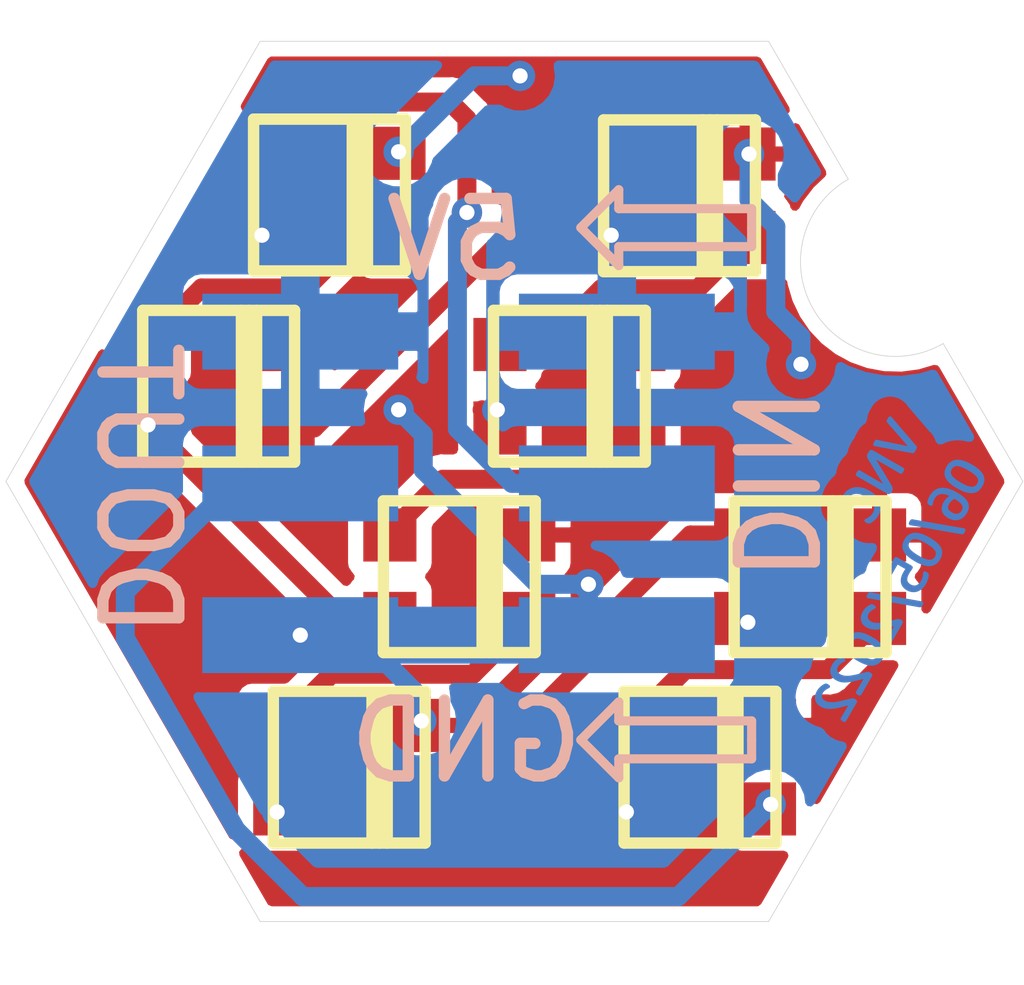
<source format=kicad_pcb>
(kicad_pcb (version 20211014) (generator pcbnew)
  (layers (0 "F.Cu" signal) (31 "B.Cu" signal) (34 "B.Paste" user) (35 "F.Paste" user) (36 "B.SilkS" user "B.Silkscreen") (37 "F.SilkS" user "F.Silkscreen") (38 "B.Mask" user) (39 "F.Mask" user) (44 "Edge.Cuts" user))
  (net 0 "")
  (net 1 "GND")
  (net 2 "+5V")
  (net 3 "R1_R2")
  (net 4 "R2_R3")
  (net 5 "LED_IN")
  (net 6 "LED_OUT")
  (net 7 "Net-(D1-Pad2)")
  (net 8 "Net-(D3-Pad2)")
  (net 9 "Net-(D4-Pad2)")
  (net 10 "Net-(D5-Pad2)")
  (net 11 "Net-(D7-Pad2)")
  (footprint "RGBW_LED_circular_panel_for_Stealthburner:WS2812B-2020" (layer "F.Cu") (at 149.69 95.57)
    (fp_text reference "D1" hide)
    (fp_text value "WS2812B" hide)
  )
  (footprint "RGBW_LED_circular_panel_for_Stealthburner:WS2812B-2020" (layer "F.Cu") (at 148.23 98.09)
    (fp_text reference "D2" hide)
    (fp_text value "WS2812B" hide)
  )
  (footprint "RGBW_LED_circular_panel_for_Stealthburner:WS2812B-2020" (layer "F.Cu") (at 152.85 98.09)
    (fp_text reference "D4" hide)
    (fp_text value "WS2812B" hide)
  )
  (footprint "RGBW_LED_circular_panel_for_Stealthburner:WS2812B-2020" (layer "F.Cu") (at 151.4 100.6)
    (fp_text reference "D5" hide)
    (fp_text value "WS2812B" hide)
  )
  (footprint "RGBW_LED_circular_panel_for_Stealthburner:WS2812B-2020" (layer "F.Cu") (at 149.95 103.11)
    (fp_text reference "D6" hide)
    (fp_text value "WS2812B" hide)
  )
  (footprint "RGBW_LED_circular_panel_for_Stealthburner:WS2812B-2020" (layer "F.Cu") (at 156.02 100.6)
    (fp_text reference "D7" hide)
    (fp_text value "WS2812B" hide)
  )
  (footprint "RGBW_LED_circular_panel_for_Stealthburner:WS2812B-2020" (layer "F.Cu") (at 154.57 103.11)
    (fp_text reference "D8" hide)
    (fp_text value "WS2812B" hide)
  )
  (footprint "RGBW_LED_circular_panel_for_Stealthburner:WS2812B-2020" (layer "F.Cu") (at 154.3 95.58)
    (fp_text reference "D3" hide)
    (fp_text value "WS2812B" hide)
  )
  (footprint "Pin_Headers:Pin_Header_Straight_2x03_Pitch2.00mm_SMD" (layer "B.Cu") (at 151.39 99.37 180)
    (fp_text reference "J1" hide)
    (fp_text value "Conn_02x03_Odd_Even" hide)
  )
  (gr_poly (pts (xy 157.155215 100.353207) (xy 157.15637 100.353323) (xy 157.157546 100.353504) (xy 157.158745 100.35375) (xy 157.159966 100.354062) (xy 157.161208 100.354438) (xy 157.162472 100.354879) (xy 157.163758 100.355386) (xy 157.165066 100.355958) (xy 157.166396 100.356594) (xy 157.167748 100.357296) (xy 157.169122 100.358063) (xy 157.346008 100.460188) (xy 157.347519 100.461082) (xy 157.34895 100.461971) (xy 157.3503 100.462855) (xy 157.351568 100.463734) (xy 157.352755 100.464608) (xy 157.353862 100.465478) (xy 157.354887 100.466342) (xy 157.355831 100.467202) (xy 157.356694 100.468057) (xy 157.357476 100.468907) (xy 157.358177 100.469752) (xy 157.358797 100.470593) (xy 157.359335 100.471428) (xy 157.359793 100.472259) (xy 157.359991 100.472672) (xy 157.36017 100.473085) (xy 157.360327 100.473496) (xy 157.360465 100.473906) (xy 157.360691 100.474735) (xy 157.360858 100.475587) (xy 157.360968 100.476461) (xy 157.361018 100.477357) (xy 157.361011 100.478276) (xy 157.360945 100.479217) (xy 157.360821 100.48018) (xy 157.360638 100.481166) (xy 157.360398 100.482173) (xy 157.360098 100.483203) (xy 157.359741 100.484256) (xy 157.359325 100.48533) (xy 157.358851 100.486427) (xy 157.358319 100.487546) (xy 157.357728 100.488688) (xy 157.357079 100.489851) (xy 157.355188 100.493053) (xy 157.353198 100.496282) (xy 157.351109 100.499537) (xy 157.34892 100.502818) (xy 157.346633 100.506127) (xy 157.344246 100.509462) (xy 157.34176 100.512823) (xy 157.339174 100.516211) (xy 157.336519 100.51972) (xy 157.333824 100.523444) (xy 157.331089 100.527382) (xy 157.328314 100.531535) (xy 157.325499 100.535902) (xy 157.322644 100.540484) (xy 157.319749 100.545281) (xy 157.316813 100.550292) (xy 157.312803 100.557431) (xy 157.309107 100.564415) (xy 157.305723 100.571244) (xy 157.302653 100.577919) (xy 157.299896 100.584439) (xy 157.297452 100.590803) (xy 157.295322 100.597013) (xy 157.293504 100.603069) (xy 157.292671 100.606017) (xy 157.291915 100.608934) (xy 157.291238 100.611819) (xy 157.290638 100.614672) (xy 157.290116 100.617493) (xy 157.289672 100.620281) (xy 157.289306 100.623038) (xy 157.289017 100.625763) (xy 157.288807 100.628456) (xy 157.288674 100.631117) (xy 157.288619 100.633746) (xy 157.288643 100.636344) (xy 157.288744 100.638909) (xy 157.288923 100.641442) (xy 157.289179 100.643943) (xy 157.289514 100.646413) (xy 157.28986 100.648868) (xy 157.290285 100.651291) (xy 157.290787 100.653682) (xy 157.291367 100.656042) (xy 157.292025 100.658369) (xy 157.292761 100.660664) (xy 157.293575 100.662928) (xy 157.294466 100.665159) (xy 157.295436 100.667359) (xy 157.296483 100.669527) (xy 157.297609 100.671662) (xy 157.298812 100.673766) (xy 157.300093 100.675838) (xy 157.301452 100.677878) (xy 157.302889 100.679885) (xy 157.304403 100.681861) (xy 157.305925 100.683824) (xy 157.307517 100.685757) (xy 157.309179 100.68766) (xy 157.31091 100.689534) (xy 157.31271 100.691377) (xy 157.314581 100.693191) (xy 157.316521 100.694976) (xy 157.31853 100.69673) (xy 157.320609 100.698455) (xy 157.322758 100.70015) (xy 157.324976 100.701816) (xy 157.327264 100.703451) (xy 157.329622 100.705057) (xy 157.332049 100.706633) (xy 157.334546 100.70818) (xy 157.337113 100.709697) (xy 157.340206 100.711443) (xy 157.343276 100.713095) (xy 157.346324 100.714653) (xy 157.349349 100.716118) (xy 157.35235 100.71749) (xy 157.355329 100.718767) (xy 157.358286 100.719951) (xy 157.361219 100.721042) (xy 157.364129 100.722038) (xy 157.367017 100.722941) (xy 157.369881 100.723751) (xy 157.372723 100.724466) (xy 157.375542 100.725089) (xy 157.378338 100.725617) (xy 157.381111 100.726052) (xy 157.383861 100.726393) (xy 157.38655 100.726627) (xy 157.38922 100.726787) (xy 157.391874 100.726875) (xy 157.39451 100.72689) (xy 157.397129 100.726832) (xy 157.399731 100.726701) (xy 157.402315 100.726497) (xy 157.404882 100.72622) (xy 157.407432 100.725871) (xy 157.409964 100.725448) (xy 157.412479 100.724953) (xy 157.414977 100.724385) (xy 157.417457 100.723743) (xy 157.41992 100.72303) (xy 157.422366 100.722243) (xy 157.424794 100.721383) (xy 157.427178 100.720494) (xy 157.429538 100.719535) (xy 157.431876 100.718507) (xy 157.434191 100.71741) (xy 157.436483 100.716244) (xy 157.438752 100.715009) (xy 157.440998 100.713704) (xy 157.443221 100.712331) (xy 157.445421 100.710888) (xy 157.447599 100.709376) (xy 157.449753 100.707794) (xy 157.451884 100.706144) (xy 157.453992 100.704424) (xy 157.456078 100.702635) (xy 157.45814 100.700777) (xy 157.46018 100.69885) (xy 157.464185 100.69482) (xy 157.468089 100.690578) (xy 157.471891 100.686124) (xy 157.475593 100.681457) (xy 157.479193 100.676578) (xy 157.482692 100.671487) (xy 157.48609 100.666183) (xy 157.489387 100.660667) (xy 157.492749 100.654685) (xy 157.49586 100.648825) (xy 157.49872 100.643084) (xy 157.501328 100.637465) (xy 157.503684 100.631965) (xy 157.505789 100.626587) (xy 157.507643 100.621329) (xy 157.509245 100.616191) (xy 157.51062 100.611279) (xy 157.511888 100.606529) (xy 157.513048 100.60194) (xy 157.514101 100.597513) (xy 157.515046 100.593248) (xy 157.515883 100.589144) (xy 157.516613 100.585202) (xy 157.517235 100.581422) (xy 157.517646 100.57784) (xy 157.518003 100.574424) (xy 157.518307 100.571173) (xy 157.518557 100.568087) (xy 157.518754 100.565166) (xy 157.518898 100.56241) (xy 157.518989 100.559819) (xy 157.519026 100.557393) (xy 157.518997 100.556221) (xy 157.518987 100.555097) (xy 157.518993 100.554022) (xy 157.519017 100.552996) (xy 157.519059 100.552018) (xy 157.519118 100.551088) (xy 157.519194 100.550208) (xy 157.519288 100.549376) (xy 157.5194 100.548592) (xy 157.519529 100.547857) (xy 157.519675 100.547171) (xy 157.519839 100.546533) (xy 157.52002 100.545944) (xy 157.520218 100.545403) (xy 157.520434 100.544911) (xy 157.520668 100.544468) (xy 157.520842 100.544179) (xy 157.521025 100.543899) (xy 157.521217 100.543627) (xy 157.521418 100.543364) (xy 157.521628 100.543109) (xy 157.521847 100.542864) (xy 157.522075 100.542627) (xy 157.522312 100.542398) (xy 157.522558 100.542179) (xy 157.522813 100.541967) (xy 157.523077 100.541765) (xy 157.52335 100.541571) (xy 157.523632 100.541386) (xy 157.523923 100.54121) (xy 157.524223 100.541042) (xy 157.524532 100.540883) (xy 157.524827 100.540776) (xy 157.525134 100.540678) (xy 157.525452 100.54059) (xy 157.525782 100.540513) (xy 157.526123 100.540445) (xy 157.526476 100.540387) (xy 157.52684 100.54034) (xy 157.527216 100.540302) (xy 157.527604 100.540274) (xy 157.528003 100.540256) (xy 157.528414 100.540248) (xy 157.528836 100.54025) (xy 157.52927 100.540262) (xy 157.529715 100.540284) (xy 157.530641 100.540358) (xy 157.531079 100.54039) (xy 157.531531 100.540437) (xy 157.532471 100.540575) (xy 157.533463 100.540769) (xy 157.534506 100.541022) (xy 157.5356 100.541332) (xy 157.536745 100.5417) (xy 157.537941 100.542125) (xy 157.539188 100.542608) (xy 157.540346 100.543171) (xy 157.54154 100.543769) (xy 157.544034 100.545068) (xy 157.546672 100.546506) (xy 157.549452 100.548083) (xy 157.550933 100.548945) (xy 157.552355 100.549787) (xy 157.553719 100.55061) (xy 157.555024 100.551413) (xy 157.556271 100.552196) (xy 157.55746 100.55296) (xy 157.55859 100.553704) (xy 157.559662 100.554428) (xy 157.560681 100.555135) (xy 157.561651 100.555829) (xy 157.562574 100.556509) (xy 157.563448 100.557175) (xy 157.564274 100.557827) (xy 157.565053 100.558465) (xy 157.565783 100.559089) (xy 157.566466 100.5597) (xy 157.566982 100.560334) (xy 157.567477 100.560955) (xy 157.567951 100.561564) (xy 157.568405 100.56216) (xy 157.568836 100.562745) (xy 157.569247 100.563317) (xy 157.569637 100.563878) (xy 157.570006 100.564425) (xy 157.570183 100.564703) (xy 157.570357 100.564993) (xy 157.570694 100.565609) (xy 157.571018 100.566272) (xy 157.571328 100.566983) (xy 157.571625 100.567742) (xy 157.571908 100.568548) (xy 157.572177 100.569403) (xy 157.572432 100.570305) (xy 157.572601 100.571431) (xy 157.572707 100.572785) (xy 157.57275 100.57437) (xy 157.572731 100.576184) (xy 157.572649 100.578227) (xy 157.572505 100.5805) (xy 157.572297 100.583003) (xy 157.572027 100.585735) (xy 157.571686 100.588663) (xy 157.571264 100.591755) (xy 157.570762 100.595011) (xy 157.570179 100.59843) (xy 157.569517 100.602012) (xy 157.568774 100.605758) (xy 157.567951 100.609667) (xy 157.567047 100.613739) (xy 157.565963 100.617896) (xy 157.564763 100.622154) (xy 157.563449 100.626514) (xy 157.56202 100.630976) (xy 157.560477 100.635539) (xy 157.558818 100.640203) (xy 157.557045 100.64497) (xy 157.555156 100.649837) (xy 157.55323 100.654809) (xy 157.551173 100.659789) (xy 157.548985 100.664777) (xy 157.546667 100.669774) (xy 157.544217 100.674779) (xy 157.541637 100.679792) (xy 157.538926 100.684814) (xy 157.536085 100.689845) (xy 157.533446 100.694328) (xy 157.530761 100.698714) (xy 157.528031 100.703005) (xy 157.525254 100.707199) (xy 157.522432 100.711296) (xy 157.519564 100.715298) (xy 157.516651 100.719203) (xy 157.513692 100.723011) (xy 157.510686 100.726724) (xy 157.507636 100.73034) (xy 157.504539 100.733859) (xy 157.501397 100.737282) (xy 157.498208 100.740609) (xy 157.494975 100.74384) (xy 157.491695 100.746974) (xy 157.488369 100.750012) (xy 157.484982 100.752991) (xy 157.481563 100.755865) (xy 157.478115 100.758635) (xy 157.474636 100.761299) (xy 157.471127 100.763859) (xy 157.467588 100.766313) (xy 157.464018 100.768663) (xy 157.460418 100.770908) (xy 157.456788 100.773047) (xy 157.453127 100.775082) (xy 157.449436 100.777012) (xy 157.445715 100.778837) (xy 157.441963 100.780557) (xy 157.438181 100.782173) (xy 157.434368 100.783683) (xy 157.430526 100.785088) (xy 157.426615 100.78636) (xy 157.422683 100.787517) (xy 157.418729 100.788561) (xy 157.414753 100.789491) (xy 157.410756 100.790307) (xy 157.406737 100.79101) (xy 157.402696 100.791598) (xy 157.398634 100.792073) (xy 157.39455 100.792433) (xy 157.390445 100.79268) (xy 157.386318 100.792813) (xy 157.382169 100.792833) (xy 157.377998 100.792738) (xy 157.373806 100.792529) (xy 157.369593 100.792207) (xy 157.365357 100.791771) (xy 157.361107 100.791214) (xy 157.35685 100.79053) (xy 157.352586 100.78972) (xy 157.348314 100.788784) (xy 157.344035 100.78772) (xy 157.339748 100.78653) (xy 157.335454 100.785214) (xy 157.331153 100.783771) (xy 157.326844 100.782201) (xy 157.322529 100.780505) (xy 157.318205 100.778682) (xy 157.313875 100.776732) (xy 157.309537 100.774656) (xy 157.305192 100.772453) (xy 157.30084 100.770124) (xy 157.29648 100.767668) (xy 157.296479 100.767682) (xy 157.292997 100.76562) (xy 157.289597 100.763505) (xy 157.286281 100.761337) (xy 157.283048 100.759116) (xy 157.279898 100.756841) (xy 157.276831 100.754513) (xy 157.273848 100.752131) (xy 157.270948 100.749697) (xy 157.268131 100.747209) (xy 157.265398 100.744667) (xy 157.262748 100.742072) (xy 157.26018 100.739424) (xy 157.257697 100.736723) (xy 157.255296 100.733968) (xy 157.252979 100.73116) (xy 157.250745 100.728299) (xy 157.248577 100.725432) (xy 157.246506 100.722523) (xy 157.244533 100.719573) (xy 157.242658 100.716581) (xy 157.24088 100.713547) (xy 157.239199 100.710472) (xy 157.237616 100.707356) (xy 157.23613 100.704197) (xy 157.234742 100.700997) (xy 157.233451 100.697756) (xy 157.232257 100.694472) (xy 157.231162 100.691147) (xy 157.230163 100.687781) (xy 157.229262 100.684373) (xy 157.228459 100.680923) (xy 157.227752 100.677431) (xy 157.22708 100.673917) (xy 157.226511 100.670365) (xy 157.226044 100.666774) (xy 157.22568 100.663144) (xy 157.225418 100.659476) (xy 157.225259 100.655769) (xy 157.225203 100.652024) (xy 157.22525 100.64824) (xy 157.225399 100.644417) (xy 157.225651 100.640556) (xy 157.226006 100.636656) (xy 157.226464 100.632718) (xy 157.227024 100.628741) (xy 157.227687 100.624725) (xy 157.228453 100.620671) (xy 157.229321 100.616578) (xy 157.230255 100.612425) (xy 157.231303 100.60824) (xy 157.232463 100.604022) (xy 157.233737 100.599772) (xy 157.235124 100.595489) (xy 157.236625 100.591174) (xy 157.239965 100.582445) (xy 157.243758 100.573587) (xy 157.248004 100.564598) (xy 157.252702 100.555479) (xy 157.257853 100.54623) (xy 157.262391 100.538417) (xy 157.266703 100.531089) (xy 157.270789 100.524246) (xy 157.27465 100.517887) (xy 157.276496 100.514933) (xy 157.278378 100.512013) (xy 157.280296 100.509127) (xy 157.28225 100.506276) (xy 157.284239 100.50346) (xy 157.286264 100.500679) (xy 157.288325 100.497932) (xy 157.290422 100.49522) (xy 157.168582 100.424875) (xy 157.074984 100.586993) (xy 157.074527 100.587723) (xy 157.074031 100.588401) (xy 157.073494 100.589029) (xy 157.072917 100.589605) (xy 157.072299 100.590129) (xy 157.071642 100.590603) (xy 157.070943 100.591025) (xy 157.070205 100.591395) (xy 157.069426 100.591715) (xy 157.068607 100.591983) (xy 157.067747 100.592199) (xy 157.066848 100.592365) (xy 157.065907 100.592479) (xy 157.064927 100.592541) (xy 157.063906 100.592553) (xy 157.062845 100.592513) (xy 157.06175 100.592423) (xy 157.060628 100.592282) (xy 157.05948 100.592092) (xy 157.058305 100.59185) (xy 157.057103 100.591559) (xy 157.055874 100.591217) (xy 157.054618 100.590824) (xy 157.053336 100.590381) (xy 157.052027 100.589887) (xy 157.05069 100.589344) (xy 157.049328 100.588749) (xy 157.047938 100.588104) (xy 157.046521 100.587409) (xy 157.045078 100.586663) (xy 157.043607 100.585867) (xy 157.04211 100.58502) (xy 157.040552 100.584099) (xy 157.039064 100.583176) (xy 157.037647 100.582253) (xy 157.0363 100.581328) (xy 157.035023 100.580402) (xy 157.033817 100.579475) (xy 157.032681 100.578547) (xy 157.031616 100.577618) (xy 157.031086 100.577195) (xy 157.030573 100.576771) (xy 157.030078 100.576348) (xy 157.029601 100.575924) (xy 157.029142 100.5755) (xy 157.0287 100.575076) (xy 157.028276 100.574651) (xy 157.027869 100.574226) (xy 157.02748 100.573801) (xy 157.027109 100.573375) (xy 157.026756 100.572949) (xy 157.02642 100.572523) (xy 157.026101 100.572097) (xy 157.025801 100.57167) (xy 157.025518 100.571243) (xy 157.025253 100.570815) (xy 157.025005 100.570387) (xy 157.024776 100.569958) (xy 157.024564 100.569529) (xy 157.024369 100.5691) (xy 157.024192 100.56867) (xy 157.024033 100.568241) (xy 157.023891 100.567811) (xy 157.023767 100.56738) (xy 157.02366 100.56695) (xy 157.023571 100.566519) (xy 157.0235 100.566088) (xy 157.023446 100.565657) (xy 157.02341 100.565226) (xy 157.023391 100.564794) (xy 157.02339 100.564363) (xy 157.023407 100.563931) (xy 157.023374 100.563519) (xy 157.023356 100.563111) (xy 157.023353 100.562709) (xy 157.023364 100.562312) (xy 157.02339 100.56192) (xy 157.02343 100.561533) (xy 157.023485 100.56115) (xy 157.023555 100.560773) (xy 157.023639 100.5604) (xy 157.023738 100.560033) (xy 157.023851 100.55967) (xy 157.023979 100.559312) (xy 157.024122 100.558959) (xy 157.024279 100.558611) (xy 157.024451 100.558268) (xy 157.024638 100.55793) (xy 157.135677 100.365604) (xy 157.13639 100.364417) (xy 157.137126 100.363288) (xy 157.137884 100.362217) (xy 157.138665 100.361204) (xy 157.139467 100.36025) (xy 157.140292 100.359354) (xy 157.14114 100.358516) (xy 157.142009 100.357737) (xy 157.142901 100.357016) (xy 157.143815 100.356353) (xy 157.144752 100.355749) (xy 157.145711 100.355203) (xy 157.146692 100.354715) (xy 157.147695 100.354286) (xy 157.14872 100.353915) (xy 157.149768 100.353602) (xy 157.150814 100.353393) (xy 157.151881 100.353249) (xy 157.152971 100.353169) (xy 157.154082 100.353155)) (layer "B.Cu") (width 0.0225) (fill solid))
  (gr_poly (pts (xy 156.656521 101.342468) (xy 156.661644 101.342664) (xy 156.666815 101.342994) (xy 156.672036 101.343458) (xy 156.677305 101.344057) (xy 156.682624 101.344789) (xy 156.687991 101.345656) (xy 156.693408 101.346655) (xy 156.698874 101.347789) (xy 156.704388 101.349055) (xy 156.709952 101.350455) (xy 156.715564 101.351987) (xy 156.721226 101.353653) (xy 156.726936 101.355451) (xy 156.732696 101.357381) (xy 156.744238 101.361528) (xy 156.755897 101.366078) (xy 156.767673 101.371031) (xy 156.779566 101.376387) (xy 156.791576 101.382146) (xy 156.803703 101.388309) (xy 156.815947 101.394874) (xy 156.828307 101.401842) (xy 156.84148 101.409595) (xy 156.854149 101.41735) (xy 156.866313 101.425107) (xy 156.877973 101.432866) (xy 156.889127 101.440628) (xy 156.899777 101.448392) (xy 156.909921 101.456158) (xy 156.919561 101.463926) (xy 156.922148 101.466129) (xy 156.924687 101.468336) (xy 156.927181 101.47055) (xy 156.929629 101.472769) (xy 156.932031 101.474995) (xy 156.934387 101.477227) (xy 156.936699 101.479464) (xy 156.938941 101.481685) (xy 156.938965 101.481699) (xy 156.944533 101.487443) (xy 156.949806 101.493226) (xy 156.952332 101.496132) (xy 156.954784 101.499047) (xy 156.957162 101.501972) (xy 156.959465 101.504907) (xy 156.961695 101.507851) (xy 156.963851 101.510805) (xy 156.965932 101.513769) (xy 156.96794 101.516741) (xy 156.969874 101.519724) (xy 156.971733 101.522715) (xy 156.973518 101.525716) (xy 156.975229 101.528726) (xy 156.977441 101.532913) (xy 156.9795 101.537122) (xy 156.981406 101.541355) (xy 156.983158 101.545612) (xy 156.984757 101.549891) (xy 156.986203 101.554194) (xy 156.987495 101.558521) (xy 156.988634 101.56287) (xy 156.989619 101.567243) (xy 156.990452 101.57164) (xy 156.99113 101.576059) (xy 156.991656 101.580502) (xy 156.992028 101.584969) (xy 156.992247 101.589458) (xy 156.992312 101.593971) (xy 156.992224 101.598508) (xy 156.991909 101.603091) (xy 156.991423 101.607709) (xy 156.990766 101.612361) (xy 156.98994 101.617048) (xy 156.988943 101.621769) (xy 156.987775 101.626525) (xy 156.986438 101.631316) (xy 156.98493 101.636141) (xy 156.983252 101.641) (xy 156.981404 101.645894) (xy 156.979385 101.650823) (xy 156.977196 101.655786) (xy 156.974837 101.660784) (xy 156.972307 101.665816) (xy 156.969607 101.670883) (xy 156.966737 101.675984) (xy 156.963581 101.681307) (xy 156.96036 101.686449) (xy 156.957076 101.691411) (xy 156.953728 101.696192) (xy 156.950316 101.700794) (xy 156.94684 101.705215) (xy 156.9433 101.709456) (xy 156.939697 101.713517) (xy 156.93603 101.717398) (xy 156.932299 101.721098) (xy 156.928504 101.724619) (xy 156.924646 101.727959) (xy 156.920724 101.731119) (xy 156.916738 101.734099) (xy 156.912688 101.736899) (xy 156.908574 101.739519) (xy 156.904362 101.74195) (xy 156.900098 101.744232) (xy 156.895783 101.746367) (xy 156.891418 101.748354) (xy 156.887002 101.750192) (xy 156.882535 101.751882) (xy 156.878018 101.753424) (xy 156.873449 101.754818) (xy 156.86883 101.756063) (xy 156.86416 101.75716) (xy 156.859439 101.758109) (xy 156.854667 101.75891) (xy 156.849845 101.759563) (xy 156.844972 101.760067) (xy 156.840048 101.760424) (xy 156.835073 101.760632) (xy 156.829986 101.760716) (xy 156.824859 101.760665) (xy 156.819691 101.760478) (xy 156.814482 101.760156) (xy 156.809232 101.759699) (xy 156.803942 101.759106) (xy 156.798611 101.758378) (xy 156.793239 101.757515) (xy 156.787827 101.756516) (xy 156.782374 101.755381) (xy 156.77688 101.754111) (xy 156.771345 101.752706) (xy 156.76577 101.751165) (xy 156.760154 101.749489) (xy 156.754497 101.747677) (xy 156.7488 101.745729) (xy 156.737253 101.74158) (xy 156.725578 101.737021) (xy 156.713775 101.732053) (xy 156.701846 101.726676) (xy 156.689789 101.720889) (xy 156.677604 101.714694) (xy 156.665292 101.708089) (xy 156.652859 101.701078) (xy 156.652854 101.701086) (xy 156.652836 101.701075) (xy 156.652853 101.701075) (xy 156.652854 101.701084) (xy 156.652858 101.701078) (xy 156.652859 101.701078) (xy 156.68698 101.641978) (xy 156.686979 101.641978) (xy 156.652858 101.701078) (xy 156.652853 101.701075) (xy 156.652836 101.701075) (xy 156.639689 101.693331) (xy 156.627045 101.68557) (xy 156.614923 101.677802) (xy 156.603321 101.670027) (xy 156.592241 101.662245) (xy 156.581683 101.654457) (xy 156.571645 101.646662) (xy 156.562129 101.63886) (xy 156.557511 101.634966) (xy 156.553042 101.631054) (xy 156.548724 101.627124) (xy 156.544556 101.623176) (xy 156.540539 101.61921) (xy 156.536672 101.615225) (xy 156.532955 101.611223) (xy 156.529388 101.607202) (xy 156.525972 101.603163) (xy 156.522706 101.599107) (xy 156.51959 101.595032) (xy 156.516625 101.590939) (xy 156.51381 101.586828) (xy 156.511145 101.582699) (xy 156.508631 101.578551) (xy 156.506267 101.574386) (xy 156.504016 101.570176) (xy 156.501925 101.565943) (xy 156.499995 101.561687) (xy 156.498224 101.557408) (xy 156.496614 101.553106) (xy 156.495163 101.548781) (xy 156.493873 101.544433) (xy 156.492743 101.540062) (xy 156.491773 101.535668) (xy 156.490963 101.531251) (xy 156.490313 101.526812) (xy 156.489823 101.522349) (xy 156.489493 101.517863) (xy 156.489324 101.513355) (xy 156.489314 101.508823) (xy 156.489465 101.504269) (xy 156.489717 101.499701) (xy 156.489933 101.497385) (xy 156.549826 101.497385) (xy 156.549858 101.499318) (xy 156.549945 101.501251) (xy 156.550087 101.503184) (xy 156.550285 101.505118) (xy 156.550539 101.507053) (xy 156.550848 101.508989) (xy 156.551213 101.510925) (xy 156.551634 101.512861) (xy 156.552067 101.514774) (xy 156.552557 101.516688) (xy 156.553102 101.518602) (xy 156.553702 101.520517) (xy 156.554358 101.522432) (xy 156.55507 101.524348) (xy 156.555838 101.526265) (xy 156.556661 101.528182) (xy 156.557539 101.5301) (xy 156.558473 101.532019) (xy 156.559463 101.533938) (xy 156.560508 101.535858) (xy 156.561609 101.537779) (xy 156.562766 101.5397) (xy 156.563978 101.541622) (xy 156.565246 101.543544) (xy 156.566504 101.545486) (xy 156.567821 101.54743) (xy 156.569196 101.549375) (xy 156.570629 101.551323) (xy 156.57212 101.553273) (xy 156.573669 101.555226) (xy 156.575277 101.55718) (xy 156.576943 101.559137) (xy 156.578667 101.561095) (xy 156.580449 101.563056) (xy 156.584188 101.566984) (xy 156.588159 101.57092) (xy 156.592364 101.574865) (xy 156.596752 101.578916) (xy 156.601371 101.583003) (xy 156.606222 101.587125) (xy 156.611304 101.591282) (xy 156.616617 101.595476) (xy 156.622161 101.599704) (xy 156.627936 101.603969) (xy 156.633943 101.608269) (xy 156.639794 101.612337) (xy 156.645869 101.616446) (xy 156.652168 101.620596) (xy 156.658688 101.624788) (xy 156.66543 101.629022) (xy 156.672394 101.633298) (xy 156.679577 101.637616) (xy 156.686979 101.641978) (xy 156.68698 101.641977) (xy 156.688975 101.643154) (xy 156.689976 101.643744) (xy 156.690988 101.644332) (xy 156.703027 101.651143) (xy 156.714977 101.657623) (xy 156.726839 101.663772) (xy 156.732737 101.666722) (xy 156.738612 101.669589) (xy 156.744321 101.672382) (xy 156.749984 101.675037) (xy 156.755601 101.677552) (xy 156.761173 101.67993) (xy 156.766698 101.682169) (xy 156.772177 101.684269) (xy 156.77761 101.686231) (xy 156.782998 101.688055) (xy 156.788333 101.689738) (xy 156.793613 101.691276) (xy 156.798836 101.692669) (xy 156.804003 101.693918) (xy 156.809113 101.695022) (xy 156.814167 101.695982) (xy 156.819165 101.696797) (xy 156.824106 101.697468) (xy 156.828984 101.69797) (xy 156.833792 101.698278) (xy 156.838531 101.698391) (xy 156.843199 101.698311) (xy 156.847798 101.698036) (xy 156.852328 101.697566) (xy 156.856787 101.696902) (xy 156.858991 101.696497) (xy 156.861177 101.696043) (xy 156.863278 101.695555) (xy 156.86536 101.69501) (xy 156.867422 101.694409) (xy 156.869465 101.693751) (xy 156.871488 101.693036) (xy 156.873491 101.692264) (xy 156.875475 101.691436) (xy 156.877438 101.690551) (xy 156.879383 101.689609) (xy 156.881307 101.68861) (xy 156.883212 101.687555) (xy 156.885097 101.686442) (xy 156.886963 101.685273) (xy 156.888808 101.684047) (xy 156.890635 101.682764) (xy 156.892441 101.681424) (xy 156.894201 101.680066) (xy 156.895934 101.678644) (xy 156.897641 101.677158) (xy 156.899323 101.675608) (xy 156.900978 101.673994) (xy 156.902608 101.672316) (xy 156.904211 101.670574) (xy 156.905789 101.668768) (xy 156.90734 101.666898) (xy 156.908866 101.664964) (xy 156.910365 101.662966) (xy 156.911839 101.660904) (xy 156.913286 101.658779) (xy 156.914708 101.656589) (xy 156.916103 101.654335) (xy 156.917473 101.652018) (xy 156.919163 101.649002) (xy 156.920745 101.645998) (xy 156.92222 101.643005) (xy 156.923586 101.640023) (xy 156.924845 101.637053) (xy 156.925995 101.634093) (xy 156.927038 101.631145) (xy 156.927974 101.628208) (xy 156.928801 101.625282) (xy 156.92952 101.622367) (xy 156.930132 101.619463) (xy 156.930636 101.616571) (xy 156.931032 101.61369) (xy 156.931321 101.61082) (xy 156.931502 101.607961) (xy 156.931575 101.605113) (xy 156.931511 101.602309) (xy 156.931329 101.599496) (xy 156.931029 101.596675) (xy 156.930613 101.593845) (xy 156.930078 101.591007) (xy 156.929426 101.58816) (xy 156.928657 101.585305) (xy 156.92777 101.582442) (xy 156.926765 101.57957) (xy 156.925643 101.57669) (xy 156.924404 101.573801) (xy 156.923047 101.570904) (xy 156.921572 101.567999) (xy 156.91998 101.565085) (xy 156.918271 101.562163) (xy 156.916444 101.559232) (xy 156.914472 101.556334) (xy 156.912378 101.553424) (xy 156.910161 101.550502) (xy 156.907821 101.547569) (xy 156.905359 101.544625) (xy 156.902774 101.541669) (xy 156.900066 101.538702) (xy 156.897235 101.535723) (xy 156.894281 101.532733) (xy 156.891205 101.529732) (xy 156.888006 101.526719) (xy 156.884685 101.523694) (xy 156.88124 101.520658) (xy 156.877673 101.517611) (xy 156.873983 101.514552) (xy 156.87017 101.511482) (xy 156.862242 101.505362) (xy 156.853792 101.499142) (xy 156.844822 101.492823) (xy 156.835332 101.486403) (xy 156.825322 101.479886) (xy 156.814794 101.473269) (xy 156.803748 101.466555) (xy 156.79219 101.459747) (xy 156.792186 101.459754) (xy 156.792167 101.459744) (xy 156.792185 101.459744) (xy 156.79219 101.459747) (xy 156.819374 101.412662) (xy 156.938965 101.481709) (xy 156.938941 101.481685) (xy 156.819373 101.412653) (xy 156.792185 101.459744) (xy 156.792167 101.459744) (xy 156.791682 101.45947) (xy 156.791182 101.459181) (xy 156.790172 101.458591) (xy 156.781149 101.453459) (xy 156.772207 101.448527) (xy 156.763345 101.443795) (xy 156.754563 101.439263) (xy 156.745862 101.434931) (xy 156.737241 101.4308) (xy 156.7287 101.426869) (xy 156.720239 101.423138) (xy 156.711887 101.419679) (xy 156.703671 101.416566) (xy 156.695592 101.413796) (xy 156.68765 101.411372) (xy 156.679844 101.409292) (xy 156.672175 101.407556) (xy 156.664643 101.406165) (xy 156.657247 101.405119) (xy 156.653582 101.404775) (xy 156.649962 101.404534) (xy 156.646388 101.404395) (xy 156.642859 101.404359) (xy 156.639375 101.404426) (xy 156.635937 101.404595) (xy 156.632544 101.404868) (xy 156.629196 101.405245) (xy 156.625894 101.405725) (xy 156.622637 101.406309) (xy 156.619426 101.406996) (xy 156.616259 101.407788) (xy 156.613138 101.408683) (xy 156.610063 101.409683) (xy 156.607033 101.410788) (xy 156.604048 101.411997) (xy 156.601114 101.413323) (xy 156.598237 101.414795) (xy 156.595416 101.41641) (xy 156.592651 101.418171) (xy 156.589943 101.420075) (xy 156.587291 101.422125) (xy 156.584696 101.424319) (xy 156.582157 101.426657) (xy 156.579675 101.42914) (xy 156.577249 101.431767) (xy 156.57488 101.434539) (xy 156.572567 101.437455) (xy 156.57031 101.440516) (xy 156.56811 101.443721) (xy 156.565966 101.44707) (xy 156.563879 101.450564) (xy 156.561652 101.454579) (xy 156.559622 101.458568) (xy 156.557789 101.46253) (xy 156.556947 101.464502) (xy 156.556153 101.466467) (xy 156.555409 101.468425) (xy 156.554714 101.470377) (xy 156.554068 101.472322) (xy 156.553472 101.474261) (xy 156.552925 101.476193) (xy 156.552427 101.478119) (xy 156.551978 101.480038) (xy 156.551579 101.48195) (xy 156.551165 101.483877) (xy 156.550807 101.485805) (xy 156.550504 101.487733) (xy 156.550257 101.489663) (xy 156.550066 101.491592) (xy 156.549931 101.493523) (xy 156.549851 101.495454) (xy 156.549826 101.497385) (xy 156.489933 101.497385) (xy 156.490146 101.495096) (xy 156.49075 101.490452) (xy 156.49153 101.48577) (xy 156.492487 101.48105) (xy 156.493619 101.476291) (xy 156.494927 101.471494) (xy 156.496411 101.466659) (xy 156.498071 101.461785) (xy 156.499907 101.456874) (xy 156.501919 101.451924) (xy 156.504106 101.446935) (xy 156.50647 101.441908) (xy 156.50901 101.436844) (xy 156.511725 101.43174) (xy 156.514617 101.426599) (xy 156.514617 101.426597) (xy 156.517751 101.421316) (xy 156.520954 101.416214) (xy 156.524224 101.411292) (xy 156.527562 101.406548) (xy 156.530969 101.401984) (xy 156.534443 101.397598) (xy 156.537985 101.393392) (xy 156.541595 101.389364) (xy 156.545273 101.385516) (xy 156.549019 101.381847) (xy 156.552833 101.378357) (xy 156.556715 101.375046) (xy 156.560664 101.371914) (xy 156.564682 101.368961) (xy 156.568768 101.366187) (xy 156.572921 101.363593) (xy 156.577095 101.361139) (xy 156.581324 101.358836) (xy 156.58561 101.356685) (xy 156.589951 101.354685) (xy 156.594349 101.352836) (xy 156.598803 101.351138) (xy 156.603313 101.349592) (xy 156.607879 101.348197) (xy 156.6125 101.346953) (xy 156.617178 101.34586) (xy 156.621912 101.344918) (xy 156.626702 101.344128) (xy 156.631548 101.343489) (xy 156.636451 101.343001) (xy 156.641409 101.342665) (xy 156.646423 101.34248) (xy 156.651447 101.342406)) (layer "B.Cu") (width 0.0225) (fill solid))
  (gr_poly (pts (xy 158.012796 99.539949) (xy 158.018812 99.544521) (xy 158.024641 99.549119) (xy 158.030282 99.553742) (xy 158.035737 99.558389) (xy 158.041003 99.563062) (xy 158.046082 99.567759) (xy 158.050973 99.57248) (xy 158.05573 99.57743) (xy 158.060264 99.582404) (xy 158.064574 99.587402) (xy 158.068659 99.592425) (xy 158.072521 99.597473) (xy 158.076159 99.602545) (xy 158.079572 99.607642) (xy 158.082762 99.612763) (xy 158.084243 99.615378) (xy 158.085657 99.618007) (xy 158.087004 99.62065) (xy 158.088283 99.623306) (xy 158.089495 99.625976) (xy 158.090639 99.62866) (xy 158.091717 99.631357) (xy 158.092727 99.634067) (xy 158.09367 99.636792) (xy 158.094545 99.63953) (xy 158.095353 99.642281) (xy 158.096094 99.645046) (xy 158.096768 99.647825) (xy 158.097374 99.650617) (xy 158.097913 99.653423) (xy 158.098385 99.656242) (xy 158.098789 99.659077) (xy 158.099124 99.661927) (xy 158.09939 99.664794) (xy 158.099587 99.667677) (xy 158.099716 99.670576) (xy 158.099775 99.673492) (xy 158.099766 99.676423) (xy 158.099688 99.679371) (xy 158.099541 99.682335) (xy 158.099326 99.685315) (xy 158.099042 99.688312) (xy 158.098689 99.691325) (xy 158.098267 99.694354) (xy 158.097776 99.697399) (xy 158.097217 99.70046) (xy 158.096588 99.703538) (xy 158.095885 99.706633) (xy 158.095101 99.709748) (xy 158.094235 99.712883) (xy 158.093288 99.716037) (xy 158.09226 99.719211) (xy 158.09115 99.722404) (xy 158.08996 99.725617) (xy 158.088688 99.728849) (xy 158.085901 99.735373) (xy 158.082789 99.741974) (xy 158.079352 99.748654) (xy 158.07559 99.755412) (xy 158.072829 99.760086) (xy 158.070018 99.764627) (xy 158.067158 99.769035) (xy 158.06425 99.77331) (xy 158.061292 99.777452) (xy 158.058285 99.781461) (xy 158.05523 99.785336) (xy 158.052125 99.789079) (xy 158.048972 99.792688) (xy 158.045769 99.796164) (xy 158.042518 99.799506) (xy 158.039217 99.802716) (xy 158.035867 99.805792) (xy 158.032469 99.808735) (xy 158.029021 99.811546) (xy 158.025525 99.814222) (xy 158.021954 99.816753) (xy 158.018366 99.819173) (xy 158.014762 99.821482) (xy 158.011142 99.82368) (xy 158.007505 99.825767) (xy 158.003852 99.827743) (xy 158.000182 99.829609) (xy 157.996497 99.831363) (xy 157.992794 99.833007) (xy 157.989075 99.83454) (xy 157.98534 99.835962) (xy 157.981589 99.837273) (xy 157.977821 99.838473) (xy 157.974036 99.839563) (xy 157.970235 99.840541) (xy 157.966418 99.841409) (xy 157.962548 99.842147) (xy 157.958674 99.842784) (xy 157.954794 99.84332) (xy 157.95091 99.843756) (xy 157.947021 99.844091) (xy 157.943127 99.844325) (xy 157.939229 99.844459) (xy 157.935325 99.844492) (xy 157.931417 99.844424) (xy 157.927504 99.844256) (xy 157.923586 99.843987) (xy 157.919663 99.843617) (xy 157.915736 99.843146) (xy 157.911803 99.842575) (xy 157.907866 99.841904) (xy 157.903924 99.841131) (xy 157.896004 99.839286) (xy 157.888189 99.837138) (xy 157.880479 99.834686) (xy 157.872874 99.831931) (xy 157.865374 99.828874) (xy 157.857979 99.825513) (xy 157.850689 99.82185) (xy 157.843504 99.817883) (xy 157.843499 99.817886) (xy 157.877276 99.759382) (xy 157.878586 99.760188) (xy 157.879905 99.760991) (xy 157.881239 99.761789) (xy 157.882591 99.762581) (xy 157.887074 99.765064) (xy 157.891626 99.767378) (xy 157.896248 99.769522) (xy 157.90094 99.771496) (xy 157.905701 99.773301) (xy 157.910533 99.774937) (xy 157.915434 99.776403) (xy 157.920406 99.7777) (xy 157.922843 99.778295) (xy 157.925284 99.778831) (xy 157.927726 99.77931) (xy 157.93017 99.77973) (xy 157.932617 99.780092) (xy 157.935065 99.780395) (xy 157.937516 99.780641) (xy 157.939969 99.780828) (xy 157.942424 99.780957) (xy 157.944881 99.781028) (xy 157.947341 99.78104) (xy 157.949802 99.780995) (xy 157.952266 99.780891) (xy 157.954732 99.780729) (xy 157.9572 99.780509) (xy 157.95967 99.780231) (xy 157.96209 99.779866) (xy 157.964493 99.779435) (xy 157.966877 99.778938) (xy 157.969245 99.778374) (xy 157.971594 99.777745) (xy 157.973926 99.777049) (xy 157.97624 99.776287) (xy 157.978536 99.775459) (xy 157.980814 99.774565) (xy 157.983075 99.773605) (xy 157.985318 99.772578) (xy 157.987543 99.771485) (xy 157.989751 99.770326) (xy 157.99194 99.769101) (xy 157.994112 99.76781) (xy 157.996267 99.766452) (xy 157.998394 99.765021) (xy 158.000484 99.76351) (xy 158.002536 99.761917) (xy 158.004551 99.760243) (xy 158.006529 99.758488) (xy 158.00847 99.756653) (xy 158.010374 99.754736) (xy 158.01224 99.752739) (xy 158.014069 99.75066) (xy 158.015861 99.748501) (xy 158.017616 99.746261) (xy 158.019334 99.74394) (xy 158.021014 99.741538) (xy 158.022658 99.739055) (xy 158.024264 99.736491) (xy 158.025833 99.733846) (xy 158.027318 99.731208) (xy 158.028721 99.728577) (xy 158.030042 99.725956) (xy 158.031281 99.723343) (xy 158.032439 99.720738) (xy 158.033514 99.718143) (xy 158.034508 99.715556) (xy 158.03542 99.712977) (xy 158.03625 99.710408) (xy 158.036998 99.707846) (xy 158.037664 99.705294) (xy 158.038248 99.70275) (xy 158.03875 99.700215) (xy 158.03917 99.697689) (xy 158.039509 99.695171) (xy 158.039765 99.692662) (xy 158.03989 99.690131) (xy 158.039915 99.687595) (xy 158.039842 99.685055) (xy 158.03967 99.68251) (xy 158.039399 99.67996) (xy 158.03903 99.677406) (xy 158.038561 99.674847) (xy 158.037994 99.672284) (xy 158.037328 99.669716) (xy 158.036563 99.667143) (xy 158.035699 99.664566) (xy 158.034737 99.661984) (xy 158.033676 99.659398) (xy 158.032516 99.656807) (xy 158.031258 99.654212) (xy 158.0299 99.651612) (xy 158.028372 99.64902) (xy 158.026734 99.646413) (xy 158.024986 99.643792) (xy 158.023127 99.641156) (xy 158.021157 99.638505) (xy 158.019078 99.635839) (xy 158.016888 99.633159) (xy 158.014587 99.630463) (xy 158.012176 99.627753) (xy 158.009655 99.625029) (xy 158.007024 99.622289) (xy 158.004282 99.619535) (xy 158.00143 99.616766) (xy 157.998467 99.613982) (xy 157.995395 99.611183) (xy 157.992211 99.60837) (xy 157.990031 99.606534) (xy 157.987789 99.604687) (xy 157.985487 99.602828) (xy 157.983124 99.60096) (xy 157.980704 99.599083) (xy 157.978227 99.597197) (xy 157.975694 99.595303) (xy 157.973107 99.593401) (xy 158.006594 99.535401)) (layer "B.Cu") (width 0.0225) (fill solid))
  (gr_poly (pts (xy 156.809006 100.816079) (xy 156.80954 100.816105) (xy 156.810087 100.816145) (xy 156.810647 100.816199) (xy 156.811805 100.81635) (xy 156.813014 100.816559) (xy 156.814273 100.816825) (xy 157.488352 100.935249) (xy 157.489032 100.935319) (xy 157.489689 100.935404) (xy 157.490323 100.935505) (xy 157.490935 100.93562) (xy 157.491524 100.93575) (xy 157.49209 100.935895) (xy 157.492634 100.936055) (xy 157.493155 100.936229) (xy 157.493654 100.936419) (xy 157.49413 100.936624) (xy 157.494584 100.936844) (xy 157.495014 100.937079) (xy 157.495423 100.937328) (xy 157.495808 100.937593) (xy 157.496171 100.937872) (xy 157.496512 100.938167) (xy 157.496872 100.938499) (xy 157.497212 100.938844) (xy 157.497531 100.939201) (xy 157.497828 100.93957) (xy 157.498104 100.939952) (xy 157.498359 100.940346) (xy 157.498594 100.940752) (xy 157.498807 100.94117) (xy 157.498998 100.941601) (xy 157.499169 100.942044) (xy 157.499319 100.9425) (xy 157.499448 100.942967) (xy 157.499555 100.943448) (xy 157.499642 100.94394) (xy 157.499707 100.944445) (xy 157.499752 100.944962) (xy 157.499817 100.945515) (xy 157.499861 100.946082) (xy 157.499885 100.94666) (xy 157.499887 100.947251) (xy 157.499868 100.947853) (xy 157.499827 100.948469) (xy 157.499766 100.949096) (xy 157.499684 100.949735) (xy 157.49958 100.950387) (xy 157.499456 100.951051) (xy 157.49931 100.951727) (xy 157.499143 100.952416) (xy 157.498955 100.953116) (xy 157.498746 100.953829) (xy 157.498516 100.954554) (xy 157.498265 100.955292) (xy 157.497732 100.956942) (xy 157.497109 100.958652) (xy 157.496395 100.960422) (xy 157.495591 100.962251) (xy 157.494697 100.96414) (xy 157.493712 100.966089) (xy 157.492637 100.968097) (xy 157.491471 100.970165) (xy 157.490464 100.971884) (xy 157.489479 100.973518) (xy 157.488515 100.975067) (xy 157.487573 100.97653) (xy 157.486652 100.977907) (xy 157.485753 100.979199) (xy 157.484876 100.980406) (xy 157.484019 100.981527) (xy 157.48313 100.982657) (xy 157.48225 100.983722) (xy 157.481379 100.984723) (xy 157.480947 100.985199) (xy 157.480518 100.985659) (xy 157.48009 100.986103) (xy 157.479665 100.98653) (xy 157.479242 100.986942) (xy 157.478821 100.987337) (xy 157.478403 100.987716) (xy 157.477987 100.988079) (xy 157.477573 100.988426) (xy 157.477162 100.988756) (xy 157.476749 100.989072) (xy 157.476332 100.989372) (xy 157.475911 100.989654) (xy 157.475485 100.98992) (xy 157.475055 100.990169) (xy 157.474621 100.990401) (xy 157.474182 100.990617) (xy 157.473739 100.990815) (xy 157.473291 100.990997) (xy 157.472839 100.991163) (xy 157.472382 100.991311) (xy 157.471922 100.991443) (xy 157.471456 100.991558) (xy 157.470987 100.991656) (xy 157.470513 100.991737) (xy 157.470034 100.991802) (xy 157.469565 100.991921) (xy 157.469085 100.992024) (xy 157.468594 100.992109) (xy 157.468092 100.992178) (xy 157.467578 100.992228) (xy 157.467054 100.992262) (xy 157.466518 100.992279) (xy 157.46597 100.992278) (xy 157.465412 100.99226) (xy 157.464842 100.992225) (xy 157.464262 100.992172) (xy 157.46367 100.992103) (xy 157.463066 100.992016) (xy 157.462452 100.991912) (xy 157.461826 100.99179) (xy 157.46119 100.991652) (xy 156.787107 100.873189) (xy 156.78645 100.873077) (xy 156.785812 100.872952) (xy 156.785191 100.872812) (xy 156.78459 100.872659) (xy 156.784006 100.872491) (xy 156.783442 100.87231) (xy 156.782895 100.872116) (xy 156.782367 100.871907) (xy 156.781858 100.871684) (xy 156.781366 100.871448) (xy 156.780894 100.871198) (xy 156.780439 100.870934) (xy 156.780004 100.870656) (xy 156.779586 100.870364) (xy 156.779187 100.870059) (xy 156.778806 100.86974) (xy 156.778446 100.869407) (xy 156.778106 100.869062) (xy 156.777788 100.868705) (xy 156.77749 100.868336) (xy 156.777214 100.867954) (xy 156.776959 100.867561) (xy 156.776724 100.867154) (xy 156.776511 100.866736) (xy 156.776319 100.866305) (xy 156.776149 100.865862) (xy 156.775999 100.865406) (xy 156.77587 100.864939) (xy 156.775762 100.864459) (xy 156.775676 100.863966) (xy 156.775611 100.863462) (xy 156.775566 100.862945) (xy 156.775542 100.862415) (xy 156.775536 100.861872) (xy 156.775549 100.861314) (xy 156.775579 100.860743) (xy 156.775629 100.860158) (xy 156.775697 100.85956) (xy 156.775783 100.858947) (xy 156.775888 100.85832) (xy 156.776011 100.85768) (xy 156.776153 100.857026) (xy 156.776492 100.855676) (xy 156.776905 100.85427) (xy 156.777391 100.852809) (xy 156.777878 100.851237) (xy 156.778462 100.849596) (xy 156.779143 100.847884) (xy 156.779919 100.846102) (xy 156.780793 100.844249) (xy 156.781763 100.842327) (xy 156.782829 100.840334) (xy 156.783992 100.838272) (xy 156.785001 100.836547) (xy 156.785996 100.834898) (xy 156.786974 100.833323) (xy 156.787938 100.831824) (xy 156.788886 100.830399) (xy 156.789818 100.829049) (xy 156.790735 100.827775) (xy 156.791637 100.826575) (xy 156.792044 100.82598) (xy 156.792454 100.825404) (xy 156.792867 100.824847) (xy 156.793282 100.824309) (xy 156.793701 100.82379) (xy 156.794122 100.82329) (xy 156.794546 100.82281) (xy 156.794974 100.822348) (xy 156.795404 100.821906) (xy 156.795837 100.821483) (xy 156.796272 100.821079) (xy 156.796711 100.820694) (xy 156.797153 100.820328) (xy 156.797597 100.819981) (xy 156.798045 100.819653) (xy 156.798495 100.819345) (xy 156.798885 100.81907) (xy 156.799282 100.818807) (xy 156.799686 100.818554) (xy 156.800099 100.818314) (xy 156.800518 100.818084) (xy 156.800945 100.817865) (xy 156.801379 100.817658) (xy 156.801821 100.817462) (xy 156.80227 100.817277) (xy 156.802727 100.817104) (xy 156.803191 100.816942) (xy 156.803662 100.816791) (xy 156.804141 100.816651) (xy 156.804627 100.816523) (xy 156.805121 100.816406) (xy 156.805622 100.8163) (xy 156.806067 100.816225) (xy 156.806525 100.816165) (xy 156.806996 100.816119) (xy 156.80748 100.816088) (xy 156.807976 100.816071) (xy 156.808485 100.816068)) (layer "B.Cu") (width 0.0225) (fill solid))
  (gr_poly (pts (xy 156.228613 102.01869) (xy 156.229401 102.018715) (xy 156.230193 102.018756) (xy 156.23099 102.018813) (xy 156.231791 102.018887) (xy 156.232596 102.018977) (xy 156.233405 102.019084) (xy 156.234219 102.019207) (xy 156.235001 102.019442) (xy 156.235807 102.019706) (xy 156.236639 102.019998) (xy 156.237497 102.020319) (xy 156.238379 102.020667) (xy 156.239287 102.021045) (xy 156.24022 102.02145) (xy 156.241178 102.021884) (xy 156.242168 102.02235) (xy 156.243194 102.02285) (xy 156.244255 102.023386) (xy 156.245353 102.023956) (xy 156.246486 102.024561) (xy 156.247655 102.025201) (xy 156.24886 102.025877) (xy 156.2501 102.026587) (xy 156.251825 102.027596) (xy 156.253475 102.028591) (xy 156.255049 102.02957) (xy 156.256549 102.030533) (xy 156.257973 102.031481) (xy 156.259322 102.032414) (xy 156.260597 102.033332) (xy 156.261796 102.034234) (xy 156.262923 102.035115) (xy 156.263982 102.035971) (xy 156.264971 102.036801) (xy 156.265891 102.037605) (xy 156.266743 102.038383) (xy 156.267525 102.039136) (xy 156.268238 102.039862) (xy 156.268569 102.040216) (xy 156.268883 102.040563) (xy 156.269156 102.040947) (xy 156.269415 102.041326) (xy 156.269659 102.0417) (xy 156.269888 102.042069) (xy 156.270103 102.042432) (xy 156.270304 102.042791) (xy 156.270489 102.043145) (xy 156.27066 102.043494) (xy 156.270817 102.043838) (xy 156.270959 102.044177) (xy 156.271086 102.044511) (xy 156.271199 102.04484) (xy 156.271297 102.045164) (xy 156.27138 102.045483) (xy 156.271449 102.045797) (xy 156.271503 102.046106) (xy 156.27152 102.046453) (xy 156.271524 102.046796) (xy 156.271517 102.047136) (xy 156.271498 102.047473) (xy 156.271466 102.047806) (xy 156.271423 102.048136) (xy 156.271368 102.048462) (xy 156.2713 102.048785) (xy 156.271221 102.049104) (xy 156.271129 102.04942) (xy 156.271026 102.049733) (xy 156.270911 102.050042) (xy 156.270783 102.050347) (xy 156.270644 102.050649) (xy 156.270492 102.050948) (xy 156.270329 102.051243) (xy 156.270007 102.051749) (xy 156.269622 102.052261) (xy 156.269174 102.052778) (xy 156.268664 102.053301) (xy 156.268091 102.05383) (xy 156.267455 102.054365) (xy 156.266756 102.054906) (xy 156.265995 102.055452) (xy 156.26517 102.056004) (xy 156.264283 102.056562) (xy 156.263334 102.057125) (xy 156.262321 102.057695) (xy 156.261246 102.05827) (xy 156.260108 102.058851) (xy 156.257643 102.06003) (xy 156.254956 102.061353) (xy 156.252172 102.062773) (xy 156.249289 102.06429) (xy 156.246308 102.065905) (xy 156.243229 102.067616) (xy 156.240051 102.069425) (xy 156.233403 102.073334) (xy 156.229915 102.075537) (xy 156.226392 102.077874) (xy 156.222834 102.080343) (xy 156.21924 102.082947) (xy 156.215611 102.085683) (xy 156.211947 102.088554) (xy 156.208247 102.091557) (xy 156.204512 102.094694) (xy 156.202625 102.096366) (xy 156.200764 102.098096) (xy 156.198929 102.099883) (xy 156.197121 102.101727) (xy 156.19534 102.103628) (xy 156.193584 102.105587) (xy 156.191856 102.107603) (xy 156.190153 102.109676) (xy 156.188477 102.111806) (xy 156.186828 102.113993) (xy 156.185205 102.116238) (xy 156.183608 102.11854) (xy 156.182038 102.120899) (xy 156.180494 102.123315) (xy 156.178977 102.125788) (xy 156.177486 102.128319) (xy 156.176258 102.130498) (xy 156.175093 102.132671) (xy 156.17399 102.134838) (xy 156.17295 102.137) (xy 156.171973 102.139156) (xy 156.171059 102.141306) (xy 156.170207 102.143451) (xy 156.169418 102.14559) (xy 156.168692 102.147723) (xy 156.168029 102.14985) (xy 156.167428 102.151972) (xy 156.166891 102.154088) (xy 156.166416 102.156198) (xy 156.166003 102.158303) (xy 156.165654 102.160402) (xy 156.165367 102.162495) (xy 156.165138 102.164576) (xy 156.164961 102.166638) (xy 156.164837 102.168682) (xy 156.164766 102.170707) (xy 156.164747 102.172714) (xy 156.164781 102.174702) (xy 156.164868 102.176671) (xy 156.165007 102.178622) (xy 156.165199 102.180555) (xy 156.165444 102.182469) (xy 156.165741 102.184364) (xy 156.166091 102.186241) (xy 156.166494 102.188099) (xy 156.166949 102.189939) (xy 156.167457 102.19176) (xy 156.168017 102.193562) (xy 156.168603 102.195388) (xy 156.169234 102.197195) (xy 156.169912 102.198983) (xy 156.170635 102.200751) (xy 156.171404 102.202501) (xy 156.17222 102.204232) (xy 156.173081 102.205944) (xy 156.173988 102.207638) (xy 156.174941 102.209312) (xy 156.175939 102.210967) (xy 156.176984 102.212603) (xy 156.178075 102.214221) (xy 156.179211 102.215819) (xy 156.180393 102.217399) (xy 156.181622 102.218959) (xy 156.182896 102.220501) (xy 156.184168 102.221994) (xy 156.185475 102.223458) (xy 156.186816 102.224893) (xy 156.188191 102.226299) (xy 156.189601 102.227676) (xy 156.191045 102.229023) (xy 156.192523 102.230342) (xy 156.194035 102.231631) (xy 156.195582 102.232891) (xy 156.197163 102.234122) (xy 156.198779 102.235324) (xy 156.200428 102.236497) (xy 156.202112 102.237641) (xy 156.203831 102.238755) (xy 156.205583 102.239841) (xy 156.20737 102.240897) (xy 156.211037 102.242951) (xy 156.214822 102.244948) (xy 156.218723 102.246886) (xy 156.222743 102.248766) (xy 156.226879 102.250588) (xy 156.231134 102.252352) (xy 156.235505 102.254057) (xy 156.239994 102.255704) (xy 156.24466 102.257252) (xy 156.249563 102.258656) (xy 156.254702 102.259917) (xy 156.260077 102.261035) (xy 156.265689 102.262009) (xy 156.271537 102.26284) (xy 156.277622 102.263528) (xy 156.283943 102.264072) (xy 156.290478 102.264539) (xy 156.297301 102.264822) (xy 156.304412 102.264922) (xy 156.31181 102.264837) (xy 156.319497 102.264569) (xy 156.32747 102.264117) (xy 156.335732 102.263482) (xy 156.344281 102.262662) (xy 156.353132 102.26171) (xy 156.362393 102.260505) (xy 156.372066 102.259048) (xy 156.38215 102.257339) (xy 156.392646 102.255378) (xy 156.403552 102.253164) (xy 156.41487 102.250699) (xy 156.4266 102.247982) (xy 156.564522 102.215281) (xy 156.566177 102.214925) (xy 156.567797 102.214604) (xy 156.569383 102.214319) (xy 156.570934 102.214068) (xy 156.57245 102.213852) (xy 156.573931 102.213671) (xy 156.575377 102.213524) (xy 156.576789 102.213413) (xy 156.57805 102.213371) (xy 156.57931 102.213357) (xy 156.580568 102.213371) (xy 156.581825 102.213413) (xy 156.583079 102.213483) (xy 156.584333 102.213582) (xy 156.585584 102.213708) (xy 156.586834 102.213863) (xy 156.588011 102.214005) (xy 156.589212 102.214203) (xy 156.590437 102.214456) (xy 156.591686 102.214765) (xy 156.592958 102.215129) (xy 156.594254 102.215549) (xy 156.595574 102.216024) (xy 156.596917 102.216555) (xy 156.599625 102.21792) (xy 156.602518 102.219449) (xy 156.605596 102.221141) (xy 156.60886 102.222998) (xy 156.61066 102.224058) (xy 156.612369 102.225107) (xy 156.613986 102.226146) (xy 156.615512 102.227173) (xy 156.616946 102.22819) (xy 156.618288 102.229196) (xy 156.619539 102.230191) (xy 156.620697 102.231175) (xy 156.621219 102.231705) (xy 156.621717 102.232232) (xy 156.622192 102.232756) (xy 156.622645 102.233278) (xy 156.623074 102.233796) (xy 156.623481 102.234312) (xy 156.623865 102.234826) (xy 156.624225 102.235337) (xy 156.624563 102.235844) (xy 156.624878 102.23635) (xy 156.62517 102.236852) (xy 156.625439 102.237352) (xy 156.625685 102.237849) (xy 156.625908 102.238343) (xy 156.626108 102.238835) (xy 156.626286 102.239324) (xy 156.62642 102.239853) (xy 156.626542 102.240381) (xy 156.62665 102.240908) (xy 156.626744 102.241434) (xy 156.626825 102.24196) (xy 156.626892 102.242485) (xy 156.626946 102.243009) (xy 156.626987 102.243533) (xy 156.627014 102.244055) (xy 156.627027 102.244577) (xy 156.627027 102.245098) (xy 156.627014 102.245618) (xy 156.626987 102.246137) (xy 156.626947 102.246656) (xy 156.626893 102.247174) (xy 156.626825 102.247691) (xy 156.62652 102.248765) (xy 156.626164 102.249853) (xy 156.625759 102.250954) (xy 156.625304 102.252069) (xy 156.624799 102.253197) (xy 156.624245 102.254339) (xy 156.623641 102.255494) (xy 156.622988 102.256663) (xy 156.484431 102.49665) (xy 156.484209 102.497022) (xy 156.48398 102.497383) (xy 156.483743 102.497732) (xy 156.483499 102.498071) (xy 156.483247 102.498398) (xy 156.482988 102.498713) (xy 156.482721 102.499018) (xy 156.482447 102.499311) (xy 156.482166 102.499592) (xy 156.481877 102.499863) (xy 156.48158 102.500122) (xy 156.481276 102.50037) (xy 156.480965 102.500606) (xy 156.480646 102.500831) (xy 156.480319 102.501045) (xy 156.479985 102.501248) (xy 156.479579 102.50145) (xy 156.479169 102.501637) (xy 156.478754 102.501808) (xy 156.478334 102.501962) (xy 156.477911 102.502101) (xy 156.477482 102.502223) (xy 156.47705 102.502329) (xy 156.476613 102.50242) (xy 156.476171 102.502494) (xy 156.475725 102.502551) (xy 156.475275 102.502593) (xy 156.474821 102.502619) (xy 156.474362 102.502628) (xy 156.473898 102.502622) (xy 156.47343 102.502599) (xy 156.472958 102.50256) (xy 156.472414 102.50252) (xy 156.471864 102.502467) (xy 156.470747 102.502318) (xy 156.469606 102.502113) (xy 156.468441 102.501853) (xy 156.467253 102.501538) (xy 156.466041 102.501167) (xy 156.464805 102.50074) (xy 156.463546 102.500258) (xy 156.462214 102.499802) (xy 156.460858 102.499292) (xy 156.459478 102.498725) (xy 156.458075 102.498103) (xy 156.456647 102.497426) (xy 156.455197 102.496693) (xy 156.453722 102.495904) (xy 156.452224 102.49506) (xy 156.452232 102.495067) (xy 156.450757 102.494194) (xy 156.449353 102.493321) (xy 156.448019 102.492446) (xy 156.446756 102.49157) (xy 156.445564 102.490693) (xy 156.444441 102.489814) (xy 156.44339 102.488935) (xy 156.44289 102.488495) (xy 156.442409 102.488054) (xy 156.441879 102.48763) (xy 156.441369 102.487203) (xy 156.440878 102.486773) (xy 156.440406 102.48634) (xy 156.439953 102.485904) (xy 156.439519 102.485465) (xy 156.439105 102.485023) (xy 156.43871 102.484578) (xy 156.438334 102.48413) (xy 156.437977 102.48368) (xy 156.437639 102.483226) (xy 156.43732 102.48277) (xy 156.437021 102.48231) (xy 156.436741 102.481848) (xy 156.43648 102.481383) (xy 156.436238 102.480914) (xy 156.435991 102.480486) (xy 156.435761 102.480057) (xy 156.435549 102.479628) (xy 156.435355 102.479199) (xy 156.435178 102.478769) (xy 156.435018 102.47834) (xy 156.434877 102.47791) (xy 156.434753 102.477479) (xy 156.434646 102.477049) (xy 156.434557 102.476618) (xy 156.434486 102.476187) (xy 156.434432 102.475756) (xy 156.434396 102.475325) (xy 156.434377 102.474893) (xy 156.434376 102.474462) (xy 156.434393 102.47403) (xy 156.43436 102.473618) (xy 156.434342 102.47321) (xy 156.434338 102.472808) (xy 156.43435 102.472411) (xy 156.434375 102.472019) (xy 156.434416 102.471632) (xy 156.434471 102.471249) (xy 156.43454 102.470872) (xy 156.434625 102.470499) (xy 156.434723 102.470132) (xy 156.434837 102.469769) (xy 156.434965 102.469411) (xy 156.435108 102.469058) (xy 156.435265 102.46871) (xy 156.435437 102.468367) (xy 156.435623 102.468029) (xy 156.544725 102.27906) (xy 156.43317 102.306398) (xy 156.418502 102.310039) (xy 156.404383 102.313383) (xy 156.390813 102.316429) (xy 156.377793 102.319177) (xy 156.365323 102.321627) (xy 156.353403 102.32378) (xy 156.342032 102.325635) (xy 156.331211 102.327192) (xy 156.320767 102.328435) (xy 156.310695 102.329445) (xy 156.300995 102.330223) (xy 156.291667 102.330768) (xy 156.282712 102.33108) (xy 156.274128 102.331159) (xy 156.265917 102.331006) (xy 156.258077 102.33062) (xy 156.250425 102.330055) (xy 156.243039 102.329294) (xy 156.235921 102.328338) (xy 156.229068 102.327186) (xy 156.222483 102.325838) (xy 156.216165 102.324295) (xy 156.210113 102.322556) (xy 156.207187 102.321613) (xy 156.204328 102.320621) (xy 156.198626 102.318483) (xy 156.19299 102.316229) (xy 156.187422 102.31386) (xy 156.181919 102.311376) (xy 156.176484 102.308776) (xy 156.171115 102.30606) (xy 156.165812 102.30323) (xy 156.160577 102.300284) (xy 156.157709 102.298588) (xy 156.154898 102.296845) (xy 156.152143 102.295053) (xy 156.149443 102.293213) (xy 156.146799 102.291324) (xy 156.144211 102.289388) (xy 156.141679 102.287403) (xy 156.139202 102.28537) (xy 156.136781 102.283289) (xy 156.134417 102.28116) (xy 156.132107 102.278982) (xy 156.129854 102.276756) (xy 156.127657 102.274483) (xy 156.125515 102.27216) (xy 156.123429 102.26979) (xy 156.121399 102.267372) (xy 156.119435 102.264909) (xy 156.117546 102.262406) (xy 156.115733 102.259863) (xy 156.113996 102.25728) (xy 156.112334 102.254656) (xy 156.110748 102.251992) (xy 156.109238 102.249288) (xy 156.107803 102.246544) (xy 156.106444 102.243759) (xy 156.105161 102.240935) (xy 156.103953 102.23807) (xy 156.102821 102.235164) (xy 156.101765 102.232219) (xy 156.100784 102.229233) (xy 156.099879 102.226207) (xy 156.09905 102.223141) (xy 156.098279 102.220079) (xy 156.097599 102.216982) (xy 156.097009 102.21385) (xy 156.096509 102.210682) (xy 156.0961 102.207479) (xy 156.095781 102.204241) (xy 156.095552 102.200967) (xy 156.095414 102.197658) (xy 156.095365 102.194314) (xy 156.095407 102.190935) (xy 156.09554 102.18752) (xy 156.095762 102.184071) (xy 156.096075 102.180585) (xy 156.096479 102.177065) (xy 156.096972 102.173509) (xy 156.097556 102.169918) (xy 156.098172 102.166316) (xy 156.098896 102.162692) (xy 156.099726 102.159046) (xy 156.100664 102.155378) (xy 156.101709 102.151687) (xy 156.102861 102.147975) (xy 156.10412 102.144241) (xy 156.105487 102.140484) (xy 156.10696 102.136706) (xy 156.108541 102.132905) (xy 156.110228 102.129083) (xy 156.112023 102.125238) (xy 156.113925 102.121372) (xy 156.115935 102.117483) (xy 156.118051 102.113572) (xy 156.120274 102.109639) (xy 156.12318 102.104751) (xy 156.126182 102.099988) (xy 156.129279 102.09535) (xy 156.132472 102.090837) (xy 156.135761 102.08645) (xy 156.139145 102.082187) (xy 156.142624 102.078049) (xy 156.146199 102.074037) (xy 156.149781 102.070231) (xy 156.153377 102.066546) (xy 156.156988 102.06298) (xy 156.160614 102.059535) (xy 156.164253 102.05621) (xy 156.167908 102.053006) (xy 156.171576 102.049921) (xy 156.175259 102.046957) (xy 156.17878 102.044165) (xy 156.182227 102.041527) (xy 156.1856 102.039041) (xy 156.188898 102.036708) (xy 156.192122 102.034527) (xy 156.195271 102.032499) (xy 156.198346 102.030624) (xy 156.201347 102.028901) (xy 156.204175 102.027408) (xy 156.206826 102.026051) (xy 156.209301 102.024829) (xy 156.211599 102.023744) (xy 156.21372 102.022794) (xy 156.215665 102.02198) (xy 156.217434 102.021302) (xy 156.219026 102.020759) (xy 156.220405 102.020269) (xy 156.221705 102.019845) (xy 156.222325 102.019657) (xy 156.222925 102.019486) (xy 156.223505 102.019332) (xy 156.224065 102.019194) (xy 156.224605 102.019072) (xy 156.225126 102.018967) (xy 156.225626 102.018878) (xy 156.226106 102.018806) (xy 156.226567 102.01875) (xy 156.227008 102.018711) (xy 156.227428 102.018688) (xy 156.227829 102.018682)) (layer "B.Cu") (width 0.0225) (fill solid))
  (gr_poly (pts (xy 157.774413 99.439442) (xy 157.782104 99.439855) (xy 157.789804 99.440496) (xy 157.797511 99.441366) (xy 157.805226 99.442464) (xy 157.81295 99.44379) (xy 157.820681 99.445345) (xy 157.828421 99.447128) (xy 157.836153 99.449117) (xy 157.843864 99.451289) (xy 157.851552 99.453644) (xy 157.859219 99.456183) (xy 157.866864 99.458904) (xy 157.874487 99.461809) (xy 157.882089 99.464897) (xy 157.889668 99.468168) (xy 157.897199 99.471572) (xy 157.904654 99.475058) (xy 157.912034 99.478626) (xy 157.919338 99.482277) (xy 157.926567 99.48601) (xy 157.93372 99.489825) (xy 157.940798 99.493723) (xy 157.9478 99.497703) (xy 157.955601 99.502262) (xy 157.963227 99.506833) (xy 157.970679 99.511415) (xy 157.977957 99.516009) (xy 157.98506 99.520613) (xy 157.991989 99.525229) (xy 157.998744 99.529856) (xy 158.005325 99.534494) (xy 158.005957 99.534952) (xy 158.00659 99.535407) (xy 157.973104 99.593407) (xy 157.967659 99.589508) (xy 157.961976 99.585572) (xy 157.956054 99.581599) (xy 157.949891 99.577588) (xy 157.943487 99.573538) (xy 157.936839 99.569448) (xy 157.929947 99.565318) (xy 157.922809 99.561147) (xy 157.92004 99.562492) (xy 157.917272 99.563907) (xy 157.914505 99.565393) (xy 157.911739 99.56695) (xy 157.908974 99.568578) (xy 157.906211 99.570276) (xy 157.903448 99.572044) (xy 157.900687 99.573884) (xy 157.897815 99.57582) (xy 157.894983 99.577806) (xy 157.89219 99.579845) (xy 157.889438 99.581934) (xy 157.886727 99.584074) (xy 157.884055 99.586266) (xy 157.881425 99.588509) (xy 157.878835 99.590804) (xy 157.876158 99.593188) (xy 157.873532 99.59563) (xy 157.870956 99.598129) (xy 157.868431 99.600685) (xy 157.865956 99.603298) (xy 157.863533 99.605969) (xy 157.861162 99.608697) (xy 157.858841 99.611483) (xy 157.856498 99.61427) (xy 157.854228 99.6171) (xy 157.852032 99.619971) (xy 157.849909 99.622885) (xy 157.847859 99.625841) (xy 157.845882 99.628839) (xy 157.843979 99.63188) (xy 157.84215 99.634964) (xy 157.839111 99.640446) (xy 157.83771 99.643146) (xy 157.836387 99.645818) (xy 157.835144 99.648462) (xy 157.83398 99.651078) (xy 157.832894 99.653666) (xy 157.831888 99.656226) (xy 157.830961 99.658759) (xy 157.830112 99.661264) (xy 157.829343 99.663741) (xy 157.828652 99.66619) (xy 157.828041 99.668611) (xy 157.827509 99.671005) (xy 157.827055 99.67337) (xy 157.826681 99.675708) (xy 157.826379 99.67802) (xy 157.826144 99.680307) (xy 157.825976 99.68257) (xy 157.825874 99.684808) (xy 157.825839 99.687022) (xy 157.825871 99.689211) (xy 157.825969 99.691376) (xy 157.826134 99.693517) (xy 157.826365 99.695633) (xy 157.826663 99.697724) (xy 157.827027 99.699791) (xy 157.827458 99.701833) (xy 157.827956 99.703851) (xy 157.82852 99.705844) (xy 157.82915 99.707813) (xy 157.829847 99.709758) (xy 157.830609 99.71168) (xy 157.831435 99.713584) (xy 157.832324 99.715468) (xy 157.833277 99.717333) (xy 157.834294 99.719178) (xy 157.835374 99.721005) (xy 157.836517 99.722812) (xy 157.837725 99.7246) (xy 157.838995 99.726368) (xy 157.84033 99.728118) (xy 157.841728 99.729848) (xy 157.843189 99.731558) (xy 157.844714 99.73325) (xy 157.846302 99.734922) (xy 157.847955 99.736575) (xy 157.84967 99.738209) (xy 157.852632 99.74101) (xy 157.855735 99.743766) (xy 157.858978 99.746478) (xy 157.862361 99.749146) (xy 157.865883 99.75177) (xy 157.869543 99.754351) (xy 157.873341 99.756888) (xy 157.877276 99.759383) (xy 157.843498 99.817886) (xy 157.836906 99.813947) (xy 157.830554 99.809882) (xy 157.824443 99.805689) (xy 157.818574 99.801371) (xy 157.812945 99.796925) (xy 157.807557 99.792353) (xy 157.80241 99.787654) (xy 157.797504 99.782829) (xy 157.795114 99.780341) (xy 157.792813 99.777813) (xy 157.790601 99.775246) (xy 157.788479 99.772639) (xy 157.786445 99.769993) (xy 157.784501 99.767308) (xy 157.782646 99.764583) (xy 157.78088 99.761819) (xy 157.779203 99.759015) (xy 157.777616 99.756172) (xy 157.776118 99.75329) (xy 157.774709 99.750368) (xy 157.773389 99.747407) (xy 157.772158 99.744406) (xy 157.771017 99.741366) (xy 157.769964 99.738287) (xy 157.768942 99.735186) (xy 157.768022 99.732047) (xy 157.767205 99.728869) (xy 157.76649 99.725652) (xy 157.765878 99.722397) (xy 157.765369 99.719103) (xy 157.764963 99.715771) (xy 157.764659 99.7124) (xy 157.764458 99.70899) (xy 157.76436 99.705542) (xy 157.764365 99.702055) (xy 157.764472 99.69853) (xy 157.764681 99.694966) (xy 157.764994 99.691363) (xy 157.765409 99.687722) (xy 157.765927 99.684042) (xy 157.766517 99.680298) (xy 157.767234 99.676511) (xy 157.768076 99.672681) (xy 157.769045 99.668808) (xy 157.770139 99.664893) (xy 157.77136 99.660935) (xy 157.772706 99.656935) (xy 157.774178 99.652892) (xy 157.775777 99.648806) (xy 157.777501 99.644678) (xy 157.779352 99.640507) (xy 157.781328 99.636294) (xy 157.78343 99.632037) (xy 157.785659 99.627739) (xy 157.788013 99.623397) (xy 157.790493 99.619013) (xy 157.792891 99.614957) (xy 157.795336 99.611012) (xy 157.797829 99.607179) (xy 157.800369 99.603457) (xy 157.802957 99.599847) (xy 157.805592 99.596347) (xy 157.808275 99.592959) (xy 157.811004 99.589682) (xy 157.813689 99.586449) (xy 157.816402 99.583288) (xy 157.819143 99.5802) (xy 157.821913 99.577184) (xy 157.824711 99.57424) (xy 157.827537 99.571368) (xy 157.830391 99.568569) (xy 157.833273 99.565841) (xy 157.836121 99.563269) (xy 157.838971 99.560767) (xy 157.841822 99.558337) (xy 157.844675 99.555977) (xy 157.847528 99.553688) (xy 157.850383 99.551469) (xy 157.853239 99.549321) (xy 157.856095 99.547243) (xy 157.858886 99.545316) (xy 157.861641 99.543452) (xy 157.864359 99.541651) (xy 157.867041 99.539913) (xy 157.869686 99.538237) (xy 157.872295 99.536624) (xy 157.874867 99.535075) (xy 157.877403 99.533588) (xy 157.869529 99.529496) (xy 157.861635 99.525631) (xy 157.853722 99.521993) (xy 157.84579 99.518581) (xy 157.83784 99.515396) (xy 157.82987 99.512438) (xy 157.821881 99.509706) (xy 157.813872 99.507202) (xy 157.805769 99.50502) (xy 157.797759 99.503185) (xy 157.789842 99.501698) (xy 157.782018 99.500558) (xy 157.774287 99.499766) (xy 157.770456 99.4995) (xy 157.766649 99.499321) (xy 157.762865 99.499229) (xy 157.759104 99.499224) (xy 157.755366 99.499305) (xy 157.751652 99.499474) (xy 157.747941 99.499779) (xy 157.744262 99.500186) (xy 157.740615 99.500696) (xy 157.737 99.501307) (xy 157.733416 99.502022) (xy 157.729864 99.502838) (xy 157.726345 99.503757) (xy 157.722857 99.504778) (xy 157.7194 99.505901) (xy 157.715976 99.507127) (xy 157.712584 99.508455) (xy 157.709223 99.509885) (xy 157.705894 99.511417) (xy 157.702598 99.513052) (xy 157.699333 99.514789) (xy 157.6961 99.516628) (xy 157.692912 99.518582) (xy 157.689786 99.520661) (xy 157.686719 99.522866) (xy 157.683713 99.525197) (xy 157.680767 99.527653) (xy 157.677881 99.530235) (xy 157.675056 99.532943) (xy 157.67229 99.535776) (xy 157.669585 99.538735) (xy 157.666941 99.54182) (xy 157.664356 99.54503) (xy 157.661832 99.548367) (xy 157.659369 99.551829) (xy 157.656965 99.555416) (xy 157.654622 99.559129) (xy 157.652339 99.562968) (xy 157.649944 99.567201) (xy 157.647701 99.571339) (xy 157.64561 99.575384) (xy 157.643672 99.579334) (xy 157.641886 99.583191) (xy 157.640252 99.586954) (xy 157.638771 99.590623) (xy 157.637443 99.594199) (xy 157.636188 99.597754) (xy 157.635026 99.601195) (xy 157.633959 99.604522) (xy 157.632985 99.607736) (xy 157.632105 99.610836) (xy 157.631318 99.613822) (xy 157.630625 99.616694) (xy 157.630025 99.619453) (xy 157.628826 99.624578) (xy 157.627781 99.629345) (xy 157.626887 99.633752) (xy 157.626145 99.637799) (xy 157.625799 99.639669) (xy 157.625428 99.641413) (xy 157.625033 99.643031) (xy 157.624613 99.644523) (xy 157.624167 99.645888) (xy 157.623697 99.647127) (xy 157.623453 99.647699) (xy 157.623202 99.64824) (xy 157.622945 99.648749) (xy 157.622682 99.649226) (xy 157.622461 99.649595) (xy 157.622237 99.649948) (xy 157.622007 99.650284) (xy 157.621773 99.650604) (xy 157.621535 99.650907) (xy 157.621292 99.651193) (xy 157.621045 99.651463) (xy 157.620793 99.651716) (xy 157.620537 99.651953) (xy 157.620276 99.652173) (xy 157.620012 99.652377) (xy 157.619743 99.652564) (xy 157.619469 99.652735) (xy 157.619192 99.652889) (xy 157.61891 99.653027) (xy 157.618624 99.653149) (xy 157.618308 99.653297) (xy 157.617985 99.653431) (xy 157.617657 99.65355) (xy 157.617323 99.653656) (xy 157.616983 99.653749) (xy 157.616636 99.653827) (xy 157.616284 99.653891) (xy 157.615927 99.653942) (xy 157.615563 99.653978) (xy 157.615193 99.654001) (xy 157.614818 99.65401) (xy 157.614436 99.654005) (xy 157.614049 99.653986) (xy 157.613656 99.653953) (xy 157.613258 99.653907) (xy 157.612853 99.653847) (xy 157.612418 99.653812) (xy 157.611975 99.65376) (xy 157.611525 99.653689) (xy 157.611068 99.6536) (xy 157.610604 99.653493) (xy 157.610133 99.653368) (xy 157.609655 99.653224) (xy 157.609169 99.653063) (xy 157.608677 99.652883) (xy 157.608177 99.652685) (xy 157.60767 99.65247) (xy 157.607156 99.652236) (xy 157.606635 99.651984) (xy 157.606107 99.651714) (xy 157.605572 99.651426) (xy 157.605029 99.651119) (xy 157.603866 99.650554) (xy 157.602656 99.649948) (xy 157.601401 99.6493) (xy 157.600099 99.648611) (xy 157.598751 99.647882) (xy 157.597357 99.647112) (xy 157.594429 99.645449) (xy 157.593284 99.644781) (xy 157.592197 99.644133) (xy 157.591168 99.643504) (xy 157.590198 99.642895) (xy 157.589286 99.642305) (xy 157.588433 99.641736) (xy 157.587639 99.641185) (xy 157.586905 99.640655) (xy 157.586133 99.640092) (xy 157.585399 99.639536) (xy 157.584703 99.638987) (xy 157.584044 99.638446) (xy 157.583422 99.637912) (xy 157.582838 99.637385) (xy 157.582292 99.636867) (xy 157.581783 99.636356) (xy 157.581499 99.636077) (xy 157.581224 99.635796) (xy 157.580958 99.635512) (xy 157.580699 99.635227) (xy 157.580449 99.634939) (xy 157.580207 99.634649) (xy 157.579974 99.634357) (xy 157.579748 99.634063) (xy 157.579531 99.633766) (xy 157.579322 99.633467) (xy 157.579122 99.633166) (xy 157.578929 99.632863) (xy 157.578745 99.632557) (xy 157.57857 99.632249) (xy 157.578402 99.631939) (xy 157.578243 99.631627) (xy 157.578027 99.631327) (xy 157.577824 99.631021) (xy 157.577631 99.630707) (xy 157.577449 99.630385) (xy 157.577279 99.630056) (xy 157.57712 99.629719) (xy 157.576973 99.629376) (xy 157.576836 99.629024) (xy 157.576711 99.628665) (xy 157.576598 99.628299) (xy 157.576495 99.627925) (xy 157.576404 99.627544) (xy 157.576325 99.627155) (xy 157.576256 99.626759) (xy 157.5762 99.626356) (xy 157.576154 99.625945) (xy 157.576079 99.625483) (xy 157.576018 99.624978) (xy 157.575973 99.62443) (xy 157.575943 99.623837) (xy 157.575928 99.6232) (xy 157.575927 99.62252) (xy 157.575942 99.621796) (xy 157.575971 99.621028) (xy 157.576075 99.61936) (xy 157.576237 99.617517) (xy 157.576459 99.615499) (xy 157.576739 99.613305) (xy 157.57709 99.610976) (xy 157.577524 99.608555) (xy 157.578039 99.606042) (xy 157.578635 99.603435) (xy 157.579313 99.600735) (xy 157.580072 99.597943) (xy 157.580911 99.595057) (xy 157.581832 99.592078) (xy 157.582751 99.588987) (xy 157.583749 99.585856) (xy 157.584824 99.582687) (xy 157.585977 99.579479) (xy 157.587208 99.576232) (xy 157.588517 99.572946) (xy 157.589904 99.569621) (xy 157.59137 99.566258) (xy 157.592815 99.562848) (xy 157.594307 99.559478) (xy 157.595845 99.55615) (xy 157.597429 99.552862) (xy 157.599059 99.549614) (xy 157.600736 99.546408) (xy 157.602459 99.543242) (xy 157.604229 99.540117) (xy 157.604226 99.540112) (xy 157.60691 99.535555) (xy 157.609631 99.531114) (xy 157.61239 99.526789) (xy 157.615187 99.522581) (xy 157.618022 99.518489) (xy 157.620895 99.514513) (xy 157.623805 99.510653) (xy 157.626753 99.50691) (xy 157.629739 99.503282) (xy 157.632762 99.499771) (xy 157.635824 99.496377) (xy 157.638923 99.493098) (xy 157.64206 99.489936) (xy 157.645234 99.486889) (xy 157.648447 99.483959) (xy 157.651697 99.481145) (xy 157.654977 99.478437) (xy 157.658281 99.475821) (xy 157.661607 99.4733) (xy 157.664957 99.470872) (xy 157.668329 99.468538) (xy 157.671724 99.466297) (xy 157.675142 99.46415) (xy 157.678582 99.462096) (xy 157.682046 99.460136) (xy 157.685532 99.45827) (xy 157.689042 99.456497) (xy 157.692574 99.454818) (xy 157.696129 99.453233) (xy 157.699707 99.451741) (xy 157.703308 99.450343) (xy 157.706931 99.449038) (xy 157.710511 99.447838) (xy 157.714111 99.446716) (xy 157.717733 99.445672) (xy 157.721375 99.444707) (xy 157.725039 99.443821) (xy 157.728724 99.443013) (xy 157.73243 99.442284) (xy 157.736156 99.441633) (xy 157.739904 99.441061) (xy 157.743673 99.440568) (xy 157.747463 99.440153) (xy 157.751274 99.439816) (xy 157.755107 99.439559) (xy 157.75896 99.43938) (xy 157.762834 99.439279) (xy 157.76673 99.439257)) (layer "B.Cu") (width 0.0225) (fill solid))
  (gr_poly (pts (xy 156.429763 101.670296) (xy 156.430551 101.670321) (xy 156.431343 101.670362) (xy 156.43214 101.670419) (xy 156.432941 101.670493) (xy 156.433746 101.670584) (xy 156.434555 101.67069) (xy 156.435369 101.670813) (xy 156.436151 101.671049) (xy 156.436957 101.671312) (xy 156.437789 101.671605) (xy 156.438646 101.671925) (xy 156.439529 101.672274) (xy 156.440437 101.672651) (xy 156.44137 101.673057) (xy 156.442328 101.673491) (xy 156.443318 101.673956) (xy 156.444344 101.674457) (xy 156.445405 101.674992) (xy 156.446503 101.675562) (xy 156.447636 101.676168) (xy 156.448805 101.676808) (xy 156.45001 101.677483) (xy 156.45125 101.678193) (xy 156.452975 101.679203) (xy 156.454625 101.680197) (xy 156.456199 101.681176) (xy 156.457699 101.68214) (xy 156.459123 101.683088) (xy 156.460472 101.684021) (xy 156.461747 101.684938) (xy 156.462946 101.68584) (xy 156.464073 101.686721) (xy 156.465132 101.687577) (xy 156.466121 101.688407) (xy 156.467041 101.689211) (xy 156.467893 101.689989) (xy 156.468675 101.690742) (xy 156.469388 101.691469) (xy 156.469719 101.691822) (xy 156.470033 101.69217) (xy 156.470306 101.692554) (xy 156.470565 101.692932) (xy 156.470809 101.693306) (xy 156.471038 101.693675) (xy 156.471253 101.694039) (xy 156.471454 101.694398) (xy 156.471639 101.694751) (xy 156.47181 101.6951) (xy 156.471967 101.695444) (xy 156.472109 101.695783) (xy 156.472236 101.696117) (xy 156.472349 101.696446) (xy 156.472447 101.69677) (xy 156.47253 101.697089) (xy 156.472599 101.697403) (xy 156.472653 101.697712) (xy 156.47267 101.698059) (xy 156.472674 101.698403) (xy 156.472667 101.698743) (xy 156.472648 101.699079) (xy 156.472616 101.699412) (xy 156.472573 101.699742) (xy 156.472518 101.700068) (xy 156.47245 101.700391) (xy 156.472371 101.700711) (xy 156.472279 101.701027) (xy 156.472176 101.701339) (xy 156.47206 101.701648) (xy 156.471933 101.701954) (xy 156.471794 101.702256) (xy 156.471642 101.702554) (xy 156.471479 101.702849) (xy 156.471156 101.703355) (xy 156.470772 101.703867) (xy 156.470324 101.704385) (xy 156.469814 101.704908) (xy 156.46924 101.705437) (xy 156.468605 101.705971) (xy 156.467906 101.706512) (xy 156.467144 101.707058) (xy 156.46632 101.70761) (xy 156.465433 101.708168) (xy 156.464483 101.708732) (xy 156.463471 101.709301) (xy 156.462396 101.709876) (xy 156.461258 101.710457) (xy 156.458793 101.711636) (xy 156.456106 101.712959) (xy 156.453321 101.714379) (xy 156.450438 101.715896) (xy 156.447457 101.717511) (xy 156.444378 101.719223) (xy 156.441201 101.721031) (xy 156.434552 101.72494) (xy 156.431065 101.727143) (xy 156.427542 101.72948) (xy 156.423984 101.731949) (xy 156.42039 101.734553) (xy 156.416761 101.737289) (xy 156.413097 101.74016) (xy 156.409397 101.743163) (xy 156.405662 101.7463) (xy 156.403774 101.747973) (xy 156.401913 101.749702) (xy 156.400079 101.751489) (xy 156.398271 101.753333) (xy 156.396489 101.755234) (xy 156.394734 101.757193) (xy 156.393005 101.759209) (xy 156.391303 101.761282) (xy 156.389627 101.763412) (xy 156.387978 101.765599) (xy 156.386355 101.767844) (xy 156.384758 101.770146) (xy 156.383188 101.772505) (xy 156.381644 101.774921) (xy 156.380127 101.777395) (xy 156.378636 101.779925) (xy 156.377408 101.782104) (xy 156.376242 101.784277) (xy 156.37514 101.786445) (xy 156.3741 101.788606) (xy 156.373123 101.790762) (xy 156.372208 101.792913) (xy 156.371357 101.795057) (xy 156.370568 101.797196) (xy 156.369842 101.799329) (xy 156.369179 101.801457) (xy 156.368578 101.803578) (xy 156.36804 101.805695) (xy 156.367565 101.807805) (xy 156.367153 101.809909) (xy 156.366804 101.812008) (xy 156.366517 101.814101) (xy 156.366288 101.816182) (xy 156.366111 101.818244) (xy 156.365987 101.820288) (xy 156.365916 101.822313) (xy 156.365897 101.82432) (xy 156.365931 101.826308) (xy 156.366018 101.828277) (xy 156.366157 101.830228) (xy 156.366349 101.83216) (xy 156.366594 101.834074) (xy 156.366891 101.83597) (xy 156.367241 101.837846) (xy 156.367643 101.839705) (xy 156.368098 101.841544) (xy 156.368606 101.843366) (xy 156.369167 101.845168) (xy 156.369753 101.846994) (xy 156.370384 101.848801) (xy 156.371061 101.850589) (xy 156.371785 101.852358) (xy 156.372554 101.854108) (xy 156.373369 101.855839) (xy 156.37423 101.857551) (xy 156.375137 101.859244) (xy 156.37609 101.860918) (xy 156.377089 101.862574) (xy 156.378134 101.86421) (xy 156.379224 101.865827) (xy 156.380361 101.867426) (xy 156.381543 101.869005) (xy 156.382771 101.870566) (xy 156.384046 101.872107) (xy 156.385318 101.873601) (xy 156.386625 101.875065) (xy 156.387966 101.8765) (xy 156.389341 101.877906) (xy 156.39075 101.879283) (xy 156.392194 101.88063) (xy 156.393672 101.881949) (xy 156.395185 101.883238) (xy 156.396732 101.884498) (xy 156.398313 101.885729) (xy 156.399928 101.886931) (xy 156.401578 101.888104) (xy 156.403262 101.889247) (xy 156.40498 101.890362) (xy 156.406733 101.891447) (xy 156.40852 101.892503) (xy 156.412187 101.894558) (xy 156.415971 101.896554) (xy 156.419873 101.898493) (xy 156.423892 101.900373) (xy 156.428029 101.902195) (xy 156.432283 101.903958) (xy 156.436655 101.905664) (xy 156.441144 101.907311) (xy 156.44581 101.908859) (xy 156.450712 101.910263) (xy 156.455851 101.911524) (xy 156.461227 101.912642) (xy 156.466838 101.913616) (xy 156.472687 101.914447) (xy 156.478772 101.915135) (xy 156.485093 101.915679) (xy 156.491628 101.916144) (xy 156.498451 101.916426) (xy 156.505562 101.916524) (xy 156.51296 101.916439) (xy 156.520646 101.91617) (xy 156.52862 101.915717) (xy 156.536882 101.915081) (xy 156.545431 101.914262) (xy 156.554281 101.913309) (xy 156.563543 101.912104) (xy 156.573216 101.910647) (xy 156.5833 101.908938) (xy 156.593795 101.906977) (xy 156.604702 101.904764) (xy 156.61602 101.902299) (xy 156.627749 101.899581) (xy 156.765671 101.86688) (xy 156.767326 101.866525) (xy 156.768947 101.866204) (xy 156.770533 101.865918) (xy 156.772083 101.865667) (xy 156.773599 101.865451) (xy 156.775081 101.86527) (xy 156.776527 101.865124) (xy 156.777939 101.865013) (xy 156.7792 101.86497) (xy 156.78046 101.864956) (xy 156.781718 101.86497) (xy 156.782974 101.865012) (xy 156.784229 101.865083) (xy 156.785482 101.865181) (xy 156.786734 101.865308) (xy 156.787983 101.865462) (xy 156.789161 101.865605) (xy 156.790362 101.865802) (xy 156.791587 101.866055) (xy 156.792835 101.866364) (xy 156.794108 101.866728) (xy 156.795404 101.867148) (xy 156.796723 101.867624) (xy 156.798067 101.868155) (xy 156.800774 101.869519) (xy 156.803667 101.871048) (xy 156.806746 101.872741) (xy 156.81001 101.874597) (xy 156.81181 101.875657) (xy 156.813519 101.876706) (xy 156.815136 101.877745) (xy 156.816661 101.878772) (xy 156.818095 101.879789) (xy 156.819438 101.880794) (xy 156.820688 101.881789) (xy 156.821847 101.882773) (xy 156.822368 101.883303) (xy 156.822867 101.88383) (xy 156.823342 101.884354) (xy 156.823795 101.884876) (xy 156.824224 101.885395) (xy 156.824631 101.885911) (xy 156.825014 101.886424) (xy 156.825375 101.886935) (xy 156.825713 101.887443) (xy 156.826028 101.887948) (xy 156.82632 101.888451) (xy 156.826589 101.88895) (xy 156.826835 101.889447) (xy 156.827058 101.889942) (xy 156.827258 101.890433) (xy 156.827435 101.890922) (xy 156.82757 101.891451) (xy 156.827691 101.891979) (xy 156.827799 101.892506) (xy 156.827894 101.893033) (xy 156.827975 101.893559) (xy 156.828042 101.894083) (xy 156.828096 101.894608) (xy 156.828136 101.895131) (xy 156.828163 101.895653) (xy 156.828177 101.896175) (xy 156.828177 101.896696) (xy 156.828164 101.897216) (xy 156.828137 101.897736) (xy 156.828096 101.898254) (xy 156.828042 101.898772) (xy 156.827975 101.899289) (xy 156.827669 101.900363) (xy 156.827314 101.901451) (xy 156.826908 101.902552) (xy 156.826454 101.903667) (xy 156.825949 101.904795) (xy 156.825395 101.905937) (xy 156.824791 101.907092) (xy 156.824137 101.908261) (xy 156.68558 102.148249) (xy 156.685359 102.148621) (xy 156.685129 102.148982) (xy 156.684892 102.149331) (xy 156.684648 102.14967) (xy 156.684397 102.149996) (xy 156.684137 102.150312) (xy 156.683871 102.150616) (xy 156.683597 102.150909) (xy 156.683315 102.151191) (xy 156.683026 102.151462) (xy 156.68273 102.151721) (xy 156.682426 102.151968) (xy 156.682114 102.152205) (xy 156.681795 102.15243) (xy 156.681469 102.152644) (xy 156.681135 102.152847) (xy 156.680729 102.153049) (xy 156.680318 102.153236) (xy 156.679903 102.153407) (xy 156.679484 102.153561) (xy 156.67906 102.1537) (xy 156.678632 102.153822) (xy 156.678199 102.153928) (xy 156.677762 102.154018) (xy 156.677321 102.154092) (xy 156.676875 102.15415) (xy 156.676425 102.154192) (xy 156.67597 102.154218) (xy 156.675511 102.154227) (xy 156.675048 102.154221) (xy 156.67458 102.154198) (xy 156.674108 102.154159) (xy 156.673564 102.154119) (xy 156.673014 102.154066) (xy 156.671896 102.153917) (xy 156.670755 102.153712) (xy 156.669591 102.153452) (xy 156.668402 102.153137) (xy 156.66719 102.152766) (xy 156.665955 102.152339) (xy 156.664696 102.151857) (xy 156.663364 102.151401) (xy 156.662008 102.150891) (xy 156.660628 102.150324) (xy 156.659224 102.149702) (xy 156.657797 102.149025) (xy 156.656346 102.148292) (xy 156.654872 102.147503) (xy 156.653373 102.146659) (xy 156.653381 102.146672) (xy 156.651906 102.1458) (xy 156.650502 102.144926) (xy 156.649169 102.144052) (xy 156.647905 102.143176) (xy 156.646713 102.142299) (xy 156.64559 102.14142) (xy 156.644539 102.140541) (xy 156.644039 102.140101) (xy 156.643558 102.13966) (xy 156.643028 102.139236) (xy 156.642518 102.138809) (xy 156.642027 102.138378) (xy 156.641555 102.137945) (xy 156.641102 102.137509) (xy 156.640668 102.13707) (xy 156.640254 102.136629) (xy 156.639859 102.136184) (xy 156.639483 102.135736) (xy 156.639126 102.135286) (xy 156.638788 102.134832) (xy 156.63847 102.134375) (xy 156.63817 102.133916) (xy 156.63789 102.133454) (xy 156.637629 102.132988) (xy 156.637387 102.13252) (xy 156.63714 102.132092) (xy 156.63691 102.131663) (xy 156.636698 102.131234) (xy 156.636504 102.130805) (xy 156.636327 102.130375) (xy 156.636168 102.129945) (xy 156.636026 102.129515) (xy 156.635902 102.129085) (xy 156.635795 102.128655) (xy 156.635706 102.128224) (xy 156.635635 102.127793) (xy 156.635581 102.127362) (xy 156.635545 102.126931) (xy 156.635526 102.126499) (xy 156.635525 102.126067) (xy 156.635542 102.125635) (xy 156.635509 102.125223) (xy 156.635491 102.124816) (xy 156.635488 102.124414) (xy 156.635499 102.124017) (xy 156.635525 102.123625) (xy 156.635565 102.123237) (xy 156.63562 102.122855) (xy 156.63569 102.122478) (xy 156.635774 102.122105) (xy 156.635873 102.121737) (xy 156.635987 102.121375) (xy 156.636115 102.121017) (xy 156.636257 102.120664) (xy 156.636415 102.120316) (xy 156.636586 102.119973) (xy 156.636773 102.119635) (xy 156.745874 101.930666) (xy 156.63432 101.958003) (xy 156.619651 101.961645) (xy 156.605532 101.964989) (xy 156.591963 101.968035) (xy 156.578943 101.970783) (xy 156.566473 101.973233) (xy 156.554553 101.975386) (xy 156.543182 101.977241) (xy 156.532361 101.978798) (xy 156.521917 101.980041) (xy 156.511845 101.981051) (xy 156.502145 101.981829) (xy 156.492817 101.982374) (xy 156.483862 101.982686) (xy 156.475278 101.982765) (xy 156.467067 101.982612) (xy 156.459227 101.982225) (xy 156.451575 101.98166) (xy 156.444189 101.9809) (xy 156.43707 101.979943) (xy 156.430218 101.978791) (xy 156.423633 101.977444) (xy 156.417315 101.975901) (xy 156.411263 101.974162) (xy 156.408337 101.973219) (xy 156.405478 101.972227) (xy 156.399776 101.970089) (xy 156.39414 101.967835) (xy 156.388572 101.965466) (xy 156.383069 101.962982) (xy 156.377634 101.960382) (xy 156.372265 101.957667) (xy 156.366962 101.954836) (xy 156.361727 101.951891) (xy 156.358859 101.950195) (xy 156.356048 101.948451) (xy 156.353293 101.946659) (xy 156.350593 101.944819) (xy 156.347949 101.942931) (xy 156.345361 101.940994) (xy 156.342829 101.939009) (xy 156.340352 101.936976) (xy 156.337931 101.934895) (xy 156.335566 101.932766) (xy 156.333257 101.930588) (xy 156.331004 101.928362) (xy 156.328807 101.926088) (xy 156.326665 101.923766) (xy 156.324579 101.921396) (xy 156.322549 101.918977) (xy 156.320584 101.916515) (xy 156.318696 101.914012) (xy 156.316883 101.911469) (xy 156.315146 101.908885) (xy 156.313484 101.906262) (xy 156.311898 101.903598) (xy 156.310388 101.900894) (xy 156.308953 101.89815) (xy 156.307594 101.895365) (xy 156.306311 101.892541) (xy 156.305103 101.889676) (xy 156.303971 101.88677) (xy 156.302915 101.883825) (xy 156.301934 101.88084) (xy 156.301029 101.877814) (xy 156.3002 101.874748) (xy 156.299429 101.871686) (xy 156.298749 101.868589) (xy 156.298159 101.865456) (xy 156.297659 101.862289) (xy 156.29725 101.859086) (xy 156.296931 101.855847) (xy 156.296702 101.852574) (xy 156.296564 101.849265) (xy 156.296515 101.845921) (xy 156.296557 101.842541) (xy 156.29669 101.839127) (xy 156.296912 101.835677) (xy 156.297225 101.832192) (xy 156.297629 101.828671) (xy 156.298122 101.825115) (xy 156.298706 101.821524) (xy 156.299322 101.817922) (xy 156.300046 101.814298) (xy 156.300876 101.810652) (xy 156.301814 101.806984) (xy 156.302859 101.803294) (xy 156.304011 101.799581) (xy 156.30527 101.795847) (xy 156.306637 101.792091) (xy 156.30811 101.788312) (xy 156.309691 101.784512) (xy 156.311378 101.780689) (xy 156.313173 101.776845) (xy 156.315075 101.772978) (xy 156.317084 101.769089) (xy 156.319201 101.765179) (xy 156.321424 101.761246) (xy 156.32433 101.756358) (xy 156.327332 101.751594) (xy 156.330429 101.746956) (xy 156.333622 101.742444) (xy 156.336911 101.738056) (xy 156.340294 101.733793) (xy 156.343774 101.729655) (xy 156.347349 101.725643) (xy 156.350931 101.721837) (xy 156.354527 101.718151) (xy 156.358138 101.714586) (xy 156.361764 101.711141) (xy 156.365403 101.707816) (xy 156.369057 101.704611) (xy 156.372726 101.701527) (xy 156.376409 101.698562) (xy 156.37993 101.69577) (xy 156.383377 101.69313) (xy 156.38675 101.690643) (xy 156.390048 101.68831) (xy 156.393272 101.68613) (xy 156.396421 101.684103) (xy 156.399496 101.682229) (xy 156.402497 101.680508) (xy 156.405325 101.679015) (xy 156.407976 101.677657) (xy 156.410451 101.676436) (xy 156.412749 101.67535) (xy 156.414871 101.6744) (xy 156.416816 101.673586) (xy 156.418584 101.672908) (xy 156.420176 101.672366) (xy 156.421555 101.671876) (xy 156.422855 101.671451) (xy 156.423475 101.671264) (xy 156.424075 101.671093) (xy 156.424655 101.670938) (xy 156.425215 101.6708) (xy 156.425755 101.670679) (xy 156.426275 101.670574) (xy 156.426776 101.670485) (xy 156.427256 101.670413) (xy 156.427717 101.670357) (xy 156.428158 101.670317) (xy 156.428578 101.670294) (xy 156.428979 101.670288)) (layer "B.Cu") (width 0.0225) (fill solid))
  (gr_poly (pts (xy 157.364591 99.85382) (xy 157.365125 99.853845) (xy 157.365672 99.853884) (xy 157.366232 99.853938) (xy 157.367389 99.854089) (xy 157.368598 99.854297) (xy 157.369857 99.854563) (xy 158.043936 99.972987) (xy 158.044616 99.973057) (xy 158.045273 99.973143) (xy 158.045907 99.973243) (xy 158.046519 99.973359) (xy 158.047108 99.973489) (xy 158.047675 99.973634) (xy 158.048218 99.973795) (xy 158.04874 99.97397) (xy 158.049238 99.97416) (xy 158.049714 99.974365) (xy 158.050168 99.974584) (xy 158.050599 99.974819) (xy 158.051007 99.975069) (xy 158.051393 99.975333) (xy 158.051756 99.975613) (xy 158.052096 99.975907) (xy 158.052457 99.97624) (xy 158.052796 99.976584) (xy 158.053115 99.976941) (xy 158.053412 99.977311) (xy 158.053689 99.977692) (xy 158.053944 99.978086) (xy 158.054178 99.978492) (xy 158.054391 99.978911) (xy 158.054583 99.979342) (xy 158.054754 99.979785) (xy 158.054903 99.98024) (xy 158.055032 99.980708) (xy 158.05514 99.981188) (xy 158.055226 99.98168) (xy 158.055292 99.982184) (xy 158.055336 99.982701) (xy 158.055401 99.983255) (xy 158.055446 99.98382) (xy 158.055469 99.984398) (xy 158.055471 99.984989) (xy 158.055452 99.985591) (xy 158.055412 99.986206) (xy 158.055351 99.986833) (xy 158.055268 99.987473) (xy 158.055165 99.988125) (xy 158.05504 99.988789) (xy 158.054894 99.989465) (xy 158.054728 99.990154) (xy 158.05454 99.990855) (xy 158.054331 99.991568) (xy 158.054101 99.992293) (xy 158.053849 99.993031) (xy 158.053317 99.994681) (xy 158.052693 99.996391) (xy 158.05198 99.998161) (xy 158.051176 99.99999) (xy 158.050281 100.001879) (xy 158.049296 100.003828) (xy 158.048221 100.005836) (xy 158.047055 100.007904) (xy 158.046048 100.009624) (xy 158.045063 100.011257) (xy 158.0441 100.012806) (xy 158.043158 100.014269) (xy 158.042237 100.015646) (xy 158.041338 100.016938) (xy 158.04046 100.018145) (xy 158.039604 100.019266) (xy 158.038715 100.020395) (xy 158.037835 100.02146) (xy 158.036964 100.022461) (xy 158.036532 100.022937) (xy 158.036102 100.023397) (xy 158.035674 100.02384) (xy 158.035249 100.024268) (xy 158.034826 100.024679) (xy 158.034406 100.025075) (xy 158.033987 100.025454) (xy 158.033571 100.025817) (xy 158.033157 100.026164) (xy 158.032746 100.026494) (xy 158.032333 100.026808) (xy 158.031917 100.027106) (xy 158.031495 100.027387) (xy 158.03107 100.027652) (xy 158.03064 100.0279) (xy 158.030205 100.028132) (xy 158.029766 100.028347) (xy 158.029323 100.028546) (xy 158.028875 100.028728) (xy 158.028423 100.028893) (xy 158.027967 100.029042) (xy 158.027506 100.029175) (xy 158.027041 100.029291) (xy 158.026571 100.02939) (xy 158.026097 100.029473) (xy 158.025619 100.029539) (xy 158.02515 100.029655) (xy 158.02467 100.029753) (xy 158.024179 100.029834) (xy 158.023676 100.029899) (xy 158.023163 100.029946) (xy 158.022638 100.029977) (xy 158.022102 100.029991) (xy 158.021555 100.029987) (xy 158.020996 100.029967) (xy 158.020427 100.02993) (xy 158.019846 100.029876) (xy 158.019254 100.029805) (xy 158.018651 100.029717) (xy 158.018036 100.029612) (xy 158.017411 100.029491) (xy 158.016774 100.029352) (xy 157.342691 99.910933) (xy 157.342034 99.910821) (xy 157.341396 99.910695) (xy 157.340775 99.910556) (xy 157.340174 99.910402) (xy 157.33959 99.910235) (xy 157.339025 99.910054) (xy 157.338479 99.909859) (xy 157.337951 99.90965) (xy 157.337441 99.909428) (xy 157.33695 99.909192) (xy 157.336477 99.908941) (xy 157.336023 99.908677) (xy 157.335587 99.9084) (xy 157.33517 99.908108) (xy 157.334771 99.907802) (xy 157.33439 99.907483) (xy 157.33403 99.907151) (xy 157.33369 99.906806) (xy 157.333371 99.906449) (xy 157.333074 99.90608) (xy 157.332798 99.905698) (xy 157.332543 99.905304) (xy 157.332308 99.904898) (xy 157.332095 99.90448) (xy 157.331904 99.904049) (xy 157.331733 99.903606) (xy 157.331583 99.90315) (xy 157.331454 99.902683) (xy 157.331347 99.902203) (xy 157.33126 99.901711) (xy 157.331195 99.901206) (xy 157.33115 99.900689) (xy 157.331126 99.900159) (xy 157.33112 99.899616) (xy 157.331132 99.899058) (xy 157.331163 99.898487) (xy 157.331213 99.897902) (xy 157.331281 99.897303) (xy 157.331367 99.89669) (xy 157.331472 99.896064) (xy 157.331595 99.895424) (xy 157.331737 99.894769) (xy 157.332076 99.89342) (xy 157.332489 99.892015) (xy 157.332975 99.890554) (xy 157.333463 99.888983) (xy 157.334047 99.887341) (xy 157.334727 99.885629) (xy 157.335504 99.883847) (xy 157.336377 99.881994) (xy 157.337347 99.880072) (xy 157.338413 99.878079) (xy 157.339576 99.876016) (xy 157.340586 99.874292) (xy 157.34158 99.872642) (xy 157.342559 99.871068) (xy 157.343523 99.869568) (xy 157.34447 99.868143) (xy 157.345403 99.866794) (xy 157.34632 99.865519) (xy 157.347221 99.864319) (xy 157.347628 99.863724) (xy 157.348038 99.863148) (xy 157.348451 99.862591) (xy 157.348867 99.862053) (xy 157.349285 99.861534) (xy 157.349707 99.861035) (xy 157.350131 99.860554) (xy 157.350558 99.860093) (xy 157.350988 99.85965) (xy 157.351421 99.859227) (xy 157.351857 99.858823) (xy 157.352296 99.858439) (xy 157.352737 99.858073) (xy 157.353182 99.857726) (xy 157.353629 99.857399) (xy 157.354079 99.857091) (xy 157.354469 99.856816) (xy 157.354866 99.856552) (xy 157.355271 99.8563) (xy 157.355683 99.856059) (xy 157.356103 99.855829) (xy 157.356529 99.85561) (xy 157.356964 99.855403) (xy 157.357406 99.855207) (xy 157.357855 99.855023) (xy 157.358311 99.854849) (xy 157.358775 99.854687) (xy 157.359247 99.854536) (xy 157.359726 99.854397) (xy 157.360212 99.854268) (xy 157.360705 99.854151) (xy 157.361207 99.854045) (xy 157.361652 99.85397) (xy 157.36211 99.853909) (xy 157.362581 99.853863) (xy 157.363064 99.85383) (xy 157.36356 99.853812) (xy 157.364069 99.853809)) (layer "B.Cu") (width 0.0225) (fill solid))
  (gr_poly (pts (xy 157.074197 98.497387) (xy 157.074744 98.497435) (xy 157.075296 98.497518) (xy 157.075852 98.497635) (xy 157.076414 98.497786) (xy 157.07698 98.497971) (xy 157.077551 98.498191) (xy 157.078126 98.498444) (xy 157.078707 98.498732) (xy 157.079292 98.499054) (xy 157.079819 98.499427) (xy 157.08036 98.499832) (xy 157.080914 98.500269) (xy 157.08148 98.500738) (xy 157.082653 98.501771) (xy 157.083877 98.502933) (xy 157.085154 98.504222) (xy 157.086482 98.505639) (xy 157.087862 98.507185) (xy 157.089295 98.508858) (xy 157.410775 98.883769) (xy 157.41129 98.884402) (xy 157.411785 98.885023) (xy 157.412258 98.885632) (xy 157.412711 98.886229) (xy 157.413142 98.886814) (xy 157.413553 98.887387) (xy 157.413943 98.887947) (xy 157.414311 98.888496) (xy 157.414526 98.889081) (xy 157.414717 98.889682) (xy 157.414887 98.890297) (xy 157.415033 98.890927) (xy 157.415158 98.891572) (xy 157.415259 98.892232) (xy 157.415338 98.892907) (xy 157.415394 98.893597) (xy 157.415426 98.894301) (xy 157.415436 98.895021) (xy 157.415424 98.895756) (xy 157.415389 98.896505) (xy 157.415332 98.89727) (xy 157.415252 98.898049) (xy 157.415151 98.898843) (xy 157.415027 98.899652) (xy 157.414454 98.901419) (xy 157.413809 98.903312) (xy 157.413091 98.905331) (xy 157.4123 98.907476) (xy 157.411864 98.908595) (xy 157.411382 98.909743) (xy 157.410856 98.910922) (xy 157.410284 98.91213) (xy 157.409667 98.913368) (xy 157.409005 98.914636) (xy 157.408298 98.915934) (xy 157.407545 98.917261) (xy 157.405985 98.920305) (xy 157.404261 98.923533) (xy 157.402375 98.926947) (xy 157.400325 98.930547) (xy 157.39894 98.932922) (xy 157.397594 98.93518) (xy 157.396288 98.937321) (xy 157.395022 98.939344) (xy 157.393795 98.941251) (xy 157.392607 98.943041) (xy 157.39146 98.944714) (xy 157.390351 98.94627) (xy 157.389307 98.947848) (xy 157.388791 98.9486) (xy 157.38828 98.949325) (xy 157.387772 98.950025) (xy 157.387269 98.9507) (xy 157.386771 98.951349) (xy 157.386276 98.951972) (xy 157.385786 98.95257) (xy 157.3853 98.953142) (xy 157.384818 98.953689) (xy 157.38434 98.954211) (xy 157.383867 98.954707) (xy 157.383398 98.955177) (xy 157.382933 98.955622) (xy 157.382472 98.956041) (xy 157.38199 98.95648) (xy 157.381509 98.956898) (xy 157.381029 98.957296) (xy 157.380551 98.957673) (xy 157.380074 98.958031) (xy 157.379598 98.958368) (xy 157.379123 98.958685) (xy 157.378649 98.958981) (xy 157.378177 98.959257) (xy 157.377706 98.959513) (xy 157.377236 98.959749) (xy 157.376767 98.959964) (xy 157.3763 98.960159) (xy 157.375833 98.960334) (xy 157.375368 98.960489) (xy 157.374905 98.960623) (xy 157.374438 98.96074) (xy 157.373966 98.960843) (xy 157.373488 98.960932) (xy 157.373004 98.961007) (xy 157.372514 98.961069) (xy 157.372018 98.961116) (xy 157.371516 98.96115) (xy 157.371008 98.961169) (xy 157.370494 98.961175) (xy 157.369975 98.961167) (xy 157.369449 98.961145) (xy 157.368917 98.961109) (xy 157.36838 98.961059) (xy 157.367836 98.960995) (xy 157.367287 98.960917) (xy 157.366731 98.960826) (xy 156.881503 98.869539) (xy 156.879338 98.869134) (xy 156.87731 98.868711) (xy 156.875418 98.868269) (xy 156.873664 98.867808) (xy 156.872045 98.867328) (xy 156.871288 98.867082) (xy 156.870564 98.86683) (xy 156.869875 98.866574) (xy 156.869219 98.866313) (xy 156.868598 98.866047) (xy 156.868011 98.865777) (xy 156.867392 98.865515) (xy 156.866804 98.86524) (xy 156.866248 98.864952) (xy 156.865724 98.864652) (xy 156.865232 98.864338) (xy 156.864772 98.864011) (xy 156.864344 98.863671) (xy 156.863948 98.863319) (xy 156.863584 98.862953) (xy 156.863252 98.862574) (xy 156.862952 98.862182) (xy 156.862684 98.861778) (xy 156.862448 98.86136) (xy 156.862244 98.860929) (xy 156.862072 98.860486) (xy 156.861932 98.860029) (xy 156.861799 98.859596) (xy 156.861698 98.859139) (xy 156.861628 98.858658) (xy 156.861589 98.858153) (xy 156.861581 98.857624) (xy 156.861605 98.857071) (xy 156.86166 98.856495) (xy 156.861746 98.855894) (xy 156.861863 98.85527) (xy 156.862012 98.854621) (xy 156.862192 98.853949) (xy 156.862403 98.853253) (xy 156.862646 98.852533) (xy 156.86292 98.851789) (xy 156.863225 98.851021) (xy 156.863562 98.850229) (xy 156.864237 98.848514) (xy 156.865023 98.846682) (xy 156.865918 98.84473) (xy 156.866924 98.842661) (xy 156.86804 98.840474) (xy 156.869267 98.838168) (xy 156.870604 98.835744) (xy 156.87205 98.833202) (xy 156.873478 98.830753) (xy 156.874854 98.828443) (xy 156.876178 98.826271) (xy 156.87745 98.824236) (xy 156.878671 98.82234) (xy 156.87984 98.820581) (xy 156.880958 98.818961) (xy 156.882024 98.817478) (xy 156.882499 98.81676) (xy 156.882971 98.816067) (xy 156.883438 98.8154) (xy 156.883901 98.814758) (xy 156.88436 98.814142) (xy 156.884815 98.813551) (xy 156.885265 98.812986) (xy 156.885711 98.812447) (xy 156.886153 98.811933) (xy 156.886591 98.811444) (xy 156.887024 98.810981) (xy 156.887453 98.810544) (xy 156.887878 98.810132) (xy 156.888299 98.809745) (xy 156.888715 98.809384) (xy 156.889127 98.809049) (xy 156.889537 98.808736) (xy 156.889945 98.808444) (xy 156.890352 98.808172) (xy 156.890758 98.80792) (xy 156.891163 98.807689) (xy 156.891566 98.807477) (xy 156.891968 98.807287) (xy 156.892369 98.807116) (xy 156.892769 98.806966) (xy 156.893168 98.806835) (xy 156.893565 98.806726) (xy 156.893961 98.806636) (xy 156.894356 98.806567) (xy 156.894749 98.806518) (xy 156.895142 98.806489) (xy 156.895533 98.806481) (xy 156.896332 98.806502) (xy 156.897167 98.806557) (xy 156.898038 98.806648) (xy 156.898945 98.806773) (xy 156.899888 98.806932) (xy 156.900866 98.807127) (xy 156.901881 98.807356) (xy 156.902931 98.80762) (xy 157.337736 98.897097) (xy 157.337931 98.896759) (xy 157.044306 98.561201) (xy 157.043685 98.560388) (xy 157.043111 98.559589) (xy 157.042843 98.559194) (xy 157.042586 98.558803) (xy 157.042341 98.558415) (xy 157.042109 98.558031) (xy 157.041888 98.55765) (xy 157.04168 98.557272) (xy 157.041483 98.556898) (xy 157.041298 98.556528) (xy 157.041126 98.556161) (xy 157.040965 98.555797) (xy 157.040816 98.555437) (xy 157.04068 98.55508) (xy 157.04049 98.554738) (xy 157.040316 98.554388) (xy 157.040158 98.554029) (xy 157.040015 98.553662) (xy 157.039887 98.553286) (xy 157.039775 98.552901) (xy 157.039679 98.552508) (xy 157.039597 98.552107) (xy 157.039532 98.551696) (xy 157.039482 98.551278) (xy 157.039447 98.55085) (xy 157.039428 98.550414) (xy 157.039425 98.54997) (xy 157.039437 98.549517) (xy 157.039464 98.549055) (xy 157.039507 98.548585) (xy 157.039567 98.548102) (xy 157.039648 98.547603) (xy 157.039748 98.547088) (xy 157.039868 98.546556) (xy 157.040008 98.546007) (xy 157.040168 98.545442) (xy 157.040548 98.544263) (xy 157.041008 98.543018) (xy 157.041548 98.541708) (xy 157.042168 98.540331) (xy 157.042867 98.538889) (xy 157.043521 98.537392) (xy 157.044269 98.535782) (xy 157.04511 98.534058) (xy 157.046045 98.532221) (xy 157.047074 98.530269) (xy 157.048196 98.528204) (xy 157.049412 98.526025) (xy 157.050722 98.523733) (xy 157.052337 98.520959) (xy 157.053889 98.518345) (xy 157.055377 98.515889) (xy 157.056801 98.513593) (xy 157.058161 98.511455) (xy 157.059457 98.509476) (xy 157.06069 98.507656) (xy 157.061858 98.505996) (xy 157.062425 98.505223) (xy 157.062988 98.504487) (xy 157.063548 98.503787) (xy 157.064104 98.503124) (xy 157.064656 98.502497) (xy 157.065205 98.501907) (xy 157.06575 98.501353) (xy 157.066292 98.500835) (xy 157.066831 98.500354) (xy 157.067365 98.499909) (xy 157.067896 98.499501) (xy 157.068424 98.499129) (xy 157.068948 98.498794) (xy 157.069469 98.498495) (xy 157.069986 98.498232) (xy 157.070499 98.498006) (xy 157.071013 98.497815) (xy 157.071532 98.497658) (xy 157.072055 98.497535) (xy 157.072584 98.497447) (xy 157.073117 98.497393) (xy 157.073654 98.497373)) (layer "B.Cu") (width 0.0225) (fill solid))
  (gr_poly (pts (xy 156.829473 98.939724) (xy 156.830922 98.939907) (xy 156.832398 98.940182) (xy 156.8339 98.94055) (xy 156.83543 98.94101) (xy 156.836987 98.941562) (xy 156.83857 98.942207) (xy 156.840181 98.942945) (xy 156.841819 98.943775) (xy 156.843484 98.944698) (xy 157.244246 99.176079) (xy 157.244537 99.176253) (xy 157.244822 99.176439) (xy 157.2451 99.176635) (xy 157.245373 99.176841) (xy 157.245639 99.177058) (xy 157.2459 99.177285) (xy 157.246154 99.177523) (xy 157.246402 99.177771) (xy 157.246645 99.17803) (xy 157.246881 99.178299) (xy 157.247111 99.178579) (xy 157.247335 99.178869) (xy 157.247553 99.179169) (xy 157.247765 99.179481) (xy 157.247971 99.179802) (xy 157.24817 99.180134) (xy 157.248319 99.180453) (xy 157.248455 99.180781) (xy 157.248579 99.181119) (xy 157.248689 99.181468) (xy 157.248786 99.181826) (xy 157.248871 99.182195) (xy 157.248942 99.182574) (xy 157.249001 99.182963) (xy 157.249047 99.183361) (xy 157.24908 99.18377) (xy 157.2491 99.184189) (xy 157.249108 99.184619) (xy 157.249102 99.185058) (xy 157.249084 99.185507) (xy 157.249052 99.185967) (xy 157.249008 99.186436) (xy 157.248801 99.187365) (xy 157.248546 99.188351) (xy 157.248245 99.189394) (xy 157.247897 99.190494) (xy 157.247502 99.19165) (xy 157.24706 99.192864) (xy 157.246572 99.194134) (xy 157.246036 99.195461) (xy 157.245473 99.196982) (xy 157.24483 99.198568) (xy 157.244106 99.20022) (xy 157.243303 99.201938) (xy 157.24242 99.203722) (xy 157.241457 99.205572) (xy 157.240414 99.207487) (xy 157.239292 99.209468) (xy 157.23814 99.211425) (xy 157.237012 99.21327) (xy 157.235907 99.215003) (xy 157.234825 99.216623) (xy 157.233766 99.21813) (xy 157.23273 99.219525) (xy 157.231717 99.220807) (xy 157.230727 99.221977) (xy 157.2298 99.223183) (xy 157.228905 99.224309) (xy 157.228042 99.225356) (xy 157.22721 99.226323) (xy 157.226411 99.227211) (xy 157.225643 99.22802) (xy 157.225272 99.228395) (xy 157.224908 99.228749) (xy 157.224552 99.229084) (xy 157.224204 99.229399) (xy 157.223796 99.229712) (xy 157.223392 99.230007) (xy 157.222991 99.230282) (xy 157.222594 99.230539) (xy 157.222202 99.230778) (xy 157.221813 99.230997) (xy 157.221427 99.231198) (xy 157.221046 99.23138) (xy 157.220669 99.231543) (xy 157.220295 99.231687) (xy 157.219925 99.231813) (xy 157.219559 99.23192) (xy 157.219197 99.232008) (xy 157.218839 99.232078) (xy 157.218485 99.232128) (xy 157.218134 99.23216) (xy 157.217747 99.232153) (xy 157.217365 99.232136) (xy 157.21699 99.232108) (xy 157.21662 99.232069) (xy 157.216257 99.23202) (xy 157.2159 99.231961) (xy 157.215548 99.231891) (xy 157.215203 99.23181) (xy 157.214864 99.231719) (xy 157.214531 99.231618) (xy 157.214204 99.231506) (xy 157.213883 99.231384) (xy 157.213568 99.231251) (xy 157.213259 99.231107) (xy 157.212957 99.230954) (xy 157.21266 99.230789) (xy 156.950519 99.079442) (xy 156.925646 99.06497) (xy 156.900703 99.050231) (xy 156.876024 99.035423) (xy 156.851944 99.020738) (xy 156.851555 99.021413) (xy 156.858779 99.031961) (xy 156.866074 99.042774) (xy 156.87344 99.053851) (xy 156.880876 99.065193) (xy 156.887991 99.076657) (xy 156.89492 99.087958) (xy 156.901664 99.099096) (xy 156.908222 99.110071) (xy 157.076194 99.389641) (xy 157.078387 99.393229) (xy 157.080459 99.396691) (xy 157.082407 99.400026) (xy 157.084233 99.403234) (xy 157.085936 99.406315) (xy 157.087517 99.409269) (xy 157.088976 99.412097) (xy 157.090311 99.414798) (xy 157.091488 99.417484) (xy 157.092565 99.420099) (xy 157.093544 99.422643) (xy 157.094424 99.425116) (xy 157.095205 99.427518) (xy 157.095887 99.429849) (xy 157.09647 99.432109) (xy 157.096954 99.434297) (xy 157.097094 99.435387) (xy 157.097212 99.436467) (xy 157.097307 99.437538) (xy 157.097379 99.438599) (xy 157.09743 99.43965) (xy 157.097457 99.440693) (xy 157.097462 99.441725) (xy 157.097445 99.442748) (xy 157.097405 99.443762) (xy 157.097343 99.444766) (xy 157.097258 99.445761) (xy 157.097151 99.446746) (xy 157.097021 99.447722) (xy 157.096869 99.448688) (xy 157.096694 99.449645) (xy 157.096497 99.450592) (xy 157.095903 99.452529) (xy 157.09522 99.454498) (xy 157.094449 99.4565) (xy 157.093589 99.458535) (xy 157.09264 99.460603) (xy 157.091602 99.462703) (xy 157.090476 99.464835) (xy 157.089261 99.467001) (xy 157.078602 99.485461) (xy 157.078282 99.486004) (xy 157.077951 99.48654) (xy 157.07761 99.48707) (xy 157.077259 99.487595) (xy 157.076896 99.488113) (xy 157.076524 99.488625) (xy 157.076141 99.489131) (xy 157.075747 99.489631) (xy 157.075343 99.490125) (xy 157.074928 99.490613) (xy 157.074503 99.491095) (xy 157.074068 99.491571) (xy 157.073622 99.49204) (xy 157.073165 99.492504) (xy 157.072698 99.492961) (xy 157.072221 99.493413) (xy 157.071734 99.493854) (xy 157.071238 99.494279) (xy 157.070734 99.494689) (xy 157.070222 99.495084) (xy 157.0697 99.495463) (xy 157.06917 99.495826) (xy 157.068632 99.496175) (xy 157.068085 99.496507) (xy 157.067529 99.496825) (xy 157.066965 99.497126) (xy 157.066392 99.497413) (xy 157.065811 99.497684) (xy 157.065221 99.49794) (xy 157.064623 99.49818) (xy 157.064016 99.498404) (xy 157.0634 99.498614) (xy 157.062754 99.498847) (xy 157.062101 99.499059) (xy 157.061443 99.499251) (xy 157.06078 99.499421) (xy 157.060111 99.499572) (xy 157.059436 99.499701) (xy 157.058756 99.499811) (xy 157.058071 99.499899) (xy 157.05738 99.499967) (xy 157.056683 99.500014) (xy 157.055981 99.50004) (xy 157.055273 99.500046) (xy 157.054559 99.500031) (xy 157.053841 99.499995) (xy 157.053116 99.499939) (xy 157.052386 99.499862) (xy 157.051627 99.499803) (xy 157.050862 99.499716) (xy 157.050092 99.499602) (xy 157.049317 99.499461) (xy 157.048537 99.499292) (xy 157.047752 99.499095) (xy 157.046962 99.498872) (xy 157.046166 99.49862) (xy 157.045366 99.498342) (xy 157.04456 99.498035) (xy 157.043749 99.497702) (xy 157.042933 99.497341) (xy 157.042112 99.496952) (xy 157.041286 99.496536) (xy 157.040454 99.496093) (xy 157.039618 99.495622) (xy 156.638854 99.264246) (xy 156.638564 99.264072) (xy 156.638283 99.263889) (xy 156.638011 99.263697) (xy 156.637748 99.263496) (xy 156.637493 99.263286) (xy 156.637247 99.263067) (xy 156.63701 99.262839) (xy 156.636781 99.262602) (xy 156.636561 99.262356) (xy 156.63635 99.262101) (xy 156.636148 99.261837) (xy 156.635954 99.261565) (xy 156.635768 99.261283) (xy 156.635592 99.260992) (xy 156.635424 99.260692) (xy 156.635265 99.260384) (xy 156.635116 99.260066) (xy 156.63498 99.259737) (xy 156.634857 99.259399) (xy 156.634746 99.25905) (xy 156.634649 99.258692) (xy 156.634564 99.258323) (xy 156.634493 99.257944) (xy 156.634434 99.257556) (xy 156.634388 99.257157) (xy 156.634355 99.256748) (xy 156.634335 99.256329) (xy 156.634327 99.2559) (xy 156.634333 99.25546) (xy 156.634351 99.255011) (xy 156.634383 99.254552) (xy 156.634427 99.254082) (xy 156.634444 99.253576) (xy 156.63448 99.253057) (xy 156.634535 99.252524) (xy 156.634608 99.251977) (xy 156.634699 99.251416) (xy 156.634809 99.250841) (xy 156.634937 99.250252) (xy 156.635084 99.24965) (xy 156.635433 99.248404) (xy 156.635855 99.247103) (xy 156.636352 99.245746) (xy 156.636922 99.244335) (xy 156.637558 99.24287) (xy 156.638252 99.241354) (xy 156.639002 99.239787) (xy 156.63981 99.23817) (xy 156.640675 99.236502) (xy 156.641598 99.234783) (xy 156.642577 99.233013) (xy 156.643615 99.231192) (xy 156.644809 99.229148) (xy 156.64597 99.22721) (xy 156.647097 99.225378) (xy 156.648191 99.223653) (xy 156.649252 99.222035) (xy 156.650278 99.220523) (xy 156.651272 99.219117) (xy 156.652231 99.217819) (xy 156.652679 99.217246) (xy 156.653126 99.216692) (xy 156.653574 99.216155) (xy 156.654023 99.215636) (xy 156.654471 99.215135) (xy 156.65492 99.214651) (xy 156.655369 99.214185) (xy 156.655819 99.213736) (xy 156.656268 99.213305) (xy 156.656718 99.212892) (xy 156.657169 99.212496) (xy 156.65762 99.212118) (xy 156.658071 99.211758) (xy 156.658522 99.211416) (xy 156.658973 99.211091) (xy 156.659425 99.210783) (xy 156.65981 99.210511) (xy 156.660192 99.210254) (xy 156.660573 99.210014) (xy 156.66095 99.20979) (xy 156.661326 99.209582) (xy 156.661699 99.20939) (xy 156.66207 99.209214) (xy 156.662438 99.209054) (xy 156.662804 99.208911) (xy 156.663168 99.208783) (xy 156.663529 99.208672) (xy 156.663888 99.208577) (xy 156.664245 99.208498) (xy 156.6646 99.208435) (xy 156.664952 99.208388) (xy 156.665302 99.208358) (xy 156.665649 99.208341) (xy 156.665992 99.208337) (xy 156.666332 99.208345) (xy 156.666669 99.208364) (xy 156.667002 99.208396) (xy 156.667332 99.208439) (xy 156.667658 99.208495) (xy 156.667981 99.208562) (xy 156.6683 99.208642) (xy 156.668616 99.208734) (xy 156.668929 99.208837) (xy 156.669238 99.208953) (xy 156.669543 99.20908) (xy 156.669846 99.20922) (xy 156.670144 99.209371) (xy 156.67044 99.209535) (xy 156.906064 99.345572) (xy 156.961446 99.377547) (xy 156.989231 99.394147) (xy 157.015913 99.410333) (xy 157.016108 99.409996) (xy 157.010579 99.401405) (xy 157.005116 99.392797) (xy 156.999719 99.384171) (xy 156.994389 99.375527) (xy 156.983228 99.358231) (xy 156.971998 99.34067) (xy 156.966368 99.33177) (xy 156.960744 99.322761) (xy 156.955127 99.313644) (xy 156.949517 99.30442) (xy 156.937895 99.285403) (xy 156.926133 99.265857) (xy 156.796334 99.050393) (xy 156.794608 99.047509) (xy 156.792985 99.044712) (xy 156.791466 99.042002) (xy 156.790049 99.03938) (xy 156.788736 99.036846) (xy 156.787527 99.0344) (xy 156.78642 99.032041) (xy 156.785417 99.029769) (xy 156.78489 99.028678) (xy 156.784392 99.027597) (xy 156.783923 99.026525) (xy 156.783484 99.025464) (xy 156.783074 99.024412) (xy 156.782693 99.023371) (xy 156.782341 99.022339) (xy 156.782018 99.021317) (xy 156.781725 99.020305) (xy 156.781461 99.019303) (xy 156.781226 99.018311) (xy 156.781021 99.017329) (xy 156.780844 99.016356) (xy 156.780697 99.015394) (xy 156.780579 99.014441) (xy 156.78049 99.013499) (xy 156.780363 99.012577) (xy 156.780262 99.011654) (xy 156.780187 99.010727) (xy 156.780137 99.009799) (xy 156.780114 99.008867) (xy 156.780116 99.007933) (xy 156.780145 99.006997) (xy 156.780199 99.006058) (xy 156.780279 99.005117) (xy 156.780385 99.004173) (xy 156.780517 99.003226) (xy 156.780675 99.002277) (xy 156.780859 99.001326) (xy 156.781069 99.000372) (xy 156.781305 98.999416) (xy 156.781567 98.998457) (xy 156.782124 98.996583) (xy 156.782795 98.994634) (xy 156.783578 98.992611) (xy 156.784474 98.990513) (xy 156.785484 98.988341) (xy 156.786606 98.986094) (xy 156.787842 98.983772) (xy 156.78919 98.981376) (xy 156.805081 98.953853) (xy 156.80573 98.95278) (xy 156.806417 98.951744) (xy 156.807143 98.950744) (xy 156.807908 98.949779) (xy 156.808711 98.948852) (xy 156.809553 98.94796) (xy 156.810433 98.947105) (xy 156.811352 98.946285) (xy 156.812309 98.945503) (xy 156.813305 98.944756) (xy 156.814339 98.944045) (xy 156.815412 98.943371) (xy 156.816523 98.942733) (xy 156.817673 98.942131) (xy 156.818862 98.941566) (xy 156.820088 98.941036) (xy 156.821348 98.940571) (xy 156.822635 98.940199) (xy 156.823948 98.939919) (xy 156.825289 98.939732) (xy 156.826657 98.939637) (xy 156.828051 98.939634)) (layer "B.Cu") (width 0.0225) (fill solid))
  (gr_poly (pts (xy 157.413258 100.031771) (xy 157.41838 100.03197) (xy 157.423552 100.032303) (xy 157.428772 100.032768) (xy 157.434042 100.033366) (xy 157.43936 100.034098) (xy 157.444728 100.034963) (xy 157.450145 100.03596) (xy 157.45561 100.037091) (xy 157.461125 100.038356) (xy 157.466688 100.039753) (xy 157.472301 100.041283) (xy 157.477962 100.042947) (xy 157.483673 100.044744) (xy 157.489432 100.046674) (xy 157.500737 100.050733) (xy 157.512154 100.055182) (xy 157.523683 100.06002) (xy 157.535324 100.065246) (xy 157.547078 100.070858) (xy 157.558943 100.076856) (xy 157.570921 100.083239) (xy 157.58301 100.090005) (xy 157.58301 100.090006) (xy 157.583516 100.090292) (xy 157.584025 100.090571) (xy 157.584534 100.090849) (xy 157.585042 100.091134) (xy 157.598215 100.098886) (xy 157.610884 100.106641) (xy 157.623048 100.114398) (xy 157.634707 100.122158) (xy 157.645861 100.129919) (xy 157.656511 100.137683) (xy 157.666656 100.14545) (xy 157.676296 100.153218) (xy 157.680852 100.15713) (xy 157.685265 100.16106) (xy 157.689533 100.165009) (xy 157.693659 100.168976) (xy 157.697641 100.172962) (xy 157.701479 100.176966) (xy 157.705173 100.180989) (xy 157.708724 100.185031) (xy 157.712132 100.189091) (xy 157.715396 100.193169) (xy 157.718516 100.197266) (xy 157.721493 100.201381) (xy 157.724326 100.205515) (xy 157.727016 100.209668) (xy 157.729562 100.213839) (xy 157.731965 100.218028) (xy 157.734177 100.222214) (xy 157.736236 100.226424) (xy 157.738142 100.230657) (xy 157.739894 100.234913) (xy 157.741493 100.239193) (xy 157.742939 100.243496) (xy 157.744231 100.247822) (xy 157.74537 100.252172) (xy 157.746355 100.256545) (xy 157.747188 100.260941) (xy 157.747866 100.265361) (xy 157.748392 100.269804) (xy 157.748764 100.27427) (xy 157.748983 100.27876) (xy 157.749048 100.283273) (xy 157.74896 100.28781) (xy 157.748645 100.292393) (xy 157.748159 100.297011) (xy 157.747502 100.301663) (xy 157.746676 100.30635) (xy 157.745679 100.311071) (xy 157.744511 100.315827) (xy 157.743174 100.320617) (xy 157.741666 100.325442) (xy 157.739988 100.330302) (xy 157.73814 100.335196) (xy 157.736121 100.340125) (xy 157.733932 100.345088) (xy 157.731573 100.350086) (xy 157.729043 100.355118) (xy 157.726343 100.360185) (xy 157.723473 100.365286) (xy 157.720317 100.370608) (xy 157.717096 100.37575) (xy 157.713812 100.380712) (xy 157.710464 100.385494) (xy 157.707052 100.390095) (xy 157.703576 100.394517) (xy 157.700036 100.398758) (xy 157.696433 100.402819) (xy 157.692766 100.406699) (xy 157.689035 100.4104) (xy 157.68524 100.41392) (xy 157.681382 100.417261) (xy 157.67746 100.420421) (xy 157.673474 100.423401) (xy 157.669424 100.4262) (xy 157.66531 100.42882) (xy 157.661098 100.431251) (xy 157.656834 100.433534) (xy 157.652519 100.435668) (xy 157.648154 100.437655) (xy 157.643738 100.439493) (xy 157.639271 100.441183) (xy 157.634754 100.442725) (xy 157.630185 100.444119) (xy 157.625566 100.445364) (xy 157.620896 100.446462) (xy 157.616175 100.447411) (xy 157.611403 100.448211) (xy 157.606581 100.448864) (xy 157.601707 100.449369) (xy 157.596783 100.449725) (xy 157.591808 100.449933) (xy 157.586722 100.450017) (xy 157.581594 100.449966) (xy 157.576426 100.449779) (xy 157.571217 100.449457) (xy 157.565968 100.449) (xy 157.560678 100.448407) (xy 157.555347 100.447679) (xy 157.549975 100.446815) (xy 157.544562 100.445816) (xy 157.539109 100.444681) (xy 157.533616 100.443411) (xy 157.528081 100.442006) (xy 157.522506 100.440465) (xy 157.51689 100.438789) (xy 157.511233 100.436978) (xy 157.505535 100.435031) (xy 157.493988 100.430882) (xy 157.482313 100.426323) (xy 157.470511 100.421355) (xy 157.458581 100.415978) (xy 157.446524 100.410191) (xy 157.434339 100.403996) (xy 157.422027 100.397391) (xy 157.409588 100.390377) (xy 157.40959 100.390378) (xy 157.409591 100.390377) (xy 157.409592 100.390377) (xy 157.443717 100.331271) (xy 157.443716 100.33127) (xy 157.409591 100.390377) (xy 157.396427 100.382623) (xy 157.383783 100.374862) (xy 157.37166 100.367094) (xy 157.360059 100.359319) (xy 157.348979 100.351538) (xy 157.33842 100.34375) (xy 157.328383 100.335955) (xy 157.318867 100.328153) (xy 157.314248 100.324259) (xy 157.30978 100.320347) (xy 157.305462 100.316417) (xy 157.301294 100.312469) (xy 157.297277 100.308503) (xy 157.29341 100.304518) (xy 157.289693 100.300516) (xy 157.286126 100.296495) (xy 157.28271 100.292457) (xy 157.279444 100.2884) (xy 157.276328 100.284325) (xy 157.273363 100.280232) (xy 157.270548 100.276121) (xy 157.267883 100.271992) (xy 157.265369 100.267844) (xy 157.263005 100.263679) (xy 157.260754 100.259469) (xy 157.258663 100.255235) (xy 157.256733 100.250979) (xy 157.254962 100.2467) (xy 157.253352 100.242398) (xy 157.251901 100.238073) (xy 157.250611 100.233725) (xy 157.249481 100.229355) (xy 157.248511 100.224961) (xy 157.247701 100.220544) (xy 157.247051 100.216104) (xy 157.246561 100.211642) (xy 157.246231 100.207156) (xy 157.246062 100.202647) (xy 157.246052 100.198116) (xy 157.246203 100.193561) (xy 157.246455 100.188994) (xy 157.246671 100.186678) (xy 157.306565 100.186678) (xy 157.306596 100.188611) (xy 157.306683 100.190544) (xy 157.306825 100.192477) (xy 157.307024 100.194411) (xy 157.307277 100.196346) (xy 157.307586 100.198282) (xy 157.307951 100.200218) (xy 157.308371 100.202154) (xy 157.308805 100.204067) (xy 157.309294 100.205981) (xy 157.309839 100.207895) (xy 157.31044 100.20981) (xy 157.311096 100.211725) (xy 157.311808 100.213641) (xy 157.312575 100.215558) (xy 157.313398 100.217476) (xy 157.314277 100.219394) (xy 157.315211 100.221312) (xy 157.316201 100.223231) (xy 157.317246 100.225151) (xy 157.318347 100.227072) (xy 157.319504 100.228993) (xy 157.320716 100.230915) (xy 157.321984 100.232837) (xy 157.323242 100.234778) (xy 157.324559 100.236722) (xy 157.325934 100.238668) (xy 157.327367 100.240616) (xy 157.328858 100.242566) (xy 157.330407 100.244518) (xy 157.332015 100.246472) (xy 157.333681 100.248429) (xy 157.335405 100.250387) (xy 157.337187 100.252348) (xy 157.340926 100.256276) (xy 157.344898 100.260212) (xy 157.349102 100.264157) (xy 157.35349 100.268208) (xy 157.35811 100.272294) (xy 157.36296 100.276416) (xy 157.368042 100.280574) (xy 157.373355 100.284767) (xy 157.378899 100.288996) (xy 157.384674 100.293261) (xy 157.390681 100.297561) (xy 157.396532 100.301629) (xy 157.402607 100.305738) (xy 157.408906 100.309888) (xy 157.415426 100.31408) (xy 157.422169 100.318314) (xy 157.429132 100.322589) (xy 157.436315 100.326908) (xy 157.443718 100.33127) (xy 157.443717 100.331271) (xy 157.445711 100.332448) (xy 157.446713 100.33304) (xy 157.447724 100.333629) (xy 157.459763 100.34044) (xy 157.471713 100.34692) (xy 157.483575 100.35307) (xy 157.489473 100.35602) (xy 157.495348 100.358887) (xy 157.501058 100.36168) (xy 157.506721 100.364334) (xy 157.512338 100.36685) (xy 157.517909 100.369227) (xy 157.523434 100.371466) (xy 157.528913 100.373567) (xy 157.534346 100.375529) (xy 157.539734 100.377353) (xy 157.54507 100.379035) (xy 157.550349 100.380573) (xy 157.555572 100.381966) (xy 157.560739 100.383215) (xy 157.565849 100.384319) (xy 157.570903 100.385279) (xy 157.575901 100.386095) (xy 157.580842 100.386766) (xy 157.58572 100.387267) (xy 157.590528 100.387575) (xy 157.595267 100.387689) (xy 157.599935 100.387608) (xy 157.604535 100.387333) (xy 157.609064 100.386864) (xy 157.613523 100.386201) (xy 157.615727 100.385797) (xy 157.617913 100.385344) (xy 157.620015 100.384857) (xy 157.622097 100.384312) (xy 157.624159 100.383711) (xy 157.626201 100.383053) (xy 157.628224 100.382338) (xy 157.630227 100.381566) (xy 157.632211 100.380738) (xy 157.634175 100.379852) (xy 157.636119 100.37891) (xy 157.638044 100.377911) (xy 157.639949 100.376856) (xy 157.641834 100.375743) (xy 157.643699 100.374574) (xy 157.645545 100.373348) (xy 157.647371 100.372065) (xy 157.649178 100.370725) (xy 157.650937 100.369367) (xy 157.652671 100.367945) (xy 157.654378 100.366459) (xy 157.656059 100.364909) (xy 157.657715 100.363294) (xy 157.659344 100.361616) (xy 157.660948 100.359875) (xy 157.662525 100.358069) (xy 157.664077 100.356199) (xy 157.665602 100.354265) (xy 157.667102 100.352267) (xy 157.668575 100.350205) (xy 157.670023 100.34808) (xy 157.671444 100.34589) (xy 157.67284 100.343636) (xy 157.674209 100.341319) (xy 157.675899 100.338304) (xy 157.677482 100.3353) (xy 157.678956 100.332307) (xy 157.680323 100.329325) (xy 157.681581 100.326354) (xy 157.682732 100.323394) (xy 157.683775 100.320446) (xy 157.68471 100.317509) (xy 157.685537 100.314583) (xy 157.686257 100.311668) (xy 157.686869 100.308764) (xy 157.687373 100.305872) (xy 157.687769 100.302991) (xy 157.688058 100.300121) (xy 157.688238 100.297262) (xy 157.688311 100.294414) (xy 157.688247 100.29161) (xy 157.688065 100.288797) (xy 157.687766 100.285976) (xy 157.687349 100.283146) (xy 157.686815 100.280308) (xy 157.686163 100.277461) (xy 157.685393 100.274606) (xy 157.684506 100.271743) (xy 157.683502 100.268871) (xy 157.68238 100.265991) (xy 157.68114 100.263102) (xy 157.679783 100.260205) (xy 157.678309 100.2573) (xy 157.676717 100.254386) (xy 157.675007 100.251464) (xy 157.673181 100.248533) (xy 157.671209 100.245635) (xy 157.669115 100.242725) (xy 157.666898 100.239803) (xy 157.664558 100.23687) (xy 157.662096 100.233926) (xy 157.65951 100.23097) (xy 157.656802 100.228003) (xy 157.653972 100.225024) (xy 157.651018 100.222034) (xy 157.647942 100.219033) (xy 157.644743 100.21602) (xy 157.641421 100.212995) (xy 157.637977 100.20996) (xy 157.634409 100.206912) (xy 157.630719 100.203854) (xy 157.626906 100.200784) (xy 157.618978 100.194664) (xy 157.610528 100.188444) (xy 157.601558 100.182124) (xy 157.592068 100.175705) (xy 157.582059 100.169187) (xy 157.571531 100.162571) (xy 157.560485 100.155857) (xy 157.548922 100.149046) (xy 157.548922 100.149045) (xy 157.548923 100.149046) (xy 157.58301 100.090006) (xy 157.583009 100.090005) (xy 157.548922 100.149045) (xy 157.54691 100.147883) (xy 157.537887 100.142751) (xy 157.528945 100.137819) (xy 157.520083 100.133087) (xy 157.511301 100.128556) (xy 157.5026 100.124224) (xy 157.493979 100.120093) (xy 157.485438 100.116161) (xy 157.476977 100.11243) (xy 157.468625 100.108972) (xy 157.460409 100.105858) (xy 157.45233 100.103089) (xy 157.444388 100.100664) (xy 157.436582 100.098584) (xy 157.428913 100.096848) (xy 157.421381 100.095457) (xy 157.413986 100.094411) (xy 157.410321 100.094067) (xy 157.406701 100.093827) (xy 157.403126 100.09369) (xy 157.399597 100.093656) (xy 157.396114 100.093725) (xy 157.392675 100.093897) (xy 157.389282 100.094173) (xy 157.385935 100.094551) (xy 157.382633 100.095033) (xy 157.379376 100.095617) (xy 157.376164 100.096305) (xy 157.372998 100.097096) (xy 157.369877 100.097989) (xy 157.366801 100.098986) (xy 157.363771 100.100086) (xy 157.360786 100.101289) (xy 157.357852 100.102616) (xy 157.354975 100.104088) (xy 157.352154 100.105704) (xy 157.349389 100.107464) (xy 157.346681 100.109369) (xy 157.34403 100.111418) (xy 157.341434 100.113612) (xy 157.338896 100.11595) (xy 157.336413 100.118433) (xy 157.333987 100.12106) (xy 157.331618 100.123832) (xy 157.329305 100.126748) (xy 157.327048 100.129808) (xy 157.324848 100.133014) (xy 157.322704 100.136363) (xy 157.320617 100.139857) (xy 157.31839 100.143872) (xy 157.31636 100.14786) (xy 157.314527 100.151823) (xy 157.313685 100.153794) (xy 157.312891 100.155759) (xy 157.312147 100.157717) (xy 157.311452 100.159669) (xy 157.310806 100.161615) (xy 157.31021 100.163553) (xy 157.309663 100.165486) (xy 157.309165 100.167411) (xy 157.308716 100.16933) (xy 157.308317 100.171243) (xy 157.307903 100.17317) (xy 157.307545 100.175098) (xy 157.307242 100.177026) (xy 157.306995 100.178955) (xy 157.306804 100.180885) (xy 157.306669 100.182815) (xy 157.306589 100.184747) (xy 157.306565 100.186678) (xy 157.246671 100.186678) (xy 157.246884 100.184388) (xy 157.247488 100.179745) (xy 157.248268 100.175062) (xy 157.249225 100.170342) (xy 157.250357 100.165583) (xy 157.251665 100.160786) (xy 157.253149 100.155951) (xy 157.254809 100.151078) (xy 157.256645 100.146166) (xy 157.258657 100.141216) (xy 157.260844 100.136228) (xy 157.263208 100.131201) (xy 157.265747 100.126136) (xy 157.268463 100.121033) (xy 157.271354 100.115891) (xy 157.271353 100.11589) (xy 157.274488 100.11061) (xy 157.27769 100.105508) (xy 157.280961 100.100585) (xy 157.284299 100.095841) (xy 157.287705 100.091277) (xy 157.291179 100.086891) (xy 157.294721 100.082685) (xy 157.298332 100.078658) (xy 157.30201 100.074809) (xy 157.305755 100.07114) (xy 157.309569 100.06765) (xy 157.313451 100.064339) (xy 157.317401 100.061207) (xy 157.321418 100.058254) (xy 157.325504 100.05548) (xy 157.329658 100.052885) (xy 157.333831 100.050432) (xy 157.338061 100.048129) (xy 157.342346 100.045978) (xy 157.346688 100.043978) (xy 157.351086 100.042129) (xy 157.355539 100.040431) (xy 157.360049 100.038885) (xy 157.364615 100.037489) (xy 157.369237 100.036246) (xy 157.373915 100.035153) (xy 157.378649 100.034211) (xy 157.383439 100.033421) (xy 157.388285 100.032782) (xy 157.393187 100.032294) (xy 157.398145 100.031958) (xy 157.403159 100.031772) (xy 157.408184 100.031705)) (layer "B.Cu") (width 0.0225) (fill solid))
  (gr_poly (pts (xy 158.17277 99.148323) (xy 158.182143 99.154403) (xy 158.191208 99.160485) (xy 158.199965 99.16657) (xy 158.208413 99.172655) (xy 158.216549 99.178742) (xy 158.224373 99.184828) (xy 158.231883 99.190915) (xy 158.236439 99.194826) (xy 158.240852 99.198757) (xy 158.245121 99.202706) (xy 158.249246 99.206673) (xy 158.253228 99.210659) (xy 158.257066 99.214663) (xy 158.260761 99.218686) (xy 158.264312 99.222727) (xy 158.267719 99.226787) (xy 158.270983 99.230866) (xy 158.274103 99.234963) (xy 158.27708 99.239078) (xy 158.279914 99.243212) (xy 158.282603 99.247364) (xy 158.285149 99.251535) (xy 158.287552 99.255725) (xy 158.289764 99.259911) (xy 158.291823 99.264121) (xy 158.293729 99.268353) (xy 158.295481 99.27261) (xy 158.29708 99.276889) (xy 158.298526 99.281192) (xy 158.299818 99.285519) (xy 158.300957 99.289868) (xy 158.301943 99.294241) (xy 158.302775 99.298638) (xy 158.303454 99.303057) (xy 158.303979 99.307501) (xy 158.304351 99.311967) (xy 158.30457 99.316457) (xy 158.304636 99.32097) (xy 158.304548 99.325506) (xy 158.304232 99.33009) (xy 158.303746 99.334707) (xy 158.303089 99.33936) (xy 158.302263 99.344046) (xy 158.301266 99.348768) (xy 158.300099 99.353524) (xy 158.298761 99.358314) (xy 158.297253 99.363139) (xy 158.295575 99.367999) (xy 158.293727 99.372893) (xy 158.291708 99.377821) (xy 158.289519 99.382785) (xy 158.28716 99.387782) (xy 158.28463 99.392815) (xy 158.281931 99.397882) (xy 158.279061 99.402983) (xy 158.275904 99.408305) (xy 158.272683 99.413447) (xy 158.269399 99.418409) (xy 158.266051 99.423191) (xy 158.262639 99.427792) (xy 158.259163 99.432213) (xy 158.255623 99.436454) (xy 158.25202 99.440515) (xy 158.248353 99.444396) (xy 158.244622 99.448097) (xy 158.240827 99.451617) (xy 158.236969 99.454957) (xy 158.233047 99.458117) (xy 158.229061 99.461097) (xy 158.225011 99.463897) (xy 158.220898 99.466516) (xy 158.216685 99.468948) (xy 158.212421 99.47123) (xy 158.208107 99.473365) (xy 158.203741 99.475352) (xy 158.199325 99.47719) (xy 158.194858 99.47888) (xy 158.190341 99.480422) (xy 158.185772 99.481815) (xy 158.181153 99.483061) (xy 158.176483 99.484158) (xy 158.171762 99.485107) (xy 158.16699 99.485908) (xy 158.162168 99.486561) (xy 158.157295 99.487065) (xy 158.152371 99.487422) (xy 158.147396 99.48763) (xy 158.142309 99.487714) (xy 158.137182 99.487662) (xy 158.132013 99.487476) (xy 158.126805 99.487153) (xy 158.121555 99.486696) (xy 158.116265 99.486103) (xy 158.110934 99.485375) (xy 158.105562 99.484511) (xy 158.10015 99.483512) (xy 158.094697 99.482378) (xy 158.089203 99.481108) (xy 158.083668 99.479702) (xy 158.078093 99.478162) (xy 158.072477 99.476486) (xy 158.06682 99.474675) (xy 158.061123 99.472728) (xy 158.052499 99.469664) (xy 158.043803 99.466371) (xy 158.035037 99.462851) (xy 158.0262 99.459101) (xy 158.017291 99.455123) (xy 158.00831 99.450916) (xy 157.999259 99.44648) (xy 157.990136 99.441813) (xy 157.990138 99.441814) (xy 158.024148 99.382908) (xy 158.024147 99.382908) (xy 158.030885 99.386483) (xy 158.037598 99.389958) (xy 158.044283 99.393327) (xy 158.050936 99.396584) (xy 158.056645 99.399377) (xy 158.062308 99.402031) (xy 158.067925 99.404547) (xy 158.073496 99.406924) (xy 158.079021 99.409163) (xy 158.0845 99.411264) (xy 158.089934 99.413226) (xy 158.095321 99.41505) (xy 158.100657 99.416732) (xy 158.105936 99.418269) (xy 158.111159 99.419663) (xy 158.116326 99.420912) (xy 158.121437 99.422016) (xy 158.126491 99.422976) (xy 158.131488 99.423791) (xy 158.136429 99.424462) (xy 158.141307 99.424964) (xy 158.146115 99.425272) (xy 158.150854 99.425385) (xy 158.155523 99.425305) (xy 158.160122 99.42503) (xy 158.164651 99.424561) (xy 158.16911 99.423898) (xy 158.171314 99.423494) (xy 158.1735 99.423041) (xy 158.175602 99.422553) (xy 158.177684 99.422009) (xy 158.179746 99.421407) (xy 158.181789 99.420749) (xy 158.183811 99.420034) (xy 158.185815 99.419263) (xy 158.187798 99.418434) (xy 158.189762 99.417549) (xy 158.191706 99.416607) (xy 158.193631 99.415608) (xy 158.195536 99.414552) (xy 158.197421 99.41344) (xy 158.199286 99.41227) (xy 158.201132 99.411044) (xy 158.202958 99.409761) (xy 158.204765 99.408422) (xy 158.206524 99.407064) (xy 158.208258 99.405641) (xy 158.209965 99.404155) (xy 158.211647 99.402605) (xy 158.213302 99.400991) (xy 158.214931 99.399313) (xy 158.216535 99.397571) (xy 158.218112 99.395765) (xy 158.219664 99.393895) (xy 158.221189 99.391962) (xy 158.222689 99.389964) (xy 158.224162 99.387902) (xy 158.22561 99.385776) (xy 158.227031 99.383587) (xy 158.228427 99.381333) (xy 158.229797 99.379016) (xy 158.231487 99.376) (xy 158.233069 99.372996) (xy 158.234543 99.370003) (xy 158.23591 99.367021) (xy 158.237168 99.364051) (xy 158.238319 99.361091) (xy 158.239362 99.358143) (xy 158.240297 99.355205) (xy 158.241125 99.352279) (xy 158.241844 99.349365) (xy 158.242456 99.346461) (xy 158.24296 99.343568) (xy 158.243356 99.340687) (xy 158.243645 99.337817) (xy 158.243825 99.334958) (xy 158.243899 99.332111) (xy 158.243834 99.329306) (xy 158.243652 99.326493) (xy 158.243353 99.323672) (xy 158.242936 99.320842) (xy 158.242402 99.318004) (xy 158.24175 99.315158) (xy 158.240981 99.312303) (xy 158.240094 99.309439) (xy 158.239089 99.306568) (xy 158.237967 99.303687) (xy 158.236728 99.300799) (xy 158.235371 99.297902) (xy 158.233896 99.294996) (xy 158.232304 99.292082) (xy 158.230595 99.28916) (xy 158.228768 99.28623) (xy 158.226796 99.283331) (xy 158.224702 99.280421) (xy 158.222485 99.277499) (xy 158.220145 99.274567) (xy 158.217683 99.271622) (xy 158.215098 99.268666) (xy 158.21239 99.265699) (xy 158.209559 99.26272) (xy 158.206605 99.25973) (xy 158.203529 99.256729) (xy 158.20033 99.253716) (xy 158.197008 99.250691) (xy 158.193564 99.247656) (xy 158.189996 99.244608) (xy 158.186306 99.24155) (xy 158.182494 99.23848) (xy 158.176767 99.234032) (xy 158.170761 99.229531) (xy 158.164477 99.224977) (xy 158.157915 99.22037) (xy 158.151078 99.215711) (xy 158.143966 99.211) (xy 158.136582 99.206237) (xy 158.128927 99.201422) (xy 158.163091 99.142249) (xy 158.16309 99.142249) (xy 158.163091 99.142247)) (layer "B.Cu") (width 0.0225) (fill solid))
  (gr_poly (pts (xy 157.968844 99.069468) (xy 157.973966 99.069667) (xy 157.979138 99.069999) (xy 157.984358 99.070465) (xy 157.989628 99.071063) (xy 157.994947 99.071795) (xy 158.000314 99.072659) (xy 158.005731 99.073657) (xy 158.011196 99.074788) (xy 158.016711 99.076052) (xy 158.022274 99.07745) (xy 158.027887 99.07898) (xy 158.033548 99.080644) (xy 158.039259 99.082441) (xy 158.045019 99.084371) (xy 158.056561 99.088517) (xy 158.06822 99.093067) (xy 158.079996 99.09802) (xy 158.091889 99.103376) (xy 158.103899 99.109135) (xy 158.116026 99.115297) (xy 158.128269 99.121863) (xy 158.14063 99.128831) (xy 158.146393 99.132187) (xy 158.15205 99.13554) (xy 158.157613 99.138892) (xy 158.16309 99.142249) (xy 158.128927 99.201422) (xy 158.128926 99.201424) (xy 158.12258 99.197513) (xy 158.116067 99.19357) (xy 158.109375 99.189594) (xy 158.102494 99.185583) (xy 158.093471 99.180451) (xy 158.084529 99.175519) (xy 158.075667 99.170787) (xy 158.066885 99.166255) (xy 158.058184 99.161924) (xy 158.049562 99.157792) (xy 158.041021 99.153861) (xy 158.03256 99.15013) (xy 158.024208 99.146671) (xy 158.015993 99.143557) (xy 158.007914 99.140788) (xy 157.999972 99.138363) (xy 157.992166 99.136283) (xy 157.984497 99.134548) (xy 157.976965 99.133157) (xy 157.969569 99.13211) (xy 157.965904 99.131767) (xy 157.962285 99.131527) (xy 157.95871 99.131389) (xy 157.955181 99.131355) (xy 157.951698 99.131425) (xy 157.948259 99.131597) (xy 157.944866 99.131872) (xy 157.941519 99.132251) (xy 157.938216 99.132732) (xy 157.934959 99.133317) (xy 157.931748 99.134004) (xy 157.928581 99.134795) (xy 157.925461 99.135689) (xy 157.922385 99.136686) (xy 157.919355 99.137786) (xy 157.91637 99.138989) (xy 157.913436 99.140316) (xy 157.910559 99.141787) (xy 157.907738 99.143403) (xy 157.904973 99.145164) (xy 157.902265 99.147069) (xy 157.899613 99.149118) (xy 157.897018 99.151312) (xy 157.894479 99.15365) (xy 157.891997 99.156133) (xy 157.889571 99.15876) (xy 157.887202 99.161531) (xy 157.884889 99.164447) (xy 157.882632 99.167508) (xy 157.880432 99.170713) (xy 157.878288 99.174063) (xy 157.876201 99.177557) (xy 157.873974 99.181571) (xy 157.871944 99.18556) (xy 157.870111 99.189522) (xy 157.869268 99.191494) (xy 157.868475 99.193459) (xy 157.867731 99.195417) (xy 157.867036 99.197369) (xy 157.86639 99.199314) (xy 157.865794 99.201253) (xy 157.865247 99.203185) (xy 157.864749 99.20511) (xy 157.8643 99.207029) (xy 157.8639 99.208942) (xy 157.863486 99.210869) (xy 157.863128 99.212797) (xy 157.862826 99.214725) (xy 157.862579 99.216654) (xy 157.862388 99.218584) (xy 157.862252 99.220514) (xy 157.862173 99.222445) (xy 157.862148 99.224377) (xy 157.86218 99.22631) (xy 157.862267 99.228242) (xy 157.862409 99.230176) (xy 157.862607 99.23211) (xy 157.862861 99.234045) (xy 157.86317 99.23598) (xy 157.863535 99.237917) (xy 157.863955 99.239853) (xy 157.864389 99.241766) (xy 157.864878 99.24368) (xy 157.865423 99.245594) (xy 157.866024 99.247509) (xy 157.86668 99.249424) (xy 157.867392 99.25134) (xy 157.868159 99.253257) (xy 157.868982 99.255175) (xy 157.869861 99.257093) (xy 157.870795 99.259011) (xy 157.871785 99.26093) (xy 157.87283 99.26285) (xy 157.873931 99.264771) (xy 157.875088 99.266692) (xy 157.8763 99.268614) (xy 157.877567 99.270536) (xy 157.878826 99.272477) (xy 157.880142 99.274421) (xy 157.881517 99.276367) (xy 157.88295 99.278315) (xy 157.884442 99.280265) (xy 157.885991 99.282217) (xy 157.887599 99.284171) (xy 157.889264 99.286128) (xy 157.890988 99.288086) (xy 157.892771 99.290047) (xy 157.89651 99.293975) (xy 157.900481 99.297912) (xy 157.904686 99.301857) (xy 157.909074 99.305907) (xy 157.913694 99.309994) (xy 157.918544 99.314116) (xy 157.923626 99.318274) (xy 157.928939 99.322467) (xy 157.934483 99.326696) (xy 157.940258 99.33096) (xy 157.946265 99.33526) (xy 157.952513 99.339602) (xy 157.959013 99.343991) (xy 157.965766 99.348428) (xy 157.97277 99.352913) (xy 157.980027 99.357445) (xy 157.987536 99.362025) (xy 157.995297 99.366653) (xy 158.003311 99.371328) (xy 158.008547 99.374321) (xy 158.013762 99.377244) (xy 158.018961 99.380105) (xy 158.024147 99.382908) (xy 157.990138 99.441814) (xy 157.990136 99.441813) (xy 157.983946 99.438539) (xy 157.977721 99.435155) (xy 157.971465 99.431668) (xy 157.965176 99.428078) (xy 157.952011 99.420323) (xy 157.939367 99.412562) (xy 157.927244 99.404794) (xy 157.915643 99.397019) (xy 157.904563 99.389237) (xy 157.894005 99.381449) (xy 157.883967 99.373654) (xy 157.874451 99.365853) (xy 157.869833 99.361959) (xy 157.865364 99.358047) (xy 157.861046 99.354117) (xy 157.856878 99.350168) (xy 157.852861 99.346202) (xy 157.848994 99.342218) (xy 157.845277 99.338215) (xy 157.84171 99.334195) (xy 157.838294 99.330156) (xy 157.835028 99.326099) (xy 157.831913 99.322024) (xy 157.828947 99.317931) (xy 157.826132 99.31382) (xy 157.823468 99.309691) (xy 157.820953 99.305544) (xy 157.818589 99.301378) (xy 157.816338 99.297168) (xy 157.814248 99.292935) (xy 157.812317 99.288679) (xy 157.810547 99.2844) (xy 157.808936 99.280098) (xy 157.807486 99.275773) (xy 157.806195 99.271425) (xy 157.805065 99.267054) (xy 157.804095 99.26266) (xy 157.803285 99.258243) (xy 157.802635 99.253804) (xy 157.802145 99.249341) (xy 157.801816 99.244855) (xy 157.801646 99.240347) (xy 157.801636 99.235815) (xy 157.801787 99.231261) (xy 157.802039 99.226694) (xy 157.802468 99.222088) (xy 157.803072 99.217444) (xy 157.803853 99.212762) (xy 157.804809 99.208042) (xy 157.805941 99.203283) (xy 157.807249 99.198486) (xy 157.808733 99.193651) (xy 157.810393 99.188777) (xy 157.812229 99.183865) (xy 157.814241 99.178915) (xy 157.816429 99.173927) (xy 157.818792 99.1689) (xy 157.821332 99.163836) (xy 157.824047 99.158732) (xy 157.826939 99.153591) (xy 157.82694 99.153587) (xy 157.830075 99.148306) (xy 157.833277 99.143204) (xy 157.836547 99.138282) (xy 157.839886 99.133538) (xy 157.843292 99.128974) (xy 157.846766 99.124588) (xy 157.850308 99.120382) (xy 157.853918 99.116354) (xy 157.857596 99.112506) (xy 157.861342 99.108837) (xy 157.865156 99.105347) (xy 157.869038 99.102036) (xy 157.872987 99.098904) (xy 157.877005 99.095951) (xy 157.881091 99.093177) (xy 157.885244 99.090582) (xy 157.889418 99.088128) (xy 157.893647 99.085826) (xy 157.897933 99.083674) (xy 157.902275 99.081674) (xy 157.906672 99.079825) (xy 157.911126 99.078128) (xy 157.915636 99.076581) (xy 157.920202 99.075186) (xy 157.924823 99.073942) (xy 157.929501 99.072849) (xy 157.934235 99.071908) (xy 157.939025 99.071117) (xy 157.943871 99.070478) (xy 157.948773 99.069991) (xy 157.953731 99.069654) (xy 157.958746 99.069469) (xy 157.96377 99.069402)) (layer "B.Cu") (width 0.0225) (fill solid))
  (gr_poly (pts (xy 156.832062 100.973499) (xy 156.83285 100.973523) (xy 156.833642 100.973564) (xy 156.834438 100.973622) (xy 156.835239 100.973696) (xy 156.836045 100.973786) (xy 156.836854 100.973893) (xy 156.837668 100.974016) (xy 156.838449 100.974251) (xy 156.839256 100.974515) (xy 156.840088 100.974807) (xy 156.840945 100.975127) (xy 156.841828 100.975476) (xy 156.842736 100.975853) (xy 156.843669 100.976259) (xy 156.844627 100.976693) (xy 156.845617 100.97716) (xy 156.846643 100.977662) (xy 156.847704 100.978198) (xy 156.848801 100.978769) (xy 156.849935 100.979374) (xy 156.851104 100.980013) (xy 156.853549 100.981396) (xy 156.855274 100.982405) (xy 156.856923 100.983399) (xy 156.858498 100.984378) (xy 156.859997 100.985342) (xy 156.861422 100.98629) (xy 156.862771 100.987223) (xy 156.864045 100.98814) (xy 156.865245 100.989042) (xy 156.866372 100.989924) (xy 156.86743 100.99078) (xy 156.86842 100.991609) (xy 156.86934 100.992414) (xy 156.870191 100.993192) (xy 156.870974 100.993944) (xy 156.871687 100.994671) (xy 156.872018 100.995025) (xy 156.872331 100.995372) (xy 156.872605 100.995756) (xy 156.872863 100.996135) (xy 156.873108 100.996509) (xy 156.873337 100.996877) (xy 156.873552 100.997241) (xy 156.873752 100.9976) (xy 156.873938 100.997954) (xy 156.874109 100.998303) (xy 156.874266 100.998647) (xy 156.874407 100.998986) (xy 156.874535 100.99932) (xy 156.874647 100.999649) (xy 156.874745 100.999973) (xy 156.874829 101.000292) (xy 156.874898 101.000606) (xy 156.874952 101.000915) (xy 156.874968 101.001262) (xy 156.874973 101.001605) (xy 156.874966 101.001945) (xy 156.874946 101.002282) (xy 156.874915 101.002615) (xy 156.874872 101.002945) (xy 156.874816 101.003271) (xy 156.874749 101.003594) (xy 156.874669 101.003913) (xy 156.874578 101.004229) (xy 156.874475 101.004541) (xy 156.874359 101.00485) (xy 156.874232 101.005156) (xy 156.874092 101.005458) (xy 156.873941 101.005757) (xy 156.873777 101.006052) (xy 156.873455 101.006558) (xy 156.87307 101.007069) (xy 156.872623 101.007587) (xy 156.872112 101.00811) (xy 156.871539 101.008639) (xy 156.870903 101.009174) (xy 156.870205 101.009714) (xy 156.869443 101.010261) (xy 156.868619 101.010813) (xy 156.867732 101.011371) (xy 156.866782 101.011934) (xy 156.86577 101.012503) (xy 156.864694 101.013079) (xy 156.863556 101.013659) (xy 156.861092 101.014839) (xy 156.858405 101.016162) (xy 156.85562 101.017582) (xy 156.852737 101.019099) (xy 156.849756 101.020713) (xy 156.846677 101.022425) (xy 156.8435 101.024234) (xy 156.836851 101.028143) (xy 156.833364 101.030346) (xy 156.829841 101.032682) (xy 156.826283 101.035152) (xy 156.822689 101.037756) (xy 156.81906 101.040492) (xy 156.815396 101.043362) (xy 156.811696 101.046366) (xy 156.807961 101.049503) (xy 156.806073 101.051175) (xy 156.804212 101.052905) (xy 156.802378 101.054692) (xy 156.80057 101.056536) (xy 156.798788 101.058437) (xy 156.797033 101.060396) (xy 156.795304 101.062412) (xy 156.793602 101.064484) (xy 156.791926 101.066615) (xy 156.790277 101.068802) (xy 156.788654 101.071047) (xy 156.787057 101.073348) (xy 156.785487 101.075707) (xy 156.783943 101.078124) (xy 156.782426 101.080597) (xy 156.780935 101.083128) (xy 156.779707 101.085307) (xy 156.778541 101.08748) (xy 156.777439 101.089647) (xy 156.776399 101.091809) (xy 156.775422 101.093965) (xy 156.774507 101.096115) (xy 156.773656 101.09826) (xy 156.772867 101.100399) (xy 156.772141 101.102532) (xy 156.771478 101.104659) (xy 156.770877 101.106781) (xy 156.770339 101.108897) (xy 156.769864 101.111007) (xy 156.769452 101.113112) (xy 156.769103 101.115211) (xy 156.768816 101.117304) (xy 156.768587 101.119385) (xy 156.76841 101.121447) (xy 156.768286 101.123491) (xy 156.768215 101.125516) (xy 156.768196 101.127522) (xy 156.76823 101.12951) (xy 156.768317 101.13148) (xy 156.768456 101.133431) (xy 156.768648 101.135363) (xy 156.768893 101.137277) (xy 156.76919 101.139173) (xy 156.76954 101.141049) (xy 156.769942 101.142908) (xy 156.770398 101.144747) (xy 156.770905 101.146569) (xy 156.771466 101.148371) (xy 156.772052 101.150197) (xy 156.772683 101.152004) (xy 156.773361 101.153791) (xy 156.774084 101.15556) (xy 156.774853 101.15731) (xy 156.775668 101.159041) (xy 156.776529 101.160753) (xy 156.777436 101.162446) (xy 156.778389 101.164121) (xy 156.779388 101.165776) (xy 156.780433 101.167412) (xy 156.781523 101.169029) (xy 156.78266 101.170628) (xy 156.783842 101.172207) (xy 156.78507 101.173768) (xy 156.786345 101.175309) (xy 156.787617 101.176803) (xy 156.788924 101.178267) (xy 156.790265 101.179702) (xy 156.79164 101.181108) (xy 156.793049 101.182485) (xy 156.794493 101.183832) (xy 156.795971 101.185151) (xy 156.797484 101.18644) (xy 156.799031 101.1877) (xy 156.800612 101.188931) (xy 156.802227 101.190133) (xy 156.803877 101.191306) (xy 156.805561 101.19245) (xy 156.807279 101.193564) (xy 156.809032 101.194649) (xy 156.810819 101.195706) (xy 156.814486 101.19776) (xy 156.81827 101.199757) (xy 156.822172 101.201695) (xy 156.826191 101.203575) (xy 156.830328 101.205397) (xy 156.834582 101.20716) (xy 156.838954 101.208866) (xy 156.843443 101.210513) (xy 156.848109 101.212061) (xy 156.853011 101.213466) (xy 156.85815 101.214727) (xy 156.863526 101.215844) (xy 156.869138 101.216819) (xy 156.874986 101.21765) (xy 156.881071 101.218337) (xy 156.887392 101.218882) (xy 156.893927 101.219347) (xy 156.90075 101.219628) (xy 156.907861 101.219726) (xy 156.915259 101.219641) (xy 156.922945 101.219372) (xy 156.930919 101.21892) (xy 156.939181 101.218284) (xy 156.94773 101.217464) (xy 156.95658 101.216511) (xy 156.965842 101.215307) (xy 156.975514 101.21385) (xy 156.985598 101.212141) (xy 156.996094 101.21018) (xy 157.007 101.207966) (xy 157.018318 101.205501) (xy 157.030048 101.202784) (xy 157.16797 101.170083) (xy 157.169625 101.169727) (xy 157.171245 101.169406) (xy 157.172831 101.169121) (xy 157.174382 101.16887) (xy 157.175898 101.168654) (xy 157.177379 101.168473) (xy 157.178825 101.168326) (xy 157.180237 101.168215) (xy 157.181499 101.168173) (xy 157.182758 101.168159) (xy 157.184017 101.168173) (xy 157.185273 101.168215) (xy 157.186528 101.168285) (xy 157.187781 101.168384) (xy 157.189032 101.16851) (xy 157.190282 101.168665) (xy 157.19146 101.168805) (xy 157.192661 101.169001) (xy 157.193886 101.169253) (xy 157.195134 101.169561) (xy 157.196406 101.169924) (xy 157.197702 101.170344) (xy 157.199022 101.170819) (xy 157.200366 101.17135) (xy 157.203073 101.172714) (xy 157.205966 101.174243) (xy 157.209045 101.175936) (xy 157.212309 101.177792) (xy 157.214109 101.178852) (xy 157.215818 101.179901) (xy 157.217435 101.18094) (xy 157.218961 101.181967) (xy 157.220394 101.182984) (xy 157.221737 101.183989) (xy 157.222987 101.184984) (xy 157.224146 101.185968) (xy 157.224668 101.186498) (xy 157.225166 101.187025) (xy 157.225642 101.187549) (xy 157.226094 101.188071) (xy 157.226524 101.18859) (xy 157.22693 101.189106) (xy 157.227314 101.189619) (xy 157.227675 101.19013) (xy 157.228012 101.190638) (xy 157.228327 101.191143) (xy 157.228619 101.191646) (xy 157.228888 101.192145) (xy 157.229134 101.192642) (xy 157.229357 101.193137) (xy 157.229557 101.193628) (xy 157.229735 101.194117) (xy 157.229869 101.194646) (xy 157.229991 101.195174) (xy 157.230099 101.195701) (xy 157.230193 101.196228) (xy 157.230274 101.196754) (xy 157.230341 101.197278) (xy 157.230395 101.197803) (xy 157.230436 101.198326) (xy 157.230463 101.198848) (xy 157.230476 101.19937) (xy 157.230476 101.199891) (xy 157.230463 101.200411) (xy 157.230436 101.200931) (xy 157.230396 101.201449) (xy 157.230342 101.201967) (xy 157.230275 101.202484) (xy 157.229969 101.203558) (xy 157.229613 101.204646) (xy 157.229208 101.205747) (xy 157.228753 101.206862) (xy 157.228248 101.20799) (xy 157.227694 101.209132) (xy 157.22709 101.210287) (xy 157.226437 101.211456) (xy 157.08788 101.451445) (xy 157.087658 101.451817) (xy 157.087429 101.452178) (xy 157.087192 101.452527) (xy 157.086948 101.452866) (xy 157.086696 101.453193) (xy 157.086437 101.453508) (xy 157.08617 101.453813) (xy 157.085896 101.454106) (xy 157.085615 101.454387) (xy 157.085326 101.454658) (xy 157.085029 101.454917) (xy 157.084725 101.455165) (xy 157.084414 101.455401) (xy 157.084095 101.455626) (xy 157.083768 101.45584) (xy 157.083434 101.456043) (xy 157.083028 101.456246) (xy 157.082618 101.456432) (xy 157.082203 101.456603) (xy 157.081783 101.456758) (xy 157.08136 101.456896) (xy 157.080932 101.457018) (xy 157.080499 101.457125) (xy 157.080062 101.457215) (xy 157.079621 101.457289) (xy 157.079175 101.457346) (xy 157.078725 101.457388) (xy 157.07827 101.457414) (xy 157.077811 101.457423) (xy 157.077347 101.457417) (xy 157.07688 101.457394) (xy 157.076407 101.457355) (xy 157.075863 101.457316) (xy 157.075313 101.457262) (xy 157.074196 101.457113) (xy 157.073055 101.456908) (xy 157.07189 101.456648) (xy 157.070702 101.456333) (xy 157.06949 101.455962) (xy 157.068255 101.455535) (xy 157.066996 101.455053) (xy 157.065663 101.454598) (xy 157.064307 101.454087) (xy 157.062928 101.45352) (xy 157.061524 101.452898) (xy 157.060097 101.452221) (xy 157.058646 101.451488) (xy 157.057172 101.450699) (xy 157.055673 101.449855) (xy 157.05568 101.449876) (xy 157.054206 101.449004) (xy 157.052801 101.44813) (xy 157.051468 101.447255) (xy 157.050205 101.446379) (xy 157.049012 101.445502) (xy 157.04789 101.444624) (xy 157.046838 101.443744) (xy 157.046338 101.443304) (xy 157.045857 101.442864) (xy 157.045327 101.442439) (xy 157.044817 101.442012) (xy 157.044326 101.441582) (xy 157.043854 101.441149) (xy 157.043401 101.440713) (xy 157.042968 101.440274) (xy 157.042553 101.439832) (xy 157.042158 101.439387) (xy 157.041782 101.43894) (xy 157.041425 101.438489) (xy 157.041088 101.438036) (xy 157.040769 101.437579) (xy 157.04047 101.43712) (xy 157.040189 101.436657) (xy 157.039928 101.436192) (xy 157.039687 101.435724) (xy 157.039439 101.435295) (xy 157.03921 101.434866) (xy 157.038997 101.434437) (xy 157.038803 101.434008) (xy 157.038626 101.433579) (xy 157.038467 101.433149) (xy 157.038325 101.432719) (xy 157.038201 101.432289) (xy 157.038094 101.431858) (xy 157.038005 101.431428) (xy 157.037934 101.430997) (xy 157.03788 101.430566) (xy 157.037844 101.430134) (xy 157.037825 101.429703) (xy 157.037824 101.429271) (xy 157.037841 101.428839) (xy 157.037808 101.428427) (xy 157.03779 101.42802) (xy 157.037787 101.427618) (xy 157.037798 101.427221) (xy 157.037824 101.426828) (xy 157.037864 101.426441) (xy 157.03792 101.426059) (xy 157.037989 101.425681) (xy 157.038073 101.425309) (xy 157.038172 101.424941) (xy 157.038286 101.424578) (xy 157.038414 101.424221) (xy 157.038556 101.423868) (xy 157.038714 101.42352) (xy 157.038886 101.423177) (xy 157.039072 101.422839) (xy 157.148174 101.233869) (xy 157.036619 101.261207) (xy 157.02195 101.26485) (xy 157.007831 101.268195) (xy 156.994262 101.271242) (xy 156.981242 101.27399) (xy 156.968772 101.27644) (xy 156.956852 101.278592) (xy 156.945481 101.280446) (xy 156.93466 101.282001) (xy 156.924216 101.283244) (xy 156.914144 101.284254) (xy 156.904444 101.285032) (xy 156.895116 101.285577) (xy 156.886161 101.285889) (xy 156.877577 101.285968) (xy 156.869365 101.285815) (xy 156.861526 101.285428) (xy 156.853874 101.284863) (xy 156.846488 101.284103) (xy 156.839369 101.283146) (xy 156.832517 101.281994) (xy 156.825932 101.280647) (xy 156.819613 101.279104) (xy 156.813562 101.277365) (xy 156.810636 101.276422) (xy 156.807777 101.27543) (xy 156.802075 101.273292) (xy 156.796439 101.271038) (xy 156.79087 101.268669) (xy 156.785368 101.266184) (xy 156.779933 101.263585) (xy 156.774563 101.260869) (xy 156.769261 101.258039) (xy 156.764025 101.255092) (xy 156.761158 101.253397) (xy 156.758347 101.251653) (xy 156.755591 101.249861) (xy 156.752892 101.248021) (xy 156.750248 101.246133) (xy 156.74766 101.244197) (xy 156.745127 101.242212) (xy 156.742651 101.240179) (xy 156.74023 101.238098) (xy 156.737865 101.235969) (xy 156.735556 101.233791) (xy 156.733303 101.231565) (xy 156.731105 101.229291) (xy 156.728964 101.226969) (xy 156.726878 101.224599) (xy 156.724848 101.22218) (xy 156.722883 101.219718) (xy 156.720995 101.217215) (xy 156.719182 101.214672) (xy 156.717444 101.212088) (xy 156.715783 101.209465) (xy 156.714197 101.206801) (xy 156.712686 101.204097) (xy 156.711252 101.201353) (xy 156.709893 101.198568) (xy 156.708609 101.195743) (xy 156.707402 101.192878) (xy 156.70627 101.189973) (xy 156.705213 101.187028) (xy 156.704233 101.184042) (xy 156.703328 101.181016) (xy 156.702499 101.17795) (xy 156.701728 101.174888) (xy 156.701048 101.171791) (xy 156.700458 101.168659) (xy 156.699958 101.165491) (xy 156.699549 101.162288) (xy 156.69923 101.15905) (xy 156.699001 101.155777) (xy 156.698862 101.152468) (xy 156.698814 101.149124) (xy 156.698856 101.145744) (xy 156.698988 101.14233) (xy 156.699211 101.13888) (xy 156.699524 101.135395) (xy 156.699927 101.131874) (xy 156.700421 101.128318) (xy 156.701005 101.124727) (xy 156.701621 101.121125) (xy 156.702344 101.117501) (xy 156.703175 101.113855) (xy 156.704113 101.110187) (xy 156.705158 101.106496) (xy 156.70631 101.102784) (xy 156.707569 101.09905) (xy 156.708935 101.095293) (xy 156.710409 101.091515) (xy 156.711989 101.087715) (xy 156.713677 101.083892) (xy 156.715472 101.080048) (xy 156.717374 101.076181) (xy 156.719383 101.072292) (xy 156.721499 101.068382) (xy 156.723723 101.064449) (xy 156.726629 101.05956) (xy 156.729631 101.054797) (xy 156.732728 101.050159) (xy 156.735921 101.045646) (xy 156.739209 101.041258) (xy 156.742593 101.036996) (xy 156.746073 101.032858) (xy 156.749648 101.028846) (xy 156.75323 101.02504) (xy 156.756826 101.021354) (xy 156.760437 101.017789) (xy 156.764062 101.014344) (xy 156.767702 101.011019) (xy 156.771356 101.007814) (xy 156.775025 101.00473) (xy 156.778708 101.001765) (xy 156.782229 100.998974) (xy 156.785676 100.996336) (xy 156.789048 100.99385) (xy 156.792347 100.991516) (xy 156.79557 100.989336) (xy 156.79872 100.987308) (xy 156.801795 100.985433) (xy 156.804796 100.98371) (xy 156.807623 100.982217) (xy 156.810275 100.98086) (xy 156.812749 100.979638) (xy 156.815047 100.978553) (xy 156.817169 100.977603) (xy 156.819114 100.976789) (xy 156.820883 100.976111) (xy 156.822475 100.975568) (xy 156.823854 100.975078) (xy 156.825153 100.974654) (xy 156.825773 100.974466) (xy 156.826373 100.974295) (xy 156.826953 100.974141) (xy 156.827514 100.974003) (xy 156.828054 100.973881) (xy 156.828574 100.973776) (xy 156.829075 100.973687) (xy 156.829555 100.973615) (xy 156.830016 100.973559) (xy 156.830456 100.97352) (xy 156.830877 100.973497) (xy 156.831278 100.973491)) (layer "B.Cu") (width 0.0225) (fill solid))
  (gr_poly (pts (xy 156.646831 99.430067) (xy 156.652743 99.430265) (xy 156.658707 99.430609) (xy 156.664723 99.431098) (xy 156.670791 99.431733) (xy 156.676912 99.432514) (xy 156.683085 99.43344) (xy 156.68931 99.434511) (xy 156.695588 99.435728) (xy 156.701882 99.437141) (xy 156.708206 99.438713) (xy 156.71456 99.440447) (xy 156.720944 99.44234) (xy 156.727357 99.444395) (xy 156.7338 99.446609) (xy 156.746775 99.45152) (xy 156.759869 99.457073) (xy 156.773082 99.463268) (xy 156.786413 99.470105) (xy 156.799864 99.477583) (xy 156.806375 99.481409) (xy 156.812734 99.48528) (xy 156.818941 99.489196) (xy 156.824997 99.493157) (xy 156.8309 99.497163) (xy 156.836652 99.501214) (xy 156.842251 99.505311) (xy 156.847699 99.509452) (xy 156.852994 99.513639) (xy 156.858138 99.517871) (xy 156.86313 99.522148) (xy 156.86797 99.52647) (xy 156.872658 99.530838) (xy 156.877194 99.53525) (xy 156.881578 99.539708) (xy 156.88581 99.54421) (xy 156.889826 99.548767) (xy 156.893694 99.553349) (xy 156.897413 99.557958) (xy 156.900985 99.562594) (xy 156.904408 99.567256) (xy 156.907684 99.571944) (xy 156.910811 99.576658) (xy 156.913791 99.581399) (xy 156.916622 99.586167) (xy 156.919305 99.59096) (xy 156.92184 99.59578) (xy 156.924227 99.600627) (xy 156.926466 99.6055) (xy 156.928557 99.610399) (xy 156.930499 99.615324) (xy 156.932294 99.620276) (xy 156.933916 99.625291) (xy 156.935389 99.630322) (xy 156.936713 99.635368) (xy 156.937889 99.640429) (xy 156.938916 99.645506) (xy 156.939794 99.650598) (xy 156.940523 99.655706) (xy 156.941103 99.660829) (xy 156.941535 99.665968) (xy 156.941818 99.671122) (xy 156.941952 99.676292) (xy 156.941937 99.681477) (xy 156.941773 99.686678) (xy 156.941461 99.691894) (xy 156.941 99.697126) (xy 156.94039 99.702373) (xy 156.939608 99.707669) (xy 156.938679 99.712965) (xy 156.937605 99.718261) (xy 156.936383 99.723555) (xy 156.935016 99.728849) (xy 156.933501 99.734142) (xy 156.931841 99.739435) (xy 156.930034 99.744727) (xy 156.92808 99.750018) (xy 156.92598 99.755309) (xy 156.923733 99.760599) (xy 156.92134 99.765888) (xy 156.918801 99.771177) (xy 156.916115 99.776465) (xy 156.913283 99.781752) (xy 156.910304 99.787039) (xy 156.90673 99.793059) (xy 156.903082 99.798869) (xy 156.89936 99.804468) (xy 156.895564 99.809856) (xy 156.891693 99.815034) (xy 156.887749 99.820001) (xy 156.88373 99.824757) (xy 156.879637 99.829303) (xy 156.875556 99.833779) (xy 156.871504 99.838061) (xy 156.867479 99.84215) (xy 156.863482 99.846044) (xy 156.859513 99.849746) (xy 156.855572 99.853253) (xy 156.851659 99.856567) (xy 156.847773 99.859687) (xy 156.843818 99.862662) (xy 156.83996 99.865469) (xy 156.836198 99.868108) (xy 156.832534 99.87058) (xy 156.828966 99.872883) (xy 156.825496 99.875019) (xy 156.822122 99.876987) (xy 156.818845 99.878787) (xy 156.815657 99.880373) (xy 156.812717 99.881794) (xy 156.810026 99.883052) (xy 156.807584 99.884145) (xy 156.80539 99.885074) (xy 156.803445 99.885839) (xy 156.801749 99.88644) (xy 156.800994 99.886679) (xy 156.800301 99.886877) (xy 156.799011 99.887209) (xy 156.797789 99.887497) (xy 156.796635 99.887739) (xy 156.795549 99.887937) (xy 156.79453 99.888091) (xy 156.79358 99.888199) (xy 156.79313 99.888236) (xy 156.792697 99.888263) (xy 156.792281 99.888278) (xy 156.791882 99.888282) (xy 156.791096 99.888261) (xy 156.790302 99.888208) (xy 156.789498 99.888122) (xy 156.788686 99.888003) (xy 156.787865 99.88785) (xy 156.787035 99.887665) (xy 156.786196 99.887446) (xy 156.785348 99.887195) (xy 156.784438 99.886991) (xy 156.783509 99.886747) (xy 156.78256 99.886465) (xy 156.781592 99.886143) (xy 156.780604 99.885783) (xy 156.779597 99.885383) (xy 156.778571 99.884945) (xy 156.777525 99.884468) (xy 156.776451 99.883954) (xy 156.775342 99.883405) (xy 156.774196 99.882821) (xy 156.773015 99.882202) (xy 156.770545 99.880861) (xy 156.767932 99.87938) (xy 156.767932 99.879376) (xy 156.76605 99.878276) (xy 156.764264 99.877203) (xy 156.762574 99.876157) (xy 156.760981 99.875139) (xy 156.759483 99.874148) (xy 156.758081 99.873185) (xy 156.756775 99.872249) (xy 156.755566 99.871341) (xy 156.754971 99.870938) (xy 156.754398 99.870541) (xy 156.753846 99.870149) (xy 156.753316 99.869762) (xy 156.752807 99.869381) (xy 156.752319 99.869005) (xy 156.751853 99.868634) (xy 156.751409 99.868269) (xy 156.750985 99.86791) (xy 156.750583 99.867555) (xy 156.750203 99.867206) (xy 156.749843 99.866862) (xy 156.749506 99.866524) (xy 156.749189 99.866191) (xy 156.748894 99.865863) (xy 156.74862 99.865541) (xy 156.748325 99.865199) (xy 156.748048 99.864861) (xy 156.74779 99.864527) (xy 156.747551 99.864196) (xy 156.74733 99.86387) (xy 156.747128 99.863547) (xy 156.746945 99.863228) (xy 156.746781 99.862913) (xy 156.746636 99.862602) (xy 156.746509 99.862294) (xy 156.746401 99.861991) (xy 156.746312 99.861691) (xy 156.746242 99.861395) (xy 156.74619 99.861103) (xy 156.746157 99.860815) (xy 156.746143 99.86053) (xy 156.746144 99.860247) (xy 156.746155 99.859964) (xy 156.746178 99.85968) (xy 156.746211 99.859395) (xy 156.746256 99.859109) (xy 156.746311 99.858823) (xy 156.746377 99.858536) (xy 156.746454 99.858248) (xy 156.746542 99.85796) (xy 156.74664 99.857671) (xy 156.74675 99.857381) (xy 156.74687 99.857091) (xy 156.747002 99.856799) (xy 156.747144 99.856508) (xy 156.747297 99.856215) (xy 156.747461 99.855922) (xy 156.747858 99.855292) (xy 156.748321 99.854663) (xy 156.748851 99.854033) (xy 156.749447 99.853404) (xy 156.750109 99.852774) (xy 156.750838 99.852144) (xy 156.751634 99.851514) (xy 156.752495 99.850884) (xy 156.753424 99.850254) (xy 156.754419 99.849624) (xy 156.75548 99.848994) (xy 156.756608 99.848364) (xy 156.757802 99.847734) (xy 156.759063 99.847103) (xy 156.76039 99.846473) (xy 156.761784 99.845842) (xy 156.76471 99.844518) (xy 156.767779 99.843066) (xy 156.770991 99.841487) (xy 156.774346 99.839781) (xy 156.777845 99.837948) (xy 156.781487 99.835988) (xy 156.785272 99.833901) (xy 156.789201 99.831687) (xy 156.793102 99.829338) (xy 156.79707 99.826776) (xy 156.801106 99.824001) (xy 156.805208 99.821013) (xy 156.809378 99.817812) (xy 156.813615 99.814398) (xy 156.817918 99.810772) (xy 156.822289 99.806932) (xy 156.824457 99.80496) (xy 156.826606 99.802907) (xy 156.828735 99.800773) (xy 156.830845 99.798557) (xy 156.832935 99.796261) (xy 156.835005 99.793883) (xy 156.837056 99.791424) (xy 156.839087 99.788883) (xy 156.841099 99.786262) (xy 156.843091 99.783559) (xy 156.845064 99.780775) (xy 156.847017 99.77791) (xy 156.850865 99.771936) (xy 156.854634 99.765638) (xy 156.856782 99.76182) (xy 156.858817 99.758004) (xy 156.86074 99.75419) (xy 156.86255 99.750376) (xy 156.864247 99.746565) (xy 156.865832 99.742754) (xy 156.867303 99.738945) (xy 156.868663 99.735137) (xy 156.869909 99.731331) (xy 156.871043 99.727526) (xy 156.872064 99.723723) (xy 156.872973 99.719921) (xy 156.873769 99.71612) (xy 156.874452 99.712321) (xy 156.875023 99.708522) (xy 156.87548 99.704726) (xy 156.875784 99.700912) (xy 156.875976 99.69711) (xy 156.876055 99.69332) (xy 156.876023 99.689543) (xy 156.875878 99.685778) (xy 156.875622 99.682026) (xy 156.875254 99.678285) (xy 156.874773 99.674557) (xy 156.874181 99.670841) (xy 156.873477 99.667138) (xy 156.872661 99.663446) (xy 156.871733 99.659767) (xy 156.870692 99.6561) (xy 156.86954 99.652446) (xy 156.868276 99.648804) (xy 156.8669 99.645174) (xy 156.865346 99.641574) (xy 156.86368 99.637986) (xy 156.861902 99.63441) (xy 156.860011 99.630847) (xy 156.858009 99.627296) (xy 156.855895 99.623757) (xy 156.853669 99.620231) (xy 156.851331 99.616717) (xy 156.848881 99.613215) (xy 156.846319 99.609726) (xy 156.843645 99.606248) (xy 156.840859 99.602783) (xy 156.837961 99.599331) (xy 156.834951 99.59589) (xy 156.83183 99.592462) (xy 156.828596 99.589046) (xy 156.821658 99.582314) (xy 156.814269 99.575684) (xy 156.806429 99.569158) (xy 156.798138 99.562735) (xy 156.789396 99.556415) (xy 156.780203 99.550198) (xy 156.770559 99.544085) (xy 156.760463 99.538074) (xy 156.750123 99.532293) (xy 156.739913 99.526965) (xy 156.729834 99.522089) (xy 156.719884 99.517666) (xy 156.710065 99.513697) (xy 156.700376 99.510179) (xy 156.690817 99.507115) (xy 156.681388 99.504503) (xy 156.676663 99.50338) (xy 156.671983 99.50236) (xy 156.667348 99.501443) (xy 156.662759 99.500629) (xy 156.658215 99.499918) (xy 156.653717 99.49931) (xy 156.649264 99.498805) (xy 156.644856 99.498404) (xy 156.640494 99.498105) (xy 156.636177 99.49791) (xy 156.631905 99.497818) (xy 156.627679 99.497829) (xy 156.623498 99.497943) (xy 156.619362 99.49816) (xy 156.615272 99.49848) (xy 156.611227 99.498903) (xy 156.607233 99.499429) (xy 156.603295 99.500058) (xy 156.599413 99.500788) (xy 156.595588 99.501622) (xy 156.591819 99.502557) (xy 156.588106 99.503595) (xy 156.58445 99.504736) (xy 156.580849 99.505979) (xy 156.577305 99.507324) (xy 156.573818 99.508772) (xy 156.570386 99.510322) (xy 156.567011 99.511974) (xy 156.563692 99.513729) (xy 156.560429 99.515587) (xy 156.557223 99.517546) (xy 156.554072 99.519608) (xy 156.550918 99.521786) (xy 156.547834 99.524055) (xy 156.544818 99.526417) (xy 156.541871 99.528871) (xy 156.538994 99.531418) (xy 156.536186 99.534057) (xy 156.533446 99.536788) (xy 156.530776 99.539611) (xy 156.528175 99.542527) (xy 156.525642 99.545535) (xy 156.523179 99.548636) (xy 156.520785 99.551828) (xy 156.518461 99.555114) (xy 156.516205 99.558491) (xy 156.514018 99.561961) (xy 156.5119 99.565523) (xy 156.508248 99.572092) (xy 156.506552 99.575331) (xy 156.504944 99.578541) (xy 156.503423 99.58172) (xy 156.501989 99.584869) (xy 156.500643 99.587989) (xy 156.499384 99.591078) (xy 156.498212 99.594137) (xy 156.497127 99.597167) (xy 156.49613 99.600166) (xy 156.49522 99.603135) (xy 156.494397 99.606074) (xy 156.493661 99.608983) (xy 156.493013 99.611862) (xy 156.492452 99.614711) (xy 156.491366 99.620335) (xy 156.490442 99.625801) (xy 156.489679 99.631108) (xy 156.489077 99.636257) (xy 156.488636 99.641247) (xy 156.488356 99.646079) (xy 156.488238 99.650752) (xy 156.488281 99.655266) (xy 156.488303 99.659649) (xy 156.488384 99.663857) (xy 156.488525 99.667889) (xy 156.488725 99.671745) (xy 156.488984 99.675426) (xy 156.489303 99.678932) (xy 156.489681 99.682262) (xy 156.490118 99.685416) (xy 156.490293 99.686897) (xy 156.490435 99.688319) (xy 156.490544 99.689684) (xy 156.490619 99.690992) (xy 156.490662 99.692242) (xy 156.490671 99.693434) (xy 156.490647 99.694569) (xy 156.49059 99.695646) (xy 156.4905 99.696665) (xy 156.490376 99.697627) (xy 156.490219 99.698531) (xy 156.490029 99.699378) (xy 156.489806 99.700167) (xy 156.48955 99.700899) (xy 156.489261 99.701572) (xy 156.488938 99.702189) (xy 156.488741 99.702517) (xy 156.488539 99.702832) (xy 156.48833 99.703133) (xy 156.488115 99.70342) (xy 156.487895 99.703693) (xy 156.487668 99.703952) (xy 156.487436 99.704198) (xy 156.487198 99.704429) (xy 156.486953 99.704646) (xy 156.486703 99.70485) (xy 156.486447 99.705039) (xy 156.486185 99.705215) (xy 156.485916 99.705376) (xy 156.485642 99.705524) (xy 156.485362 99.705658) (xy 156.485076 99.705778) (xy 156.484717 99.705903) (xy 156.484351 99.706017) (xy 156.483977 99.70612) (xy 156.483596 99.706212) (xy 156.483207 99.706292) (xy 156.482811 99.70636) (xy 156.482407 99.706418) (xy 156.481996 99.706464) (xy 156.481578 99.706498) (xy 156.481152 99.706522) (xy 156.480718 99.706533) (xy 156.480277 99.706534) (xy 156.479829 99.706523) (xy 156.479373 99.706501) (xy 156.47891 99.706467) (xy 156.478439 99.706422) (xy 156.477391 99.706251) (xy 156.476313 99.706035) (xy 156.475206 99.705773) (xy 156.474068 99.705466) (xy 156.472901 99.705114) (xy 156.471704 99.704716) (xy 156.470477 99.704274) (xy 156.46922 99.703786) (xy 156.467923 99.703247) (xy 156.466575 99.70265) (xy 156.465176 99.701996) (xy 156.463727 99.701285) (xy 156.462226 99.700517) (xy 156.460675 99.699691) (xy 156.459073 99.698808) (xy 156.457421 99.697868) (xy 156.455942 99.697001) (xy 156.454529 99.696142) (xy 156.45318 99.695294) (xy 156.451895 99.694454) (xy 156.450676 99.693624) (xy 156.44952 99.692803) (xy 156.448429 99.691991) (xy 156.447403 99.691189) (xy 156.446388 99.690477) (xy 156.445427 99.689768) (xy 156.44452 99.689062) (xy 156.444086 99.688711) (xy 156.443666 99.68836) (xy 156.44326 99.68801) (xy 156.442867 99.687661) (xy 156.442488 99.687312) (xy 156.442122 99.686965) (xy 156.44177 99.686618) (xy 156.441431 99.686272) (xy 156.441106 99.685927) (xy 156.440794 99.685583) (xy 156.440429 99.685256) (xy 156.440074 99.684929) (xy 156.43973 99.684601) (xy 156.439397 99.684273) (xy 156.439075 99.683943) (xy 156.438763 99.683613) (xy 156.438463 99.683282) (xy 156.438174 99.682951) (xy 156.437895 99.682619) (xy 156.437628 99.682286) (xy 156.437371 99.681953) (xy 156.437125 99.681618) (xy 156.43689 99.681283) (xy 156.436666 99.680948) (xy 156.436453 99.680611) (xy 156.436251 99.680274) (xy 156.435856 99.679529) (xy 156.435459 99.678643) (xy 156.435059 99.677615) (xy 156.434657 99.676446) (xy 156.434253 99.675136) (xy 156.433847 99.673684) (xy 156.433438 99.672091) (xy 156.433026 99.670357) (xy 156.432511 99.668451) (xy 156.432055 99.666272) (xy 156.431659 99.66382) (xy 156.431323 99.661095) (xy 156.431048 99.658097) (xy 156.430832 99.654826) (xy 156.430676 99.651281) (xy 156.43058 99.647464) (xy 156.43057 99.643472) (xy 156.430673 99.639406) (xy 156.430889 99.635265) (xy 156.431218 99.631049) (xy 156.43166 99.626759) (xy 156.432215 99.622395) (xy 156.432883 99.617955) (xy 156.433664 99.613441) (xy 156.434558 99.608866) (xy 156.435562 99.604244) (xy 156.436678 99.599574) (xy 156.437905 99.594856) (xy 156.439244 99.590091) (xy 156.440694 99.585278) (xy 156.442256 99.580417) (xy 156.443929 99.575509) (xy 156.44564 99.570547) (xy 156.447485 99.565619) (xy 156.449463 99.560727) (xy 156.451576 99.55587) (xy 156.453821 99.551048) (xy 156.4562 99.546261) (xy 156.458713 99.541509) (xy 156.461359 99.536792) (xy 156.464479 99.531528) (xy 156.467687 99.52639) (xy 156.470981 99.52138) (xy 156.474363 99.516497) (xy 156.477833 99.511742) (xy 156.481389 99.507114) (xy 156.485033 99.502613) (xy 156.488764 99.49824) (xy 156.492583 99.493994) (xy 156.496489 99.489875) (xy 156.500482 99.485884) (xy 156.504562 99.48202) (xy 156.50873 99.478283) (xy 156.512985 99.474673) (xy 156.517328 99.471191) (xy 156.521758 99.467837) (xy 156.52624 99.464657) (xy 156.530788 99.461617) (xy 156.535403 99.458717) (xy 156.540084 99.455957) (xy 156.544831 99.453336) (xy 156.549645 99.450855) (xy 156.554525 99.448513) (xy 156.55947 99.446311) (xy 156.564483 99.444249) (xy 156.569561 99.442326) (xy 156.574706 99.440543) (xy 156.579916 99.4389) (xy 156.585194 99.437396) (xy 156.590537 99.436032) (xy 156.595946 99.434808) (xy 156.601422 99.433723) (xy 156.606915 99.432756) (xy 156.612461 99.431935) (xy 156.618058 99.43126) (xy 156.623708 99.43073) (xy 156.629411 99.430346) (xy 156.635165 99.430108) (xy 156.640972 99.430015)) (layer "B.Cu") (width 0.0225) (fill solid))
  (gr_line (start 155.25 96.25) (end 155.25 96) (layer "B.SilkS") (width 0.12))
  (gr_line (start 153.5 102.5) (end 153.5 102.25) (layer "B.SilkS") (width 0.12))
  (gr_line (start 153.5 96.25) (end 155.25 96.25) (layer "B.SilkS") (width 0.12))
  (gr_line (start 155.25 102.75) (end 155.25 102.5) (layer "B.SilkS") (width 0.12))
  (gr_line (start 153.5 103.25) (end 153.5 103) (layer "B.SilkS") (width 0.12))
  (gr_line (start 155.25 103) (end 155.25 102.75) (layer "B.SilkS") (width 0.12))
  (gr_line (start 153 96) (end 153.5 96.5) (layer "B.SilkS") (width 0.12))
  (gr_line (start 153.5 95.75) (end 153.5 95.5) (layer "B.SilkS") (width 0.12))
  (gr_line (start 153 102.75) (end 153.5 103.25) (layer "B.SilkS") (width 0.12))
  (gr_line (start 155.25 102.5) (end 153.5 102.5) (layer "B.SilkS") (width 0.12))
  (gr_line (start 153.5 95.5) (end 153 96) (layer "B.SilkS") (width 0.12))
  (gr_line (start 153.5 102.25) (end 153 102.75) (layer "B.SilkS") (width 0.12))
  (gr_line (start 155.25 96) (end 155.25 95.75) (layer "B.SilkS") (width 0.12))
  (gr_line (start 153.5 96.5) (end 153.5 96.25) (layer "B.SilkS") (width 0.12))
  (gr_line (start 155.25 95.75) (end 153.5 95.75) (layer "B.SilkS") (width 0.12))
  (gr_line (start 153.5 103) (end 155.25 103) (layer "B.SilkS") (width 0.12))
  (gr_line (start 148.77637 105.144263) (end 155.473632 105.144263) (layer "Edge.Cuts") (width 0.01))
  (gr_line (start 156.522948 95.361732) (end 155.473632 93.544264) (layer "Edge.Cuts") (width 0.01))
  (gr_arc (start 157.772948 97.526796) (mid 156.065416 97.069264) (end 156.522948 95.361732) (layer "Edge.Cuts") (width 0.01))
  (gr_line (start 148.77637 93.544264) (end 145.427738 99.344264) (layer "Edge.Cuts") (width 0.01))
  (gr_line (start 155.473632 105.144263) (end 158.822264 99.344264) (layer "Edge.Cuts") (width 0.01))
  (gr_line (start 145.427738 99.344264) (end 148.77637 105.144263) (layer "Edge.Cuts") (width 0.01))
  (gr_line (start 157.772948 97.526795) (end 158.822264 99.344264) (layer "Edge.Cuts") (width 0.01))
  (gr_line (start 148.77637 93.544264) (end 155.473632 93.544264) (layer "Edge.Cuts") (width 0.01))
  (gr_text "DOUT" (at 147.16 99.45 270) (layer "B.SilkS") (effects (font (size 1 1)) (justify mirror)))
  (gr_text "5V" (at 151.35 96.16) (layer "B.SilkS") (effects (font (size 1 1)) (justify mirror)))
  (gr_text "GND" (at 151.49 102.77) (layer "B.SilkS") (effects (font (size 1 1)) (justify mirror)))
  (gr_text "DIN" (at 155.53 99.38 270) (layer "B.SilkS") (effects (font (size 1 1)) (justify mirror)))
  (segment (start 155.215 95.03) (end 155.215 95.03) (width 0.25) (layer "F.Cu") (net 1))
  (segment (start 155 94) (end 155.215 94.215) (width 0.25) (layer "F.Cu") (net 1))
  (segment (start 155.215 94.215) (end 155.215 95.03) (width 0.25) (layer "F.Cu") (net 1))
  (segment (start 152.2 94) (end 155 94) (width 0.25) (layer "F.Cu") (net 1))
  (via (at 149.305 101.37) (size 0.4) (drill 0.2) (layers "F.Cu" "B.Cu") (net 1))
  (via (at 155.9 97.8) (size 0.4) (drill 0.2) (layers "F.Cu" "B.Cu") (net 1))
  (via (at 150.6 95) (size 0.4) (drill 0.2) (layers "F.Cu" "B.Cu") (net 1))
  (via (at 150.9 102.5) (size 0.4) (drill 0.2) (layers "F.Cu" "B.Cu") (net 1))
  (via (at 150.6 98.4) (size 0.4) (drill 0.2) (layers "F.Cu" "B.Cu") (net 1))
  (via (at 155.215 95.03) (size 0.4) (drill 0.2) (layers "F.Cu" "B.Cu") (net 1))
  (via (at 153.1 100.7) (size 0.4) (drill 0.2) (layers "F.Cu" "B.Cu") (net 1))
  (via (at 152.2 94) (size 0.4) (drill 0.2) (layers "F.Cu" "B.Cu") (net 1))
  (segment (start 149.305 101.37) (end 149.305 101.37) (width 0.75) (layer "B.Cu") (net 1))
  (segment (start 153.475 101.37) (end 149.305 101.37) (width 0.75) (layer "B.Cu") (net 1))
  (segment (start 150.6 95) (end 151.6 94) (width 0.25) (layer "B.Cu") (net 1))
  (segment (start 152.429998 100.7) (end 153.1 100.7) (width 0.25) (layer "B.Cu") (net 1))
  (segment (start 155.568161 95.983161) (end 155.215 95.63) (width 0.25) (layer "B.Cu") (net 1))
  (segment (start 151.6 94) (end 152.2 94) (width 0.25) (layer "B.Cu") (net 1))
  (segment (start 155.9 97.439002) (end 155.568161 97.107163) (width 0.25) (layer "B.Cu") (net 1))
  (segment (start 153.475 101.37) (end 153.475 101.37) (width 0.75) (layer "B.Cu") (net 1))
  (segment (start 155.568161 97.107163) (end 155.568161 95.983161) (width 0.25) (layer "B.Cu") (net 1))
  (segment (start 155.9 97.8) (end 155.9 97.439002) (width 0.25) (layer "B.Cu") (net 1))
  (segment (start 150.924989 98.724989) (end 150.924989 99.194991) (width 0.25) (layer "B.Cu") (net 1))
  (segment (start 150.07 101.37) (end 150.9 102.2) (width 0.25) (layer "B.Cu") (net 1))
  (segment (start 155.215 95.63) (end 155.215 95.03) (width 0.25) (layer "B.Cu") (net 1))
  (segment (start 150.6 98.4) (end 150.924989 98.724989) (width 0.25) (layer "B.Cu") (net 1))
  (segment (start 150.924989 99.194991) (end 152.429998 100.7) (width 0.25) (layer "B.Cu") (net 1))
  (segment (start 153.1 100.7) (end 153.1 100.995) (width 0.25) (layer "B.Cu") (net 1))
  (segment (start 150.9 102.2) (end 150.9 102.5) (width 0.25) (layer "B.Cu") (net 1))
  (segment (start 149.305 101.37) (end 150.07 101.37) (width 0.25) (layer "B.Cu") (net 1))
  (segment (start 153.1 100.995) (end 153.475 101.37) (width 0.25) (layer "B.Cu") (net 1))
  (segment (start 151.935 98.635) (end 151.7 98.4) (width 0.25) (layer "F.Cu") (net 2))
  (segment (start 147.3 98.6) (end 149.85 101.15) (width 0.25) (layer "F.Cu") (net 2))
  (segment (start 151.935 98.64) (end 151.935 98.635) (width 0.25) (layer "F.Cu") (net 2))
  (segment (start 149.85 101.15) (end 150.485 101.15) (width 0.25) (layer "F.Cu") (net 2))
  (via (at 148.8 96.1) (size 0.4) (drill 0.2) (layers "F.Cu" "B.Cu") (net 2))
  (via (at 153.4 96.1) (size 0.4) (drill 0.2) (layers "F.Cu" "B.Cu") (net 2))
  (via (at 149 103.7) (size 0.4) (drill 0.2) (layers "F.Cu" "B.Cu") (net 2))
  (via (at 151.9 98.4) (size 0.4) (drill 0.2) (layers "F.Cu" "B.Cu") (net 2))
  (via (at 147.3 98.6) (size 0.4) (drill 0.2) (layers "F.Cu" "B.Cu") (net 2))
  (via (at 155.2 101.2) (size 0.4) (drill 0.2) (layers "F.Cu" "B.Cu") (net 2))
  (via (at 153.6 103.7) (size 0.4) (drill 0.2) (layers "F.Cu" "B.Cu") (net 2))
  (segment (start 149.305 97.37) (end 147.73 97.37) (width 0.25) (layer "B.Cu") (net 2))
  (segment (start 149.305 97.37) (end 150.57 97.37) (width 0.25) (layer "B.Cu") (net 2))
  (segment (start 147.73 97.37) (end 147.3 97.8) (width 0.25) (layer "B.Cu") (net 2))
  (segment (start 150.57 97.37) (end 150.6 97.4) (width 0.25) (layer "B.Cu") (net 2))
  (segment (start 147.3 97.8) (end 147.3 98.6) (width 0.25) (layer "B.Cu") (net 2))
  (segment (start 149.485978 98.64) (end 153.095978 95.03) (width 0.25) (layer "F.Cu") (net 3))
  (segment (start 153.095978 95.03) (end 153.385 95.03) (width 0.25) (layer "F.Cu") (net 3))
  (segment (start 149.145 98.64) (end 149.485978 98.64) (width 0.25) (layer "F.Cu") (net 3))
  (segment (start 153.374999 101.117999) (end 154.442998 100.05) (width 0.25) (layer "F.Cu") (net 4))
  (segment (start 150.865 103.66) (end 151.14 103.66) (width 0.25) (layer "F.Cu") (net 4))
  (segment (start 154.442998 100.05) (end 155.105 100.05) (width 0.25) (layer "F.Cu") (net 4))
  (segment (start 151.14 103.66) (end 153.374999 101.425001) (width 0.25) (layer "F.Cu") (net 4))
  (segment (start 153.374999 101.425001) (end 153.374999 101.117999) (width 0.25) (layer "F.Cu") (net 4))
  (segment (start 149.450001 94.344999) (end 148.775 95.02) (width 0.25) (layer "F.Cu") (net 5))
  (segment (start 151.279021 94.344999) (end 149.450001 94.344999) (width 0.25) (layer "F.Cu") (net 5))
  (segment (start 151.5 94.565978) (end 151.279021 94.344999) (width 0.25) (layer "F.Cu") (net 5))
  (segment (start 151.5 95.8) (end 151.5 94.565978) (width 0.25) (layer "F.Cu") (net 5))
  (via (at 151.5 95.8) (size 0.4) (drill 0.2) (layers "F.Cu" "B.Cu") (net 5))
  (segment (start 152.092998 99.37) (end 153.475 99.37) (width 0.25) (layer "B.Cu") (net 5))
  (segment (start 151.5 95.8) (end 151.374999 95.925001) (width 0.25) (layer "B.Cu") (net 5))
  (segment (start 151.374999 95.925001) (end 151.374999 98.652001) (width 0.25) (layer "B.Cu") (net 5))
  (segment (start 151.374999 98.652001) (end 152.092998 99.37) (width 0.25) (layer "B.Cu") (net 5))
  (via (at 155.5 103.6) (size 0.4) (drill 0.2) (layers "F.Cu" "B.Cu") (net 6))
  (segment (start 155.5 103.6) (end 154.285747 104.814253) (width 0.25) (layer "B.Cu") (net 6))
  (segment (start 147 100.8) (end 148.43 99.37) (width 0.25) (layer "B.Cu") (net 6))
  (segment (start 149.337251 104.814253) (end 148.460994 103.937996) (width 0.25) (layer "B.Cu") (net 6))
  (segment (start 147 101.407481) (end 147 100.8) (width 0.25) (layer "B.Cu") (net 6))
  (segment (start 148.43 99.37) (end 149.305 99.37) (width 0.25) (layer "B.Cu") (net 6))
  (segment (start 148.460994 103.937996) (end 147 101.407481) (width 0.25) (layer "B.Cu") (net 6))
  (segment (start 154.285747 104.814253) (end 149.337251 104.814253) (width 0.25) (layer "B.Cu") (net 6))
  (segment (start 149.385001 96.795001) (end 150.060002 96.12) (width 0.25) (layer "F.Cu") (net 7))
  (segment (start 147.315 97.54) (end 147.315 97.485) (width 0.25) (layer "F.Cu") (net 7))
  (segment (start 150.060002 96.12) (end 150.605 96.12) (width 0.25) (layer "F.Cu") (net 7))
  (segment (start 148.004999 96.795001) (end 149.385001 96.795001) (width 0.25) (layer "F.Cu") (net 7))
  (segment (start 147.315 97.485) (end 148.004999 96.795001) (width 0.25) (layer "F.Cu") (net 7))
  (segment (start 153.269999 96.805001) (end 154.539999 96.805001) (width 0.25) (layer "F.Cu") (net 8))
  (segment (start 154.539999 96.805001) (end 155.215 96.13) (width 0.25) (layer "F.Cu") (net 8))
  (segment (start 151.935 97.54) (end 152.535 97.54) (width 0.25) (layer "F.Cu") (net 8))
  (segment (start 152.535 97.54) (end 153.269999 96.805001) (width 0.25) (layer "F.Cu") (net 8))
  (segment (start 150.485 100.015) (end 151.184999 99.315001) (width 0.25) (layer "F.Cu") (net 9))
  (segment (start 153.089999 99.315001) (end 153.765 98.64) (width 0.25) (layer "F.Cu") (net 9))
  (segment (start 150.485 100.05) (end 150.485 100.015) (width 0.25) (layer "F.Cu") (net 9))
  (segment (start 151.184999 99.315001) (end 153.089999 99.315001) (width 0.25) (layer "F.Cu") (net 9))
  (segment (start 149.04 102.56) (end 149.715001 101.884999) (width 0.25) (layer "F.Cu") (net 10))
  (segment (start 149.035 102.56) (end 149.04 102.56) (width 0.25) (layer "F.Cu") (net 10))
  (segment (start 151.580001 101.884999) (end 152.315 101.15) (width 0.25) (layer "F.Cu") (net 10))
  (segment (start 149.715001 101.884999) (end 151.580001 101.884999) (width 0.25) (layer "F.Cu") (net 10))
  (segment (start 154.374999 101.825001) (end 156.259999 101.825001) (width 0.25) (layer "F.Cu") (net 11))
  (segment (start 156.259999 101.825001) (end 156.935 101.15) (width 0.25) (layer "F.Cu") (net 11))
  (segment (start 153.655 102.56) (end 153.655 102.545) (width 0.25) (layer "F.Cu") (net 11))
  (segment (start 153.655 102.545) (end 154.374999 101.825001) (width 0.25) (layer "F.Cu") (net 11))
  (zone (net 1) (net_name "GND") (layer "F.Cu") (connect_pads (clearance 0.2)) (min_thickness 0.127) (fill yes (thermal_gap 0.2) (thermal_bridge_width 0.2))
    (polygon (pts (xy 158.85 106) (xy 145.35 106) (xy 145.35 93) (xy 158.85 93)))
  )
  (zone (net 2) (net_name "+5V") (layer "B.Cu") (connect_pads (clearance 0.254)) (min_thickness 0.127) (fill yes (thermal_gap 0.254) (thermal_bridge_width 0.508))
    (polygon (pts (xy 158.85 106) (xy 145.35 106) (xy 145.35 93) (xy 158.85 93)))
  )
)
</source>
